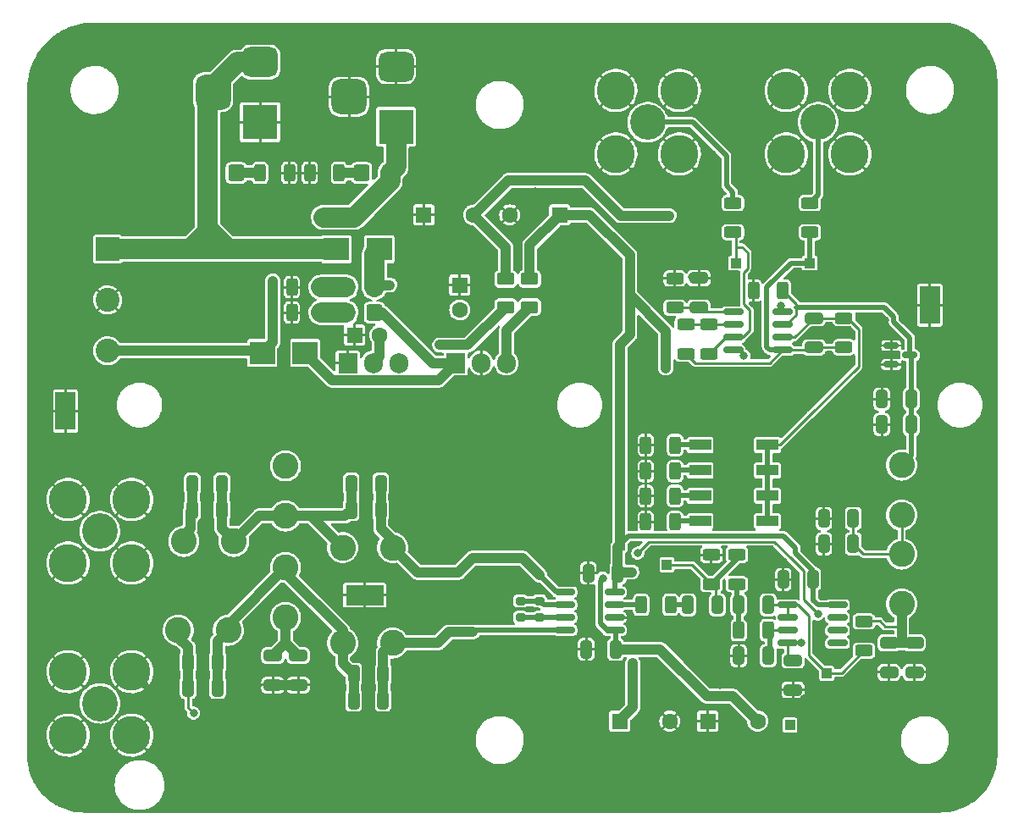
<source format=gbr>
%TF.GenerationSoftware,KiCad,Pcbnew,(6.0.10)*%
%TF.CreationDate,2023-02-20T15:55:57-05:00*%
%TF.ProjectId,Rx_Preamp,52785f50-7265-4616-9d70-2e6b69636164,rev?*%
%TF.SameCoordinates,Original*%
%TF.FileFunction,Copper,L1,Top*%
%TF.FilePolarity,Positive*%
%FSLAX46Y46*%
G04 Gerber Fmt 4.6, Leading zero omitted, Abs format (unit mm)*
G04 Created by KiCad (PCBNEW (6.0.10)) date 2023-02-20 15:55:57*
%MOMM*%
%LPD*%
G01*
G04 APERTURE LIST*
G04 Aperture macros list*
%AMRoundRect*
0 Rectangle with rounded corners*
0 $1 Rounding radius*
0 $2 $3 $4 $5 $6 $7 $8 $9 X,Y pos of 4 corners*
0 Add a 4 corners polygon primitive as box body*
4,1,4,$2,$3,$4,$5,$6,$7,$8,$9,$2,$3,0*
0 Add four circle primitives for the rounded corners*
1,1,$1+$1,$2,$3*
1,1,$1+$1,$4,$5*
1,1,$1+$1,$6,$7*
1,1,$1+$1,$8,$9*
0 Add four rect primitives between the rounded corners*
20,1,$1+$1,$2,$3,$4,$5,0*
20,1,$1+$1,$4,$5,$6,$7,0*
20,1,$1+$1,$6,$7,$8,$9,0*
20,1,$1+$1,$8,$9,$2,$3,0*%
G04 Aperture macros list end*
%TA.AperFunction,SMDPad,CuDef*%
%ADD10RoundRect,0.150000X-0.825000X-0.150000X0.825000X-0.150000X0.825000X0.150000X-0.825000X0.150000X0*%
%TD*%
%TA.AperFunction,SMDPad,CuDef*%
%ADD11RoundRect,0.150000X0.825000X0.150000X-0.825000X0.150000X-0.825000X-0.150000X0.825000X-0.150000X0*%
%TD*%
%TA.AperFunction,SMDPad,CuDef*%
%ADD12RoundRect,0.250000X-0.625000X0.312500X-0.625000X-0.312500X0.625000X-0.312500X0.625000X0.312500X0*%
%TD*%
%TA.AperFunction,SMDPad,CuDef*%
%ADD13RoundRect,0.250000X0.625000X-0.312500X0.625000X0.312500X-0.625000X0.312500X-0.625000X-0.312500X0*%
%TD*%
%TA.AperFunction,SMDPad,CuDef*%
%ADD14RoundRect,0.249999X-0.325001X-0.650001X0.325001X-0.650001X0.325001X0.650001X-0.325001X0.650001X0*%
%TD*%
%TA.AperFunction,SMDPad,CuDef*%
%ADD15RoundRect,0.249999X0.650001X-0.325001X0.650001X0.325001X-0.650001X0.325001X-0.650001X-0.325001X0*%
%TD*%
%TA.AperFunction,ComponentPad*%
%ADD16R,1.600000X1.600000*%
%TD*%
%TA.AperFunction,ComponentPad*%
%ADD17C,1.600000*%
%TD*%
%TA.AperFunction,ComponentPad*%
%ADD18C,3.556000*%
%TD*%
%TA.AperFunction,ComponentPad*%
%ADD19C,3.810000*%
%TD*%
%TA.AperFunction,SMDPad,CuDef*%
%ADD20RoundRect,0.249998X0.625002X-0.312502X0.625002X0.312502X-0.625002X0.312502X-0.625002X-0.312502X0*%
%TD*%
%TA.AperFunction,SMDPad,CuDef*%
%ADD21RoundRect,0.200000X-0.275000X0.200000X-0.275000X-0.200000X0.275000X-0.200000X0.275000X0.200000X0*%
%TD*%
%TA.AperFunction,SMDPad,CuDef*%
%ADD22RoundRect,0.249999X0.325001X0.650001X-0.325001X0.650001X-0.325001X-0.650001X0.325001X-0.650001X0*%
%TD*%
%TA.AperFunction,SMDPad,CuDef*%
%ADD23RoundRect,0.250000X0.550000X0.575000X-0.550000X0.575000X-0.550000X-0.575000X0.550000X-0.575000X0*%
%TD*%
%TA.AperFunction,SMDPad,CuDef*%
%ADD24R,2.500000X2.300000*%
%TD*%
%TA.AperFunction,SMDPad,CuDef*%
%ADD25RoundRect,0.250000X-0.550000X-0.575000X0.550000X-0.575000X0.550000X0.575000X-0.550000X0.575000X0*%
%TD*%
%TA.AperFunction,SMDPad,CuDef*%
%ADD26RoundRect,0.249998X0.312502X0.625002X-0.312502X0.625002X-0.312502X-0.625002X0.312502X-0.625002X0*%
%TD*%
%TA.AperFunction,SMDPad,CuDef*%
%ADD27RoundRect,0.249998X-0.312502X-0.625002X0.312502X-0.625002X0.312502X0.625002X-0.312502X0.625002X0*%
%TD*%
%TA.AperFunction,ComponentPad*%
%ADD28R,3.500000X3.500000*%
%TD*%
%TA.AperFunction,ComponentPad*%
%ADD29RoundRect,0.750000X-1.000000X0.750000X-1.000000X-0.750000X1.000000X-0.750000X1.000000X0.750000X0*%
%TD*%
%TA.AperFunction,ComponentPad*%
%ADD30RoundRect,0.875000X-0.875000X0.875000X-0.875000X-0.875000X0.875000X-0.875000X0.875000X0.875000X0*%
%TD*%
%TA.AperFunction,ComponentPad*%
%ADD31R,2.400000X2.400000*%
%TD*%
%TA.AperFunction,ComponentPad*%
%ADD32C,2.400000*%
%TD*%
%TA.AperFunction,SMDPad,CuDef*%
%ADD33RoundRect,0.249998X-0.625002X0.312502X-0.625002X-0.312502X0.625002X-0.312502X0.625002X0.312502X0*%
%TD*%
%TA.AperFunction,ComponentPad*%
%ADD34C,2.600000*%
%TD*%
%TA.AperFunction,ComponentPad*%
%ADD35R,1.000000X1.000000*%
%TD*%
%TA.AperFunction,SMDPad,CuDef*%
%ADD36RoundRect,0.249999X-0.650001X0.325001X-0.650001X-0.325001X0.650001X-0.325001X0.650001X0.325001X0*%
%TD*%
%TA.AperFunction,SMDPad,CuDef*%
%ADD37RoundRect,0.249999X-0.312501X-0.625001X0.312501X-0.625001X0.312501X0.625001X-0.312501X0.625001X0*%
%TD*%
%TA.AperFunction,ComponentPad*%
%ADD38R,1.905000X2.000000*%
%TD*%
%TA.AperFunction,ComponentPad*%
%ADD39O,1.905000X2.000000*%
%TD*%
%TA.AperFunction,SMDPad,CuDef*%
%ADD40RoundRect,0.250000X-0.625000X0.375000X-0.625000X-0.375000X0.625000X-0.375000X0.625000X0.375000X0*%
%TD*%
%TA.AperFunction,SMDPad,CuDef*%
%ADD41R,2.000000X3.800000*%
%TD*%
%TA.AperFunction,SMDPad,CuDef*%
%ADD42RoundRect,0.249999X0.312501X0.625001X-0.312501X0.625001X-0.312501X-0.625001X0.312501X-0.625001X0*%
%TD*%
%TA.AperFunction,SMDPad,CuDef*%
%ADD43R,2.160000X1.120000*%
%TD*%
%TA.AperFunction,SMDPad,CuDef*%
%ADD44R,3.800000X2.000000*%
%TD*%
%TA.AperFunction,SMDPad,CuDef*%
%ADD45RoundRect,0.150000X-0.587500X-0.150000X0.587500X-0.150000X0.587500X0.150000X-0.587500X0.150000X0*%
%TD*%
%TA.AperFunction,ViaPad*%
%ADD46C,0.800000*%
%TD*%
%TA.AperFunction,Conductor*%
%ADD47C,0.250000*%
%TD*%
%TA.AperFunction,Conductor*%
%ADD48C,0.500000*%
%TD*%
%TA.AperFunction,Conductor*%
%ADD49C,1.000000*%
%TD*%
%TA.AperFunction,Conductor*%
%ADD50C,2.000000*%
%TD*%
G04 APERTURE END LIST*
D10*
%TO.P,U1,1,-*%
%TO.N,SigFilt+*%
X96520000Y-139700000D03*
%TO.P,U1,2,Rg*%
%TO.N,Net-(R4-Pad1)*%
X96520000Y-140970000D03*
%TO.P,U1,3,Rg*%
%TO.N,Net-(R4-Pad2)*%
X96520000Y-142240000D03*
%TO.P,U1,4,+*%
%TO.N,SigFilt-*%
X96520000Y-143510000D03*
%TO.P,U1,5,Vs-*%
%TO.N,-5V*%
X101470000Y-143510000D03*
%TO.P,U1,6,Ref*%
%TO.N,GND*%
X101470000Y-142240000D03*
%TO.P,U1,7*%
%TO.N,/INA-Out*%
X101470000Y-140970000D03*
%TO.P,U1,8,Vs+*%
%TO.N,+5V*%
X101470000Y-139700000D03*
%TD*%
%TO.P,U3,1*%
%TO.N,/AA-PreFilt*%
X118825000Y-140995000D03*
%TO.P,U3,2,-*%
X118825000Y-142265000D03*
%TO.P,U3,3,+*%
%TO.N,/AA-IN+*%
X118825000Y-143535000D03*
%TO.P,U3,4,V-*%
%TO.N,-5V*%
X118825000Y-144805000D03*
%TO.P,U3,5*%
%TO.N,N/C*%
X123775000Y-144805000D03*
%TO.P,U3,6*%
X123775000Y-143535000D03*
%TO.P,U3,7*%
X123775000Y-142265000D03*
%TO.P,U3,8,V+*%
%TO.N,+5V*%
X123775000Y-140995000D03*
%TD*%
D11*
%TO.P,U2,1*%
%TO.N,/SE2D-Out1*%
X118275000Y-115505000D03*
%TO.P,U2,2,-*%
%TO.N,/SE2D-In-*%
X118275000Y-114235000D03*
%TO.P,U2,3,+*%
%TO.N,SE2D_IN+*%
X118275000Y-112965000D03*
%TO.P,U2,4,V-*%
%TO.N,-5V*%
X118275000Y-111695000D03*
%TO.P,U2,5,+*%
%TO.N,/SE2D-In2+*%
X113325000Y-111695000D03*
%TO.P,U2,6,-*%
%TO.N,Net-(R6-Pad2)*%
X113325000Y-112965000D03*
%TO.P,U2,7*%
%TO.N,/SE2D-Out2*%
X113325000Y-114235000D03*
%TO.P,U2,8,V+*%
%TO.N,+5V*%
X113325000Y-115505000D03*
%TD*%
D12*
%TO.P,R9,1*%
%TO.N,Net-(R6-Pad2)*%
X110900000Y-112975000D03*
%TO.P,R9,2*%
%TO.N,/SE2D-Out2*%
X110900000Y-115900000D03*
%TD*%
D13*
%TO.P,R6,1*%
%TO.N,/SE2D-Out1*%
X108600000Y-115862500D03*
%TO.P,R6,2*%
%TO.N,Net-(R6-Pad2)*%
X108600000Y-112937500D03*
%TD*%
D14*
%TO.P,C7,1*%
%TO.N,GND*%
X98855000Y-137795000D03*
%TO.P,C7,2*%
%TO.N,+5V*%
X101805000Y-137795000D03*
%TD*%
D15*
%TO.P,C8,1*%
%TO.N,/SE2D-In2+*%
X109900000Y-111262500D03*
%TO.P,C8,2*%
%TO.N,GND*%
X109900000Y-108312500D03*
%TD*%
D16*
%TO.P,C13,1*%
%TO.N,GND*%
X110794698Y-152600000D03*
D17*
%TO.P,C13,2*%
%TO.N,-5V*%
X115794698Y-152600000D03*
%TD*%
D16*
%TO.P,C15,1*%
%TO.N,GND*%
X82400000Y-102000000D03*
D17*
%TO.P,C15,2*%
%TO.N,-5V*%
X87400000Y-102000000D03*
%TD*%
D14*
%TO.P,C29,1*%
%TO.N,GND*%
X128195000Y-120405000D03*
%TO.P,C29,2*%
%TO.N,SE2D_IN+*%
X131145000Y-120405000D03*
%TD*%
D15*
%TO.P,C35,1*%
%TO.N,GND*%
X69850000Y-149000000D03*
%TO.P,C35,2*%
%TO.N,Net-(C35-Pad2)*%
X69850000Y-146050000D03*
%TD*%
%TO.P,C37,1*%
%TO.N,GND*%
X67310000Y-149000000D03*
%TO.P,C37,2*%
%TO.N,Net-(C35-Pad2)*%
X67310000Y-146050000D03*
%TD*%
D14*
%TO.P,C42,1*%
%TO.N,Net-(C33-Pad1)*%
X75155000Y-131445000D03*
%TO.P,C42,2*%
%TO.N,SigFilt+*%
X78105000Y-131445000D03*
%TD*%
D18*
%TO.P,J1,1,In*%
%TO.N,/Out+*%
X121825000Y-92730000D03*
D19*
%TO.P,J1,2,Ext*%
%TO.N,GND*%
X118650000Y-89555000D03*
X125000000Y-95905000D03*
X118650000Y-95905000D03*
X125000000Y-89555000D03*
%TD*%
D18*
%TO.P,J3,1,In*%
%TO.N,Net-(C45-Pad2)*%
X50025000Y-133625000D03*
D19*
%TO.P,J3,2,Ext*%
%TO.N,GND*%
X53200000Y-136800000D03*
X46850000Y-136800000D03*
X46850000Y-130450000D03*
X53200000Y-130450000D03*
%TD*%
D20*
%TO.P,R3,1*%
%TO.N,/SE2D-In2+*%
X107500000Y-111262500D03*
%TO.P,R3,2*%
%TO.N,GND*%
X107500000Y-108337500D03*
%TD*%
D21*
%TO.P,R4,1*%
%TO.N,Net-(R4-Pad1)*%
X92075000Y-140590000D03*
%TO.P,R4,2*%
%TO.N,Net-(R4-Pad2)*%
X92075000Y-142240000D03*
%TD*%
%TO.P,R5,1*%
%TO.N,Net-(R4-Pad1)*%
X93980000Y-140590000D03*
%TO.P,R5,2*%
%TO.N,Net-(R4-Pad2)*%
X93980000Y-142240000D03*
%TD*%
D20*
%TO.P,R12,1*%
%TO.N,/AA-FB*%
X113700000Y-138900000D03*
%TO.P,R12,2*%
%TO.N,/PRE-AA*%
X113700000Y-135975000D03*
%TD*%
D22*
%TO.P,C41,1*%
%TO.N,SigFilt+*%
X78105000Y-128905000D03*
%TO.P,C41,2*%
%TO.N,Net-(C33-Pad1)*%
X75155000Y-128905000D03*
%TD*%
D23*
%TO.P,D1,1,K*%
%TO.N,Net-(D1-Pad1)*%
X79050000Y-97790000D03*
%TO.P,D1,2,A*%
%TO.N,Net-(D1-Pad2)*%
X76200000Y-97790000D03*
%TD*%
%TO.P,D2,1,K*%
%TO.N,Net-(D2-Pad1)*%
X63655000Y-97790000D03*
%TO.P,D2,2,A*%
%TO.N,Net-(D2-Pad2)*%
X60805000Y-97790000D03*
%TD*%
D24*
%TO.P,D4,1,K*%
%TO.N,Net-(D2-Pad2)*%
X73660000Y-105410000D03*
%TO.P,D4,2,A*%
%TO.N,-10V*%
X77960000Y-105410000D03*
%TD*%
D25*
%TO.P,D5,1,K*%
%TO.N,Net-(D5-Pad1)*%
X74620000Y-111760000D03*
%TO.P,D5,2,A*%
%TO.N,+10V*%
X77470000Y-111760000D03*
%TD*%
D23*
%TO.P,D6,1,K*%
%TO.N,-10V*%
X77470000Y-109220000D03*
%TO.P,D6,2,A*%
%TO.N,Net-(D6-Pad2)*%
X74620000Y-109220000D03*
%TD*%
D26*
%TO.P,R23,1*%
%TO.N,Net-(D1-Pad2)*%
X73937500Y-97790000D03*
%TO.P,R23,2*%
%TO.N,GND*%
X71012500Y-97790000D03*
%TD*%
%TO.P,R24,1*%
%TO.N,GND*%
X68965000Y-97790000D03*
%TO.P,R24,2*%
%TO.N,Net-(D2-Pad1)*%
X66040000Y-97790000D03*
%TD*%
%TO.P,R25,1*%
%TO.N,Net-(D5-Pad1)*%
X72140000Y-111760000D03*
%TO.P,R25,2*%
%TO.N,GND*%
X69215000Y-111760000D03*
%TD*%
D27*
%TO.P,R26,1*%
%TO.N,GND*%
X69215000Y-109220000D03*
%TO.P,R26,2*%
%TO.N,Net-(D6-Pad2)*%
X72140000Y-109220000D03*
%TD*%
D28*
%TO.P,J6,1*%
%TO.N,GND*%
X66040000Y-92710000D03*
D29*
%TO.P,J6,2*%
%TO.N,Net-(D2-Pad2)*%
X66040000Y-86710000D03*
D30*
%TO.P,J6,3*%
X61340000Y-89710000D03*
%TD*%
D28*
%TO.P,J5,1*%
%TO.N,Net-(D1-Pad1)*%
X79630000Y-93170000D03*
D29*
%TO.P,J5,2*%
%TO.N,GND*%
X79630000Y-87170000D03*
D30*
%TO.P,J5,3*%
X74930000Y-90170000D03*
%TD*%
D31*
%TO.P,J7,1,1*%
%TO.N,Net-(D2-Pad2)*%
X50800000Y-105410000D03*
D32*
%TO.P,J7,2,2*%
%TO.N,GND*%
X50800000Y-110490000D03*
%TO.P,J7,3,3*%
%TO.N,Net-(D1-Pad1)*%
X50800000Y-115570000D03*
%TD*%
D24*
%TO.P,D3,1,K*%
%TO.N,+10V*%
X70550000Y-115800000D03*
%TO.P,D3,2,A*%
%TO.N,Net-(D1-Pad1)*%
X66250000Y-115800000D03*
%TD*%
D14*
%TO.P,C30,1*%
%TO.N,GND*%
X128195000Y-122945000D03*
%TO.P,C30,2*%
%TO.N,SE2D_IN+*%
X131145000Y-122945000D03*
%TD*%
%TO.P,C20,1*%
%TO.N,GND*%
X98650000Y-145415000D03*
%TO.P,C20,2*%
%TO.N,-5V*%
X101600000Y-145415000D03*
%TD*%
D33*
%TO.P,R11,1*%
%TO.N,GND*%
X111160000Y-135975000D03*
%TO.P,R11,2*%
%TO.N,/PRE-AA*%
X111160000Y-138900000D03*
%TD*%
%TO.P,R7,1*%
%TO.N,/SE2D-In-*%
X124400000Y-112300000D03*
%TO.P,R7,2*%
%TO.N,/SE2D-Out1*%
X124400000Y-115225000D03*
%TD*%
D14*
%TO.P,C32,1*%
%TO.N,SigIn-*%
X58850000Y-146685000D03*
%TO.P,C32,2*%
%TO.N,Net-(C31-Pad1)*%
X61800000Y-146685000D03*
%TD*%
D22*
%TO.P,C31,1*%
%TO.N,Net-(C31-Pad1)*%
X61800000Y-149225000D03*
%TO.P,C31,2*%
%TO.N,SigIn-*%
X58850000Y-149225000D03*
%TD*%
D14*
%TO.P,C34,1*%
%TO.N,SigIn+*%
X59280000Y-128905000D03*
%TO.P,C34,2*%
%TO.N,Net-(C33-Pad1)*%
X62230000Y-128905000D03*
%TD*%
D22*
%TO.P,C33,1*%
%TO.N,Net-(C33-Pad1)*%
X62230000Y-131445000D03*
%TO.P,C33,2*%
%TO.N,SigIn+*%
X59280000Y-131445000D03*
%TD*%
D34*
%TO.P,L8,1,1*%
%TO.N,Net-(C33-Pad1)*%
X68580000Y-132080000D03*
%TO.P,L8,2,2*%
%TO.N,Net-(C36-Pad2)*%
X68580000Y-127080000D03*
%TD*%
%TO.P,L7,1,1*%
%TO.N,Net-(C31-Pad1)*%
X68580000Y-137240000D03*
%TO.P,L7,2,2*%
%TO.N,Net-(C35-Pad2)*%
X68580000Y-142240000D03*
%TD*%
D22*
%TO.P,C39,1*%
%TO.N,SigFilt-*%
X78345302Y-147920000D03*
%TO.P,C39,2*%
%TO.N,Net-(C31-Pad1)*%
X75395302Y-147920000D03*
%TD*%
D35*
%TO.P,TP1,1,1*%
%TO.N,-5V*%
X119000000Y-153000000D03*
%TD*%
%TO.P,TP2,1,1*%
%TO.N,+5V*%
X102000000Y-135000000D03*
%TD*%
%TO.P,TP3,1,1*%
%TO.N,/SE2D-Out1*%
X121000000Y-106800000D03*
%TD*%
%TO.P,TP4,1,1*%
%TO.N,/SE2D-Out2*%
X113600000Y-106800000D03*
%TD*%
%TO.P,TP6,1,1*%
%TO.N,/PRE-AA*%
X106715000Y-136995000D03*
%TD*%
%TO.P,TP9,1,1*%
%TO.N,/AA-PreFilt*%
X122700000Y-147800000D03*
%TD*%
D14*
%TO.P,C21,1*%
%TO.N,GND*%
X113890000Y-146050000D03*
%TO.P,C21,2*%
%TO.N,/AA-IN+*%
X116840000Y-146050000D03*
%TD*%
D22*
%TO.P,C23,1*%
%TO.N,/AA-PreFilt*%
X116840000Y-140970000D03*
%TO.P,C23,2*%
%TO.N,/AA-FB*%
X113890000Y-140970000D03*
%TD*%
D26*
%TO.P,R13,1*%
%TO.N,/AA-IN+*%
X116807500Y-143510000D03*
%TO.P,R13,2*%
%TO.N,/AA-FB*%
X113882500Y-143510000D03*
%TD*%
D22*
%TO.P,C17,1*%
%TO.N,/PRE-AA*%
X111760000Y-140970000D03*
%TO.P,C17,2*%
%TO.N,/INA-Out2*%
X108810000Y-140970000D03*
%TD*%
D26*
%TO.P,R8,1*%
%TO.N,/INA-Out2*%
X107065000Y-140970000D03*
%TO.P,R8,2*%
%TO.N,/INA-Out*%
X104140000Y-140970000D03*
%TD*%
D15*
%TO.P,C26,1*%
%TO.N,GND*%
X131445000Y-147730000D03*
%TO.P,C26,2*%
%TO.N,/AA-Stg1*%
X131445000Y-144780000D03*
%TD*%
%TO.P,C25,1*%
%TO.N,GND*%
X128905000Y-147730000D03*
%TO.P,C25,2*%
%TO.N,/AA-Stg1*%
X128905000Y-144780000D03*
%TD*%
%TO.P,C11,1*%
%TO.N,GND*%
X119300000Y-149475000D03*
%TO.P,C11,2*%
%TO.N,-5V*%
X119300000Y-146525000D03*
%TD*%
D14*
%TO.P,C12,1*%
%TO.N,GND*%
X118335000Y-138430000D03*
%TO.P,C12,2*%
%TO.N,+5V*%
X121285000Y-138430000D03*
%TD*%
%TO.P,C28,1*%
%TO.N,GND*%
X122395000Y-132345000D03*
%TO.P,C28,2*%
%TO.N,/AA-Stg2*%
X125345000Y-132345000D03*
%TD*%
%TO.P,C27,1*%
%TO.N,GND*%
X122395000Y-134885000D03*
%TO.P,C27,2*%
%TO.N,/AA-Stg2*%
X125345000Y-134885000D03*
%TD*%
D33*
%TO.P,R20,1*%
%TO.N,/AA-Stg1*%
X126400000Y-142637500D03*
%TO.P,R20,2*%
%TO.N,/AA-PreFilt*%
X126400000Y-145562500D03*
%TD*%
D34*
%TO.P,L4,1,1*%
%TO.N,/AA-Stg2*%
X130175000Y-132000000D03*
%TO.P,L4,2,2*%
%TO.N,SE2D_IN+*%
X130175000Y-127000000D03*
%TD*%
%TO.P,L3,1,1*%
%TO.N,/AA-Stg1*%
X130175000Y-140890000D03*
%TO.P,L3,2,2*%
%TO.N,/AA-Stg2*%
X130175000Y-135890000D03*
%TD*%
D18*
%TO.P,J4,1,In*%
%TO.N,Net-(C47-Pad2)*%
X50025000Y-150825000D03*
D19*
%TO.P,J4,2,Ext*%
%TO.N,GND*%
X53200000Y-154000000D03*
X46850000Y-154000000D03*
X46850000Y-147650000D03*
X53200000Y-147650000D03*
%TD*%
D14*
%TO.P,C40,1*%
%TO.N,Net-(C31-Pad1)*%
X75395302Y-150495000D03*
%TO.P,C40,2*%
%TO.N,SigFilt-*%
X78345302Y-150495000D03*
%TD*%
D36*
%TO.P,C5,1*%
%TO.N,/SE2D-In-*%
X121400000Y-112300000D03*
%TO.P,C5,2*%
%TO.N,/SE2D-Out1*%
X121400000Y-115250000D03*
%TD*%
D37*
%TO.P,R27,1*%
%TO.N,GND*%
X115370000Y-109555000D03*
%TO.P,R27,2*%
%TO.N,SE2D_IN+*%
X118295000Y-109555000D03*
%TD*%
D38*
%TO.P,U6,1,GND*%
%TO.N,GND*%
X74800000Y-116800000D03*
D39*
%TO.P,U6,2,VI*%
%TO.N,-10V*%
X77340000Y-116800000D03*
%TO.P,U6,3,VO*%
%TO.N,Net-(F2-Pad2)*%
X79880000Y-116800000D03*
%TD*%
D20*
%TO.P,R16,1*%
%TO.N,/SE2D-Out1*%
X121000000Y-103725000D03*
%TO.P,R16,2*%
%TO.N,/Out+*%
X121000000Y-100800000D03*
%TD*%
%TO.P,R17,1*%
%TO.N,/SE2D-Out2*%
X113300000Y-103725000D03*
%TO.P,R17,2*%
%TO.N,/Out-*%
X113300000Y-100800000D03*
%TD*%
D40*
%TO.P,F2,1*%
%TO.N,-5V*%
X90600000Y-108400000D03*
%TO.P,F2,2*%
%TO.N,Net-(F2-Pad2)*%
X90600000Y-111200000D03*
%TD*%
D41*
%TO.P,TP8,1,1*%
%TO.N,GND*%
X46600000Y-121600000D03*
%TD*%
D38*
%TO.P,U5,1,IN*%
%TO.N,+10V*%
X85600000Y-116800000D03*
D39*
%TO.P,U5,2,GND*%
%TO.N,GND*%
X88140000Y-116800000D03*
%TO.P,U5,3,OUT*%
%TO.N,Net-(F1-Pad2)*%
X90680000Y-116800000D03*
%TD*%
D16*
%TO.P,C1,1*%
%TO.N,+5V*%
X96000000Y-102000000D03*
D17*
%TO.P,C1,2*%
%TO.N,GND*%
X91000000Y-102000000D03*
%TD*%
D40*
%TO.P,F1,1*%
%TO.N,+5V*%
X93000000Y-108400000D03*
%TO.P,F1,2*%
%TO.N,Net-(F1-Pad2)*%
X93000000Y-111200000D03*
%TD*%
D41*
%TO.P,TP7,1,1*%
%TO.N,GND*%
X133000000Y-111000000D03*
%TD*%
D42*
%TO.P,R19,1*%
%TO.N,Net-(R19-Pad1)*%
X107525000Y-132700000D03*
%TO.P,R19,2*%
%TO.N,GND*%
X104600000Y-132700000D03*
%TD*%
D43*
%TO.P,SW1,1*%
%TO.N,/SE2D-In-*%
X116765000Y-132610000D03*
%TO.P,SW1,2*%
X116765000Y-130070000D03*
%TO.P,SW1,3*%
X116765000Y-127530000D03*
%TO.P,SW1,4*%
X116765000Y-124990000D03*
%TO.P,SW1,5*%
%TO.N,Net-(R1-Pad1)*%
X110035000Y-124990000D03*
%TO.P,SW1,6*%
%TO.N,Net-(R2-Pad1)*%
X110035000Y-127530000D03*
%TO.P,SW1,7*%
%TO.N,Net-(R18-Pad1)*%
X110035000Y-130070000D03*
%TO.P,SW1,8*%
%TO.N,Net-(R19-Pad1)*%
X110035000Y-132610000D03*
%TD*%
D42*
%TO.P,R1,1*%
%TO.N,Net-(R1-Pad1)*%
X107525000Y-125000000D03*
%TO.P,R1,2*%
%TO.N,GND*%
X104600000Y-125000000D03*
%TD*%
%TO.P,R2,1*%
%TO.N,Net-(R2-Pad1)*%
X107525000Y-127600000D03*
%TO.P,R2,2*%
%TO.N,GND*%
X104600000Y-127600000D03*
%TD*%
%TO.P,R18,1*%
%TO.N,Net-(R18-Pad1)*%
X107525000Y-130100000D03*
%TO.P,R18,2*%
%TO.N,GND*%
X104600000Y-130100000D03*
%TD*%
D44*
%TO.P,TP5,1,1*%
%TO.N,GND*%
X76500000Y-140000000D03*
%TD*%
D18*
%TO.P,J2,1,In*%
%TO.N,/Out-*%
X104775000Y-92730000D03*
D19*
%TO.P,J2,2,Ext*%
%TO.N,GND*%
X107950000Y-89555000D03*
X101600000Y-95905000D03*
X107950000Y-95905000D03*
X101600000Y-89555000D03*
%TD*%
D45*
%TO.P,D9,1,K*%
%TO.N,GND*%
X129125000Y-115050000D03*
%TO.P,D9,2,A*%
X129125000Y-116950000D03*
%TO.P,D9,3,K*%
%TO.N,SE2D_IN+*%
X131000000Y-116000000D03*
%TD*%
D16*
%TO.P,C2,1*%
%TO.N,+5V*%
X102000000Y-152600000D03*
D17*
%TO.P,C2,2*%
%TO.N,GND*%
X107000000Y-152600000D03*
%TD*%
D34*
%TO.P,L9,1,1*%
%TO.N,Net-(C31-Pad1)*%
X74295000Y-144780000D03*
%TO.P,L9,2,2*%
%TO.N,SigFilt-*%
X79295000Y-144780000D03*
%TD*%
%TO.P,L10,1,1*%
%TO.N,Net-(C33-Pad1)*%
X74295000Y-135255000D03*
%TO.P,L10,2,2*%
%TO.N,SigFilt+*%
X79295000Y-135255000D03*
%TD*%
%TO.P,L5,1,1*%
%TO.N,SigIn-*%
X57865000Y-143510000D03*
%TO.P,L5,2,2*%
%TO.N,Net-(C31-Pad1)*%
X62865000Y-143510000D03*
%TD*%
%TO.P,L6,1,1*%
%TO.N,SigIn+*%
X58415302Y-134620000D03*
%TO.P,L6,2,2*%
%TO.N,Net-(C33-Pad1)*%
X63415302Y-134620000D03*
%TD*%
D17*
%TO.P,C43,2*%
%TO.N,+10V*%
X86000000Y-111500000D03*
D16*
%TO.P,C43,1*%
%TO.N,GND*%
X86000000Y-109000000D03*
%TD*%
D17*
%TO.P,C44,2*%
%TO.N,-10V*%
X78000000Y-114000000D03*
D16*
%TO.P,C44,1*%
%TO.N,GND*%
X75500000Y-114000000D03*
%TD*%
D46*
%TO.N,GND*%
X122900000Y-113700000D03*
X103100000Y-103500000D03*
X111700000Y-110300000D03*
X104700000Y-109200000D03*
X106400000Y-105100000D03*
X120400000Y-124500000D03*
X121000000Y-120100000D03*
X126100000Y-119000000D03*
X130200000Y-110900000D03*
X126000000Y-109600000D03*
X120200000Y-109700000D03*
%TO.N,-5V*%
X103800000Y-135800000D03*
X121800000Y-141900000D03*
X120100000Y-144800000D03*
%TO.N,GND*%
X106000000Y-132900000D03*
X106062500Y-130100000D03*
X106000000Y-127500000D03*
X106062500Y-125200000D03*
X106100000Y-123700000D03*
%TO.N,-5V*%
X100300000Y-138300000D03*
%TO.N,+5V*%
X103200000Y-137700000D03*
X103300000Y-146800000D03*
X114400000Y-116063000D03*
%TO.N,-5V*%
X106937490Y-102062510D03*
X118100000Y-111029500D03*
%TO.N,GND*%
X70485000Y-112395000D03*
X70485000Y-110490000D03*
X70485000Y-107950000D03*
X64770000Y-113030000D03*
X64770000Y-111125000D03*
X64770000Y-109220000D03*
X64770000Y-107315000D03*
X62865000Y-113030000D03*
X57150000Y-113030000D03*
X60960000Y-113030000D03*
X59055000Y-113030000D03*
X60960000Y-107315000D03*
X59055000Y-107315000D03*
X57150000Y-107315000D03*
X62865000Y-107315000D03*
X60960000Y-116840000D03*
X62865000Y-116840000D03*
X59055000Y-116840000D03*
X63500000Y-102870000D03*
X65405000Y-102870000D03*
X69215000Y-102870000D03*
X67310000Y-102870000D03*
X59055000Y-100965000D03*
X59055000Y-95250000D03*
X59055000Y-97155000D03*
X59055000Y-99060000D03*
X84455000Y-102235000D03*
X82550000Y-96520000D03*
X82550000Y-98425000D03*
X82550000Y-94615000D03*
X82550000Y-92710000D03*
X72390000Y-95885000D03*
X70485000Y-95885000D03*
X74295000Y-95885000D03*
X68580000Y-95885000D03*
X73025000Y-99695000D03*
X69215000Y-99695000D03*
X71120000Y-99695000D03*
X74930000Y-99695000D03*
X78105000Y-102235000D03*
X86100000Y-104800000D03*
X80645000Y-99695000D03*
X80645000Y-107950000D03*
X80645000Y-109855000D03*
X80645000Y-111760000D03*
X55245000Y-116840000D03*
X53340000Y-116840000D03*
X57150000Y-116840000D03*
X129748000Y-121548000D03*
X129748000Y-123580000D03*
X129748000Y-120024000D03*
X115824000Y-150368000D03*
X108204000Y-150368000D03*
X122936000Y-150368000D03*
X117856000Y-150368000D03*
X120396000Y-150368000D03*
X135255000Y-142240000D03*
X128000000Y-149000000D03*
X108250000Y-142750000D03*
X103500000Y-142750000D03*
X109220000Y-143764000D03*
X111760000Y-143764000D03*
X87500000Y-139000000D03*
X96500000Y-136600000D03*
X91440000Y-144780000D03*
X93980000Y-144780000D03*
X96520000Y-144780000D03*
X76708000Y-140208000D03*
X81788000Y-140208000D03*
X84328000Y-140208000D03*
X74168000Y-137668000D03*
X79248000Y-137668000D03*
X71628000Y-137668000D03*
X76708000Y-137668000D03*
X79248000Y-142240000D03*
X76708000Y-142240000D03*
X57912000Y-140208000D03*
X62992000Y-140208000D03*
X60452000Y-140208000D03*
X47600000Y-140600000D03*
X63500000Y-137160000D03*
X58420000Y-137160000D03*
X60960000Y-137160000D03*
X55880000Y-137160000D03*
X60960000Y-127508000D03*
X60960000Y-135128000D03*
X60960000Y-132588000D03*
X60960000Y-130048000D03*
X60452000Y-145288000D03*
X60452000Y-142748000D03*
X60452000Y-147828000D03*
X72644000Y-154432000D03*
X72644000Y-149352000D03*
X72644000Y-151892000D03*
X72644000Y-146812000D03*
X64008000Y-148844000D03*
X64008000Y-146304000D03*
X54500000Y-149000000D03*
X81788000Y-146812000D03*
X81788000Y-151892000D03*
X81788000Y-149352000D03*
X81788000Y-154432000D03*
X100076000Y-145796000D03*
X122936000Y-138176000D03*
X125476000Y-138176000D03*
X133096000Y-140716000D03*
X133096000Y-143256000D03*
X133096000Y-135636000D03*
X133096000Y-138176000D03*
X103600000Y-118640000D03*
X103600000Y-116100000D03*
X103744000Y-120528000D03*
X118364000Y-136652000D03*
X70000000Y-135000000D03*
X67500000Y-135000000D03*
X72500000Y-130000000D03*
X67500000Y-130000000D03*
X69800000Y-130100000D03*
X72500000Y-127500000D03*
X94432000Y-148212000D03*
X89352000Y-148212000D03*
X91892000Y-148212000D03*
X76770000Y-132702000D03*
X76770000Y-127622000D03*
X76770000Y-130162000D03*
X77020000Y-146872000D03*
X77020000Y-151952000D03*
X77020000Y-149412000D03*
X68662000Y-147480000D03*
X66122000Y-147480000D03*
X71202000Y-147480000D03*
X111230000Y-93338000D03*
X111230000Y-95878000D03*
X111230000Y-90798000D03*
X82798000Y-135520000D03*
X130588000Y-129020000D03*
X133128000Y-129020000D03*
X92500000Y-126250000D03*
X94500000Y-126250000D03*
X97020000Y-96622000D03*
X93520000Y-99662000D03*
X93520000Y-94582000D03*
X93520000Y-97122000D03*
X115662000Y-92730000D03*
X115500000Y-95500000D03*
X98300000Y-143000000D03*
X98300000Y-139800000D03*
X98300000Y-141300000D03*
X103750000Y-139000000D03*
X114000000Y-124000000D03*
X112500000Y-125500000D03*
X58000000Y-122000000D03*
X60500000Y-122000000D03*
X63000000Y-122000000D03*
X65500000Y-122000000D03*
X68000000Y-122000000D03*
X70500000Y-122000000D03*
X73000000Y-122000000D03*
X75500000Y-122000000D03*
X78000000Y-122000000D03*
X80500000Y-122000000D03*
X83000000Y-122000000D03*
X85500000Y-122000000D03*
X88000000Y-122000000D03*
X90500000Y-122000000D03*
X93000000Y-122000000D03*
X58000000Y-120000000D03*
X60500000Y-120000000D03*
X78000000Y-120000000D03*
X80500000Y-120000000D03*
X83000000Y-120000000D03*
X68000000Y-120000000D03*
X65500000Y-120000000D03*
X88000000Y-120000000D03*
X90500000Y-120000000D03*
X63000000Y-120000000D03*
X75500000Y-120000000D03*
X73000000Y-120000000D03*
X70500000Y-120000000D03*
X85500000Y-120000000D03*
X93000000Y-120000000D03*
X80500000Y-124000000D03*
X63000000Y-124000000D03*
X68000000Y-124000000D03*
X78000000Y-124000000D03*
X90500000Y-124000000D03*
X93000000Y-124000000D03*
X88000000Y-124000000D03*
X65500000Y-124000000D03*
X85500000Y-124000000D03*
X75500000Y-124000000D03*
X83000000Y-124000000D03*
X58000000Y-124000000D03*
X60500000Y-124000000D03*
X73000000Y-124000000D03*
X70500000Y-124000000D03*
X100500000Y-112500000D03*
X100500000Y-107500000D03*
X100500000Y-127500000D03*
X100500000Y-120000000D03*
X100500000Y-117500000D03*
X100500000Y-125000000D03*
X100500000Y-110000000D03*
X100500000Y-122500000D03*
X100500000Y-115000000D03*
X100500000Y-132500000D03*
X100500000Y-130000000D03*
X62500000Y-160000000D03*
X87500000Y-160000000D03*
X70000000Y-160000000D03*
X92500000Y-160000000D03*
X80000000Y-160000000D03*
X82500000Y-160000000D03*
X90000000Y-160000000D03*
X75000000Y-160000000D03*
X65000000Y-160000000D03*
X72500000Y-160000000D03*
X77500000Y-160000000D03*
X67500000Y-160000000D03*
X85000000Y-160000000D03*
X57500000Y-160000000D03*
X129500000Y-160000000D03*
X127000000Y-160000000D03*
X112000000Y-160000000D03*
X99500000Y-160000000D03*
X117000000Y-160000000D03*
X114500000Y-160000000D03*
X109500000Y-160000000D03*
X107000000Y-160000000D03*
X104500000Y-160000000D03*
X94500000Y-160000000D03*
X119500000Y-160000000D03*
X122000000Y-160000000D03*
X102000000Y-160000000D03*
X124500000Y-160000000D03*
X138500000Y-132000000D03*
X138500000Y-114500000D03*
X138500000Y-117000000D03*
X138500000Y-137000000D03*
X138500000Y-139500000D03*
X138500000Y-149500000D03*
X138500000Y-127000000D03*
X138500000Y-134500000D03*
X138500000Y-122000000D03*
X138500000Y-142000000D03*
X138500000Y-119500000D03*
X138500000Y-129500000D03*
X138500000Y-144500000D03*
X138500000Y-124500000D03*
X118000000Y-84500000D03*
X98000000Y-84500000D03*
X108000000Y-84500000D03*
X105500000Y-84500000D03*
X103000000Y-84500000D03*
X115500000Y-84500000D03*
X95500000Y-84500000D03*
X100500000Y-84500000D03*
X110500000Y-84500000D03*
X113000000Y-84500000D03*
X93000000Y-84500000D03*
X90500000Y-84500000D03*
X125500000Y-84500000D03*
X120500000Y-84500000D03*
X96500000Y-150000000D03*
X96500000Y-155000000D03*
X96500000Y-157500000D03*
X96500000Y-152500000D03*
X96500000Y-160000000D03*
X96500000Y-147500000D03*
X109500000Y-154500000D03*
X122000000Y-154500000D03*
X117000000Y-154500000D03*
X114500000Y-154500000D03*
X119500000Y-154500000D03*
X112000000Y-154500000D03*
X122000000Y-157000000D03*
X109500000Y-157000000D03*
X112000000Y-157000000D03*
X114500000Y-157000000D03*
X117000000Y-157000000D03*
X119500000Y-157000000D03*
X104500000Y-157000000D03*
X102000000Y-157000000D03*
X107000000Y-157000000D03*
X99500000Y-157000000D03*
X99500000Y-152500000D03*
X99500000Y-147500000D03*
X99500000Y-155000000D03*
X99500000Y-150000000D03*
X102000000Y-147500000D03*
X102000000Y-150000000D03*
X102000000Y-155000000D03*
X104500000Y-155000000D03*
X104500000Y-147500000D03*
X104500000Y-152500000D03*
X104500000Y-150000000D03*
X121000000Y-132500000D03*
X121000000Y-128500000D03*
X119000000Y-128500000D03*
X119000000Y-132500000D03*
X119000000Y-130500000D03*
X121000000Y-130500000D03*
X119000000Y-126500000D03*
X121000000Y-126500000D03*
X124000000Y-126000000D03*
X127000000Y-126000000D03*
X126500000Y-123000000D03*
X124000000Y-123000000D03*
X111000000Y-123500000D03*
X109000000Y-123500000D03*
X127000000Y-115000000D03*
X128500000Y-112500000D03*
X130500000Y-112500000D03*
X111500000Y-146500000D03*
X109500000Y-146500000D03*
X105500000Y-144000000D03*
X107500000Y-144000000D03*
X114000000Y-149000000D03*
X112000000Y-149000000D03*
X134000000Y-149500000D03*
X132000000Y-149500000D03*
X95500000Y-134000000D03*
X98000000Y-130000000D03*
X95500000Y-130000000D03*
X98000000Y-134000000D03*
X98000000Y-132000000D03*
X95500000Y-132000000D03*
X90500000Y-130000000D03*
X93000000Y-130000000D03*
X90500000Y-134000000D03*
X93000000Y-132000000D03*
X93000000Y-134000000D03*
X90500000Y-132000000D03*
X84000000Y-130000000D03*
X84000000Y-134000000D03*
X84000000Y-132000000D03*
X81500000Y-134000000D03*
X81500000Y-132000000D03*
X81500000Y-130000000D03*
X83000000Y-128500000D03*
X85000000Y-126000000D03*
X81000000Y-128500000D03*
X83000000Y-126000000D03*
X85000000Y-128500000D03*
X81000000Y-126000000D03*
X88500000Y-126000000D03*
X90500000Y-128500000D03*
X90500000Y-126000000D03*
X86500000Y-128500000D03*
X88500000Y-128500000D03*
X86500000Y-126000000D03*
X81000000Y-156000000D03*
X78500000Y-156000000D03*
X83500000Y-156000000D03*
X76000000Y-156000000D03*
X78500000Y-153000000D03*
X83000000Y-153000000D03*
X76000000Y-153000000D03*
X81000000Y-153000000D03*
X70500000Y-151500000D03*
X63500000Y-151500000D03*
X66000000Y-154500000D03*
X71000000Y-154500000D03*
X66000000Y-151500000D03*
X68500000Y-151500000D03*
X68500000Y-154500000D03*
X63500000Y-154500000D03*
X86000000Y-139000000D03*
X88500000Y-139000000D03*
X89000000Y-141000000D03*
X87000000Y-141000000D03*
X85500000Y-141000000D03*
X113500000Y-93000000D03*
X113500000Y-90500000D03*
X113500000Y-95500000D03*
X128000000Y-90500000D03*
X128000000Y-93000000D03*
X128000000Y-95500000D03*
X113500000Y-98500000D03*
X116000000Y-98500000D03*
X111000000Y-98500000D03*
X110500000Y-102500000D03*
X115500000Y-107500000D03*
X115200000Y-102300000D03*
X128500000Y-106500000D03*
X124000000Y-104500000D03*
X118000000Y-101000000D03*
X104400000Y-113600000D03*
X112500000Y-128000000D03*
X112500000Y-132000000D03*
X112500000Y-130000000D03*
X114500000Y-130000000D03*
X114500000Y-132000000D03*
X114500000Y-128000000D03*
X112500000Y-122500000D03*
X116500000Y-122500000D03*
X114500000Y-122500000D03*
X99000000Y-110000000D03*
X99000000Y-115000000D03*
X99000000Y-112500000D03*
X99000000Y-117500000D03*
X99000000Y-107500000D03*
X97000000Y-115000000D03*
X97000000Y-110000000D03*
X97000000Y-117500000D03*
X97000000Y-107500000D03*
X97000000Y-112500000D03*
X95500000Y-112500000D03*
X95500000Y-115000000D03*
X95500000Y-117500000D03*
X95500000Y-107500000D03*
X95500000Y-110000000D03*
X98000000Y-126500000D03*
X95500000Y-124500000D03*
%TO.N,-10V*%
X79000000Y-109000000D03*
%TO.N,SigIn-*%
X59400000Y-151800000D03*
%TO.N,SigFilt+*%
X94000000Y-138000000D03*
%TO.N,Net-(D1-Pad1)*%
X67310000Y-108585000D03*
X72390000Y-102235000D03*
%TO.N,GND*%
X109200000Y-108200000D03*
%TO.N,+5V*%
X106600000Y-117300000D03*
%TO.N,Net-(F2-Pad2)*%
X84000000Y-115000000D03*
%TD*%
D47*
%TO.N,/PRE-AA*%
X111600000Y-140810000D02*
X111760000Y-140970000D01*
X111600000Y-139340000D02*
X111600000Y-140810000D01*
X111160000Y-138900000D02*
X111600000Y-139340000D01*
D48*
%TO.N,/AA-FB*%
X113700000Y-140780000D02*
X113890000Y-140970000D01*
X113700000Y-138900000D02*
X113700000Y-140780000D01*
%TO.N,/PRE-AA*%
X113700000Y-136360000D02*
X111160000Y-138900000D01*
X113700000Y-135975000D02*
X113700000Y-136360000D01*
D47*
%TO.N,-5V*%
X104925000Y-134675000D02*
X103800000Y-135800000D01*
X114600000Y-134675000D02*
X104925000Y-134675000D01*
X117460000Y-134675000D02*
X114600000Y-134675000D01*
X119185000Y-136400000D02*
X117460000Y-134675000D01*
D48*
%TO.N,+5V*%
X119556999Y-135256999D02*
X119556999Y-135801999D01*
X121285000Y-137530000D02*
X121285000Y-138430000D01*
X118400000Y-134100000D02*
X119556999Y-135256999D01*
X102900000Y-134100000D02*
X118400000Y-134100000D01*
X119556999Y-135801999D02*
X121285000Y-137530000D01*
X102000000Y-135000000D02*
X102900000Y-134100000D01*
D47*
%TO.N,-5V*%
X120385000Y-137600000D02*
X119185000Y-136400000D01*
X120385000Y-140485000D02*
X120385000Y-137600000D01*
X121800000Y-141900000D02*
X120385000Y-140485000D01*
X120095000Y-144805000D02*
X120100000Y-144800000D01*
X118825000Y-144805000D02*
X120095000Y-144805000D01*
%TO.N,/SE2D-Out2*%
X114775000Y-107375000D02*
X114775000Y-105775000D01*
X114400000Y-107750000D02*
X114775000Y-107375000D01*
X114775000Y-105775000D02*
X114200000Y-105200000D01*
X114400000Y-110900000D02*
X114400000Y-107750000D01*
X115000000Y-111500000D02*
X114400000Y-110900000D01*
X115000000Y-113500000D02*
X115000000Y-111500000D01*
X114200000Y-105200000D02*
X113600000Y-105200000D01*
X114265000Y-114235000D02*
X115000000Y-113500000D01*
X113325000Y-114235000D02*
X114265000Y-114235000D01*
D48*
%TO.N,/Out-*%
X109284082Y-92730000D02*
X104775000Y-92730000D01*
X112650000Y-96095918D02*
X109284082Y-92730000D01*
X112650000Y-99050000D02*
X112650000Y-96095918D01*
X113300000Y-99700000D02*
X112650000Y-99050000D01*
X113300000Y-100800000D02*
X113300000Y-99700000D01*
%TO.N,/Out+*%
X121825000Y-99975000D02*
X121825000Y-92730000D01*
X121000000Y-100800000D02*
X121825000Y-99975000D01*
%TO.N,-5V*%
X100045000Y-142845000D02*
X100045000Y-138555000D01*
X100045000Y-138555000D02*
X100300000Y-138300000D01*
X100710000Y-143510000D02*
X100045000Y-142845000D01*
X101470000Y-143510000D02*
X100710000Y-143510000D01*
%TO.N,/SE2D-Out1*%
X116700000Y-109222550D02*
X116700000Y-115200000D01*
X119122550Y-106800000D02*
X116700000Y-109222550D01*
X121000000Y-106800000D02*
X119122550Y-106800000D01*
X116700000Y-115200000D02*
X117005000Y-115505000D01*
X117005000Y-115505000D02*
X118275000Y-115505000D01*
D47*
%TO.N,-5V*%
X118100000Y-111520000D02*
X118275000Y-111695000D01*
X118100000Y-111029500D02*
X118100000Y-111520000D01*
D48*
%TO.N,/SE2D-Out1*%
X121000000Y-103725000D02*
X121000000Y-106800000D01*
D49*
%TO.N,+5V*%
X101900000Y-137700000D02*
X101805000Y-137795000D01*
X103200000Y-137700000D02*
X101900000Y-137700000D01*
X103300000Y-151200000D02*
X103300000Y-146800000D01*
X102000000Y-152500000D02*
X103300000Y-151200000D01*
%TO.N,-5V*%
X113294698Y-150100000D02*
X115794698Y-152600000D01*
X110700000Y-150100000D02*
X113294698Y-150100000D01*
X106015000Y-145415000D02*
X110700000Y-150100000D01*
D47*
%TO.N,+5V*%
X113842000Y-115505000D02*
X114400000Y-116063000D01*
X113325000Y-115505000D02*
X113842000Y-115505000D01*
D48*
%TO.N,SE2D_IN+*%
X128450318Y-111248236D02*
X119651764Y-111248236D01*
X129350000Y-112147918D02*
X128450318Y-111248236D01*
X131000000Y-114300000D02*
X129350000Y-112650000D01*
X131000000Y-116000000D02*
X131000000Y-114300000D01*
X129350000Y-112650000D02*
X129350000Y-112147918D01*
D47*
%TO.N,/SE2D-In-*%
X125900000Y-113400000D02*
X124800000Y-112300000D01*
X124800000Y-112300000D02*
X124400000Y-112300000D01*
X125900000Y-117125305D02*
X125900000Y-113400000D01*
X121025305Y-122000000D02*
X125900000Y-117125305D01*
X121000000Y-122000000D02*
X121025305Y-122000000D01*
%TO.N,/SE2D-Out2*%
X112565000Y-114235000D02*
X113325000Y-114235000D01*
X110900000Y-115900000D02*
X112565000Y-114235000D01*
%TO.N,/SE2D-Out1*%
X116992500Y-116787500D02*
X118275000Y-115505000D01*
X109525000Y-116787500D02*
X116992500Y-116787500D01*
X108600000Y-115862500D02*
X109525000Y-116787500D01*
%TO.N,Net-(R6-Pad2)*%
X110900000Y-112975000D02*
X108637500Y-112975000D01*
X108637500Y-112975000D02*
X108600000Y-112937500D01*
X113325000Y-112965000D02*
X110910000Y-112965000D01*
X110910000Y-112965000D02*
X110900000Y-112975000D01*
D49*
%TO.N,+5V*%
X106600000Y-113600000D02*
X106600000Y-117300000D01*
X103000000Y-110000000D02*
X106600000Y-113600000D01*
D47*
%TO.N,/SE2D-In2+*%
X110332500Y-111695000D02*
X109900000Y-111262500D01*
X113325000Y-111695000D02*
X110332500Y-111695000D01*
%TO.N,/SE2D-Out2*%
X113600000Y-105200000D02*
X113600000Y-104025000D01*
X113600000Y-106800000D02*
X113600000Y-105200000D01*
X113600000Y-104025000D02*
X113300000Y-103725000D01*
%TO.N,SE2D_IN+*%
X119600000Y-112016751D02*
X119600000Y-110860000D01*
X119600000Y-110860000D02*
X118295000Y-109555000D01*
X118275000Y-112965000D02*
X118651751Y-112965000D01*
X118651751Y-112965000D02*
X119600000Y-112016751D01*
%TO.N,/SE2D-In-*%
X119465000Y-114235000D02*
X121400000Y-112300000D01*
X118275000Y-114235000D02*
X119465000Y-114235000D01*
X121400000Y-112300000D02*
X124400000Y-112300000D01*
%TO.N,/SE2D-Out1*%
X124400000Y-115225000D02*
X121425000Y-115225000D01*
X121425000Y-115225000D02*
X121400000Y-115250000D01*
X121145000Y-115505000D02*
X121400000Y-115250000D01*
X118275000Y-115505000D02*
X121145000Y-115505000D01*
%TO.N,/AA-PreFilt*%
X120900000Y-146000000D02*
X122700000Y-147800000D01*
X120900000Y-142100000D02*
X120900000Y-146000000D01*
X118825000Y-140995000D02*
X119795000Y-140995000D01*
X119795000Y-140995000D02*
X120900000Y-142100000D01*
%TO.N,/AA-Stg1*%
X128000000Y-142600000D02*
X128525000Y-143125000D01*
X126400000Y-142637500D02*
X126437500Y-142600000D01*
X126437500Y-142600000D02*
X128000000Y-142600000D01*
X128525000Y-143125000D02*
X130175000Y-143125000D01*
D49*
X130175000Y-144780000D02*
X130175000Y-143125000D01*
X130175000Y-143125000D02*
X130175000Y-140890000D01*
D47*
%TO.N,-5V*%
X118825000Y-146050000D02*
X119300000Y-146525000D01*
X118825000Y-144805000D02*
X118825000Y-146050000D01*
D48*
%TO.N,+5V*%
X121795000Y-140995000D02*
X123775000Y-140995000D01*
X121300000Y-140500000D02*
X121795000Y-140995000D01*
X121285000Y-138430000D02*
X121300000Y-138445000D01*
X121300000Y-138445000D02*
X121300000Y-140500000D01*
D47*
%TO.N,/AA-PreFilt*%
X124162500Y-147800000D02*
X126400000Y-145562500D01*
X122700000Y-147800000D02*
X124162500Y-147800000D01*
%TO.N,/AA-IN+*%
X118800000Y-143510000D02*
X118825000Y-143535000D01*
X116807500Y-143510000D02*
X118800000Y-143510000D01*
%TO.N,/AA-PreFilt*%
X118825000Y-142265000D02*
X118825000Y-140995000D01*
X118825000Y-140995000D02*
X116865000Y-140995000D01*
X116865000Y-140995000D02*
X116840000Y-140970000D01*
D49*
%TO.N,GND*%
X69850000Y-149000000D02*
X67310000Y-149000000D01*
%TO.N,+10V*%
X70550000Y-115800000D02*
X73250001Y-118500001D01*
X78270000Y-111760000D02*
X83310000Y-116800000D01*
X73250001Y-118500001D02*
X83899999Y-118500001D01*
X77470000Y-111760000D02*
X78270000Y-111760000D01*
X83899999Y-118500001D02*
X85600000Y-116800000D01*
X83310000Y-116800000D02*
X85600000Y-116800000D01*
D47*
%TO.N,/SE2D-In2+*%
X109900000Y-111262500D02*
X107500000Y-111262500D01*
D49*
%TO.N,-10V*%
X79000000Y-109000000D02*
X77690000Y-109000000D01*
X78000000Y-116140000D02*
X77340000Y-116800000D01*
D50*
X77470000Y-109220000D02*
X77470000Y-105900000D01*
D49*
X78000000Y-114000000D02*
X78000000Y-116140000D01*
X77690000Y-109000000D02*
X77470000Y-109220000D01*
D50*
X77470000Y-105900000D02*
X77960000Y-105410000D01*
D48*
%TO.N,/INA-Out2*%
X107065000Y-140970000D02*
X108810000Y-140970000D01*
D47*
%TO.N,/PRE-AA*%
X106715000Y-136995000D02*
X109255000Y-136995000D01*
X109255000Y-136995000D02*
X111160000Y-138900000D01*
D48*
%TO.N,/AA-IN+*%
X117032500Y-143510000D02*
X117032500Y-145832500D01*
%TO.N,/AA-FB*%
X113890000Y-140970000D02*
X113890000Y-143502500D01*
X113890000Y-143502500D02*
X113882500Y-143510000D01*
X113665000Y-140745000D02*
X113890000Y-140970000D01*
D49*
%TO.N,/AA-Stg1*%
X130175000Y-144780000D02*
X131445000Y-144780000D01*
X128905000Y-144780000D02*
X130175000Y-144780000D01*
D47*
%TO.N,/AA-Stg2*%
X130175000Y-135890000D02*
X130175000Y-132000000D01*
X130175000Y-135890000D02*
X126350000Y-135890000D01*
X125345000Y-134885000D02*
X125345000Y-132345000D01*
X126350000Y-135890000D02*
X125345000Y-134885000D01*
D49*
%TO.N,SigIn-*%
X58850000Y-145210000D02*
X58850000Y-146685000D01*
D47*
X59400000Y-151800000D02*
X58850000Y-151250000D01*
D49*
X58850000Y-146685000D02*
X58850000Y-149225000D01*
X57865000Y-144225000D02*
X58850000Y-145210000D01*
X57865000Y-143510000D02*
X57865000Y-144225000D01*
D47*
X58850000Y-151250000D02*
X58850000Y-149225000D01*
D49*
%TO.N,SigIn+*%
X58415302Y-133989698D02*
X59055000Y-133350000D01*
X58415302Y-134620000D02*
X58415302Y-133989698D01*
X59055000Y-133350000D02*
X59055000Y-131670000D01*
X59055000Y-131670000D02*
X59280000Y-131445000D01*
X59280000Y-131445000D02*
X59280000Y-128905000D01*
%TO.N,Net-(C35-Pad2)*%
X68580000Y-142240000D02*
X68580000Y-144780000D01*
X68580000Y-144780000D02*
X69850000Y-146050000D01*
X68580000Y-144780000D02*
X67310000Y-146050000D01*
%TO.N,SigFilt-*%
X78345302Y-147920000D02*
X78345302Y-145729698D01*
X79295000Y-144780000D02*
X83820000Y-144780000D01*
X78345302Y-150495000D02*
X78345302Y-147920000D01*
X84900000Y-143700000D02*
X83820000Y-144780000D01*
D48*
X87490000Y-143510000D02*
X87300000Y-143700000D01*
D49*
X78345302Y-145729698D02*
X79295000Y-144780000D01*
D48*
X96520000Y-143510000D02*
X87490000Y-143510000D01*
D49*
X87300000Y-143700000D02*
X84900000Y-143700000D01*
D48*
%TO.N,SigFilt+*%
X96520000Y-139700000D02*
X95700000Y-139700000D01*
D49*
X78105000Y-133350000D02*
X78105000Y-131445000D01*
X79295000Y-135255000D02*
X79295000Y-134540000D01*
X81755000Y-137715000D02*
X85885000Y-137715000D01*
X87300000Y-136300000D02*
X92300000Y-136300000D01*
X78105000Y-131445000D02*
X78105000Y-128905000D01*
X81755000Y-137715000D02*
X79295000Y-135255000D01*
X79295000Y-134540000D02*
X78105000Y-133350000D01*
X85885000Y-137715000D02*
X87300000Y-136300000D01*
X92300000Y-136300000D02*
X94000000Y-138000000D01*
D48*
X95700000Y-139700000D02*
X94000000Y-138000000D01*
%TO.N,Net-(R4-Pad2)*%
X96520000Y-142240000D02*
X93980000Y-142240000D01*
X93980000Y-142240000D02*
X92075000Y-142240000D01*
%TO.N,Net-(R4-Pad1)*%
X92075000Y-140590000D02*
X93980000Y-140590000D01*
X94360000Y-140970000D02*
X93980000Y-140590000D01*
X96520000Y-140970000D02*
X94360000Y-140970000D01*
%TO.N,/INA-Out*%
X101470000Y-140970000D02*
X104140000Y-140970000D01*
D49*
%TO.N,Net-(C33-Pad1)*%
X68580000Y-132080000D02*
X71120000Y-132080000D01*
X74520000Y-132080000D02*
X75155000Y-131445000D01*
X68580000Y-132080000D02*
X65955302Y-132080000D01*
X62230000Y-133350000D02*
X62230000Y-131445000D01*
X71120000Y-132080000D02*
X74295000Y-135255000D01*
X63415302Y-134535302D02*
X62230000Y-133350000D01*
X75155000Y-131445000D02*
X75155000Y-128905000D01*
X63415302Y-134620000D02*
X63415302Y-134535302D01*
X65955302Y-132080000D02*
X63415302Y-134620000D01*
X62230000Y-128905000D02*
X62230000Y-131445000D01*
X71120000Y-132080000D02*
X74520000Y-132080000D01*
%TO.N,Net-(C31-Pad1)*%
X62865000Y-143510000D02*
X62865000Y-142955000D01*
X75395302Y-150495000D02*
X75395302Y-147920000D01*
X68580000Y-137795000D02*
X74295000Y-143510000D01*
X74295000Y-144780000D02*
X74295000Y-146819698D01*
X61800000Y-149225000D02*
X61800000Y-146685000D01*
X61800000Y-144575000D02*
X62865000Y-143510000D01*
X74295000Y-143510000D02*
X74295000Y-144780000D01*
X61800000Y-146685000D02*
X61800000Y-144575000D01*
X62865000Y-142955000D02*
X68580000Y-137240000D01*
X74295000Y-146819698D02*
X75395302Y-147920000D01*
X68580000Y-137240000D02*
X68580000Y-137795000D01*
D48*
%TO.N,Net-(R18-Pad1)*%
X107655000Y-130070000D02*
X107625000Y-130100000D01*
X110035000Y-130070000D02*
X107655000Y-130070000D01*
%TO.N,Net-(R19-Pad1)*%
X107752500Y-132610000D02*
X107662500Y-132700000D01*
X110035000Y-132610000D02*
X107752500Y-132610000D01*
D49*
%TO.N,Net-(D1-Pad2)*%
X76200000Y-97790000D02*
X73937500Y-97790000D01*
D50*
%TO.N,Net-(D1-Pad1)*%
X72390000Y-102235000D02*
X75430000Y-102235000D01*
X79630000Y-97210000D02*
X79050000Y-97790000D01*
X75430000Y-102235000D02*
X79050000Y-98615000D01*
X79630000Y-93170000D02*
X79630000Y-97210000D01*
D49*
X50800000Y-115570000D02*
X66020000Y-115570000D01*
X67310000Y-108585000D02*
X67310000Y-114740000D01*
X66020000Y-115570000D02*
X66250000Y-115800000D01*
D50*
X79050000Y-98615000D02*
X79050000Y-97790000D01*
D49*
X67310000Y-114740000D02*
X66250000Y-115800000D01*
D50*
%TO.N,Net-(D2-Pad2)*%
X60805000Y-103350000D02*
X62865000Y-105410000D01*
X73660000Y-105410000D02*
X62865000Y-105410000D01*
X63785000Y-86710000D02*
X66040000Y-86710000D01*
X62865000Y-105410000D02*
X59055000Y-105410000D01*
X60805000Y-97790000D02*
X60805000Y-103350000D01*
X59055000Y-105410000D02*
X50800000Y-105410000D01*
X61340000Y-89155000D02*
X63785000Y-86710000D01*
X60805000Y-103350000D02*
X60805000Y-103660000D01*
X61340000Y-89710000D02*
X61340000Y-89155000D01*
X60805000Y-97790000D02*
X60805000Y-90245000D01*
X60805000Y-90245000D02*
X61340000Y-89710000D01*
X60805000Y-103660000D02*
X59055000Y-105410000D01*
D49*
%TO.N,Net-(D2-Pad1)*%
X63655000Y-97790000D02*
X66040000Y-97790000D01*
D50*
%TO.N,Net-(D5-Pad1)*%
X74620000Y-111760000D02*
X72140000Y-111760000D01*
%TO.N,Net-(D6-Pad2)*%
X74620000Y-109220000D02*
X72140000Y-109220000D01*
D49*
%TO.N,+5V*%
X99000000Y-102000000D02*
X103000000Y-106000000D01*
X102000000Y-135000000D02*
X102000000Y-114939998D01*
X103000000Y-106000000D02*
X103000000Y-110000000D01*
D48*
X101470000Y-139700000D02*
X101470000Y-138130000D01*
D49*
X96000000Y-102000000D02*
X99000000Y-102000000D01*
X93000000Y-105000000D02*
X96000000Y-102000000D01*
X103000000Y-113939998D02*
X103000000Y-110000000D01*
X101805000Y-135195000D02*
X102000000Y-135000000D01*
X102000000Y-114939998D02*
X103000000Y-113939998D01*
X101805000Y-137795000D02*
X101805000Y-135195000D01*
X93000000Y-108400000D02*
X93000000Y-105000000D01*
D48*
X101470000Y-138130000D02*
X101805000Y-137795000D01*
D49*
%TO.N,-5V*%
X102062510Y-102062510D02*
X106937490Y-102062510D01*
X101600000Y-145415000D02*
X106015000Y-145415000D01*
X90600000Y-105200000D02*
X87400000Y-102000000D01*
X87400000Y-102000000D02*
X90838001Y-98561999D01*
D48*
X101600000Y-143640000D02*
X101470000Y-143510000D01*
D49*
X98561999Y-98561999D02*
X102062510Y-102062510D01*
X90600000Y-108400000D02*
X90600000Y-105200000D01*
D48*
X101600000Y-145415000D02*
X101600000Y-143640000D01*
D49*
X90838001Y-98561999D02*
X98561999Y-98561999D01*
D48*
%TO.N,SE2D_IN+*%
X131145000Y-120405000D02*
X131145000Y-116145000D01*
X130175000Y-127000000D02*
X131145000Y-126030000D01*
X131145000Y-126030000D02*
X131145000Y-122945000D01*
X131145000Y-122945000D02*
X131145000Y-120405000D01*
X131145000Y-116145000D02*
X131000000Y-116000000D01*
D49*
%TO.N,Net-(F1-Pad2)*%
X90680000Y-113520000D02*
X93000000Y-111200000D01*
X90680000Y-116800000D02*
X90680000Y-113520000D01*
%TO.N,Net-(F2-Pad2)*%
X84000000Y-115000000D02*
X86800000Y-115000000D01*
X86800000Y-115000000D02*
X90600000Y-111200000D01*
D48*
%TO.N,Net-(R1-Pad1)*%
X107535000Y-124990000D02*
X107525000Y-125000000D01*
X110035000Y-124990000D02*
X107535000Y-124990000D01*
%TO.N,Net-(R2-Pad1)*%
X107670000Y-127530000D02*
X107600000Y-127600000D01*
X110035000Y-127530000D02*
X107670000Y-127530000D01*
D47*
%TO.N,/SE2D-In-*%
X118010000Y-124990000D02*
X121000000Y-122000000D01*
X116765000Y-124990000D02*
X118010000Y-124990000D01*
D48*
X116765000Y-124990000D02*
X116765000Y-127530000D01*
X116765000Y-130070000D02*
X116765000Y-132610000D01*
X116765000Y-127530000D02*
X116765000Y-130070000D01*
%TD*%
%TA.AperFunction,Conductor*%
%TO.N,GND*%
G36*
X133987306Y-82752883D02*
G01*
X134000000Y-82755408D01*
X134011978Y-82753026D01*
X134020784Y-82753026D01*
X134035268Y-82751886D01*
X134222900Y-82759258D01*
X134446233Y-82768033D01*
X134455924Y-82768795D01*
X134894613Y-82820717D01*
X134904188Y-82822234D01*
X135337425Y-82908410D01*
X135346872Y-82910678D01*
X135771995Y-83030576D01*
X135781254Y-83033584D01*
X136195668Y-83186469D01*
X136204655Y-83190191D01*
X136405228Y-83282657D01*
X136605792Y-83375118D01*
X136614467Y-83379538D01*
X136999859Y-83595367D01*
X137008159Y-83600453D01*
X137313500Y-83804476D01*
X137375420Y-83845850D01*
X137383296Y-83851573D01*
X137730177Y-84125031D01*
X137737563Y-84131338D01*
X138015628Y-84388379D01*
X138061933Y-84431183D01*
X138068811Y-84438061D01*
X138368662Y-84762437D01*
X138374969Y-84769823D01*
X138648427Y-85116704D01*
X138654147Y-85124577D01*
X138884992Y-85470059D01*
X138899545Y-85491839D01*
X138904633Y-85500141D01*
X139120462Y-85885533D01*
X139124882Y-85894208D01*
X139197976Y-86052760D01*
X139291938Y-86256579D01*
X139309805Y-86295336D01*
X139313531Y-86304332D01*
X139466416Y-86718746D01*
X139469424Y-86728005D01*
X139587876Y-87147999D01*
X139589319Y-87153117D01*
X139591590Y-87162575D01*
X139677268Y-87593307D01*
X139677764Y-87595802D01*
X139679283Y-87605387D01*
X139731205Y-88044076D01*
X139731967Y-88053767D01*
X139738386Y-88217130D01*
X139747547Y-88450290D01*
X139748114Y-88464730D01*
X139746974Y-88479216D01*
X139746974Y-88488022D01*
X139744592Y-88500000D01*
X139746975Y-88511979D01*
X139747117Y-88512694D01*
X139749500Y-88536885D01*
X139749500Y-155963115D01*
X139747117Y-155987306D01*
X139744592Y-156000000D01*
X139746974Y-156011978D01*
X139746974Y-156020784D01*
X139748114Y-156035268D01*
X139746057Y-156087620D01*
X139731967Y-156446233D01*
X139731205Y-156455924D01*
X139679283Y-156894613D01*
X139677766Y-156904188D01*
X139599540Y-157297458D01*
X139591592Y-157337415D01*
X139589322Y-157346872D01*
X139543145Y-157510603D01*
X139469424Y-157771995D01*
X139466416Y-157781254D01*
X139313531Y-158195668D01*
X139309805Y-158204664D01*
X139124882Y-158605792D01*
X139120462Y-158614467D01*
X138904633Y-158999859D01*
X138899545Y-159008161D01*
X138654150Y-159375420D01*
X138648427Y-159383296D01*
X138374969Y-159730177D01*
X138368662Y-159737563D01*
X138116143Y-160010736D01*
X138068817Y-160061933D01*
X138061939Y-160068811D01*
X137737563Y-160368662D01*
X137730177Y-160374969D01*
X137383296Y-160648427D01*
X137375423Y-160654147D01*
X137022061Y-160890257D01*
X137008161Y-160899545D01*
X136999859Y-160904633D01*
X136614467Y-161120462D01*
X136605792Y-161124882D01*
X136512221Y-161168019D01*
X136204655Y-161309809D01*
X136195668Y-161313531D01*
X135781254Y-161466416D01*
X135771995Y-161469424D01*
X135346872Y-161589322D01*
X135337425Y-161591590D01*
X134904188Y-161677766D01*
X134894613Y-161679283D01*
X134455924Y-161731205D01*
X134446233Y-161731967D01*
X134222900Y-161740742D01*
X134035268Y-161748114D01*
X134020784Y-161746974D01*
X134011978Y-161746974D01*
X134000000Y-161744592D01*
X133987345Y-161747109D01*
X133987306Y-161747117D01*
X133963115Y-161749500D01*
X48536885Y-161749500D01*
X48512694Y-161747117D01*
X48512655Y-161747109D01*
X48500000Y-161744592D01*
X48488022Y-161746974D01*
X48479216Y-161746974D01*
X48464732Y-161748114D01*
X48277100Y-161740742D01*
X48053767Y-161731967D01*
X48044076Y-161731205D01*
X47605387Y-161679283D01*
X47595812Y-161677766D01*
X47162575Y-161591590D01*
X47153128Y-161589322D01*
X46728005Y-161469424D01*
X46718746Y-161466416D01*
X46304332Y-161313531D01*
X46295345Y-161309809D01*
X45987779Y-161168019D01*
X45894208Y-161124882D01*
X45885533Y-161120462D01*
X45500141Y-160904633D01*
X45491839Y-160899545D01*
X45477939Y-160890257D01*
X45124577Y-160654147D01*
X45116704Y-160648427D01*
X44769823Y-160374969D01*
X44762437Y-160368662D01*
X44438061Y-160068811D01*
X44431183Y-160061933D01*
X44383857Y-160010736D01*
X44131338Y-159737563D01*
X44125031Y-159730177D01*
X43851573Y-159383296D01*
X43845850Y-159375420D01*
X43600455Y-159008161D01*
X43595453Y-159000000D01*
X51508516Y-159000000D01*
X51528162Y-159312266D01*
X51528890Y-159316085D01*
X51528891Y-159316089D01*
X51568457Y-159523496D01*
X51586791Y-159619607D01*
X51683477Y-159917176D01*
X51816696Y-160200282D01*
X51984347Y-160464458D01*
X52070755Y-160568907D01*
X52139035Y-160651443D01*
X52183786Y-160705538D01*
X52186616Y-160708196D01*
X52186623Y-160708203D01*
X52395801Y-160904633D01*
X52411868Y-160919721D01*
X52664996Y-161103630D01*
X52939178Y-161254362D01*
X53230089Y-161369542D01*
X53233858Y-161370510D01*
X53233865Y-161370512D01*
X53529359Y-161446382D01*
X53529364Y-161446383D01*
X53533142Y-161447353D01*
X53537010Y-161447842D01*
X53537017Y-161447843D01*
X53839692Y-161486080D01*
X53839698Y-161486080D01*
X53843558Y-161486568D01*
X54156442Y-161486568D01*
X54160302Y-161486080D01*
X54160308Y-161486080D01*
X54462983Y-161447843D01*
X54462990Y-161447842D01*
X54466858Y-161447353D01*
X54470636Y-161446383D01*
X54470641Y-161446382D01*
X54766135Y-161370512D01*
X54766142Y-161370510D01*
X54769911Y-161369542D01*
X55060822Y-161254362D01*
X55335004Y-161103630D01*
X55588132Y-160919721D01*
X55604199Y-160904633D01*
X55813377Y-160708203D01*
X55813384Y-160708196D01*
X55816214Y-160705538D01*
X55860966Y-160651443D01*
X55929245Y-160568907D01*
X56015653Y-160464458D01*
X56183304Y-160200282D01*
X56316523Y-159917176D01*
X56413209Y-159619607D01*
X56431544Y-159523496D01*
X56471109Y-159316089D01*
X56471110Y-159316085D01*
X56471838Y-159312266D01*
X56491484Y-159000000D01*
X56473883Y-158720231D01*
X56472083Y-158691625D01*
X56472083Y-158691622D01*
X56471838Y-158687734D01*
X56466285Y-158658623D01*
X56413938Y-158384212D01*
X56413936Y-158384205D01*
X56413209Y-158380393D01*
X56316523Y-158082824D01*
X56183304Y-157799718D01*
X56015653Y-157535542D01*
X55896772Y-157391840D01*
X55818693Y-157297458D01*
X55818689Y-157297454D01*
X55816214Y-157294462D01*
X55813384Y-157291804D01*
X55813377Y-157291797D01*
X55590968Y-157082942D01*
X55590966Y-157082941D01*
X55588132Y-157080279D01*
X55345778Y-156904198D01*
X55338156Y-156898660D01*
X55338155Y-156898660D01*
X55335004Y-156896370D01*
X55103076Y-156768867D01*
X55064240Y-156747517D01*
X55064239Y-156747517D01*
X55060822Y-156745638D01*
X54769911Y-156630458D01*
X54766142Y-156629490D01*
X54766135Y-156629488D01*
X54470641Y-156553618D01*
X54470636Y-156553617D01*
X54466858Y-156552647D01*
X54462990Y-156552158D01*
X54462983Y-156552157D01*
X54160308Y-156513920D01*
X54160302Y-156513920D01*
X54156442Y-156513432D01*
X53843558Y-156513432D01*
X53839698Y-156513920D01*
X53839692Y-156513920D01*
X53537017Y-156552157D01*
X53537010Y-156552158D01*
X53533142Y-156552647D01*
X53529364Y-156553617D01*
X53529359Y-156553618D01*
X53233865Y-156629488D01*
X53233858Y-156629490D01*
X53230089Y-156630458D01*
X52939178Y-156745638D01*
X52935761Y-156747517D01*
X52935760Y-156747517D01*
X52896924Y-156768867D01*
X52664996Y-156896370D01*
X52661845Y-156898660D01*
X52661844Y-156898660D01*
X52654222Y-156904198D01*
X52411868Y-157080279D01*
X52409034Y-157082941D01*
X52409032Y-157082942D01*
X52186623Y-157291797D01*
X52186616Y-157291804D01*
X52183786Y-157294462D01*
X52181311Y-157297454D01*
X52181307Y-157297458D01*
X52103228Y-157391840D01*
X51984347Y-157535542D01*
X51816696Y-157799718D01*
X51683477Y-158082824D01*
X51586791Y-158380393D01*
X51586064Y-158384205D01*
X51586062Y-158384212D01*
X51533715Y-158658623D01*
X51528162Y-158687734D01*
X51527917Y-158691622D01*
X51527917Y-158691625D01*
X51526117Y-158720231D01*
X51512440Y-158937632D01*
X51508516Y-159000000D01*
X43595453Y-159000000D01*
X43595367Y-158999859D01*
X43379538Y-158614467D01*
X43375118Y-158605792D01*
X43190195Y-158204664D01*
X43186469Y-158195668D01*
X43033584Y-157781254D01*
X43030576Y-157771995D01*
X42956855Y-157510603D01*
X42910678Y-157346872D01*
X42908408Y-157337415D01*
X42900460Y-157297458D01*
X42822234Y-156904188D01*
X42820717Y-156894613D01*
X42768795Y-156455924D01*
X42768033Y-156446233D01*
X42753943Y-156087620D01*
X42751886Y-156035268D01*
X42753026Y-156020784D01*
X42753026Y-156011978D01*
X42755408Y-156000000D01*
X42752873Y-155987255D01*
X42750491Y-155963101D01*
X42750397Y-155611251D01*
X45422198Y-155611251D01*
X45429140Y-155621064D01*
X45577128Y-155744801D01*
X45583941Y-155749750D01*
X45825696Y-155901403D01*
X45833119Y-155905383D01*
X46093229Y-156022828D01*
X46101113Y-156025760D01*
X46374754Y-156106816D01*
X46382982Y-156108654D01*
X46665075Y-156151821D01*
X46673475Y-156152526D01*
X46958830Y-156157010D01*
X46967237Y-156156569D01*
X47250563Y-156122283D01*
X47258831Y-156120705D01*
X47534873Y-156048287D01*
X47542870Y-156045596D01*
X47806524Y-155936387D01*
X47814075Y-155932639D01*
X48060481Y-155788650D01*
X48067436Y-155783924D01*
X48271446Y-155623959D01*
X48279780Y-155612290D01*
X48279197Y-155611251D01*
X51772198Y-155611251D01*
X51779140Y-155621064D01*
X51927128Y-155744801D01*
X51933941Y-155749750D01*
X52175696Y-155901403D01*
X52183119Y-155905383D01*
X52443229Y-156022828D01*
X52451113Y-156025760D01*
X52724754Y-156106816D01*
X52732982Y-156108654D01*
X53015075Y-156151821D01*
X53023475Y-156152526D01*
X53308830Y-156157010D01*
X53317237Y-156156569D01*
X53600563Y-156122283D01*
X53608831Y-156120705D01*
X53884873Y-156048287D01*
X53892870Y-156045596D01*
X54156524Y-155936387D01*
X54164075Y-155932639D01*
X54410481Y-155788650D01*
X54417436Y-155783924D01*
X54621446Y-155623959D01*
X54629780Y-155612290D01*
X54623366Y-155600850D01*
X53212607Y-154190091D01*
X53198887Y-154182599D01*
X53197081Y-154182728D01*
X53190574Y-154186910D01*
X51779373Y-155598111D01*
X51772198Y-155611251D01*
X48279197Y-155611251D01*
X48273366Y-155600850D01*
X46862607Y-154190091D01*
X46848887Y-154182599D01*
X46847081Y-154182728D01*
X46840574Y-154186910D01*
X45429373Y-155598111D01*
X45422198Y-155611251D01*
X42750397Y-155611251D01*
X42749960Y-153981595D01*
X44690325Y-153981595D01*
X44706754Y-154266507D01*
X44707810Y-154274869D01*
X44762750Y-154554906D01*
X44764933Y-154563055D01*
X44857377Y-154833061D01*
X44860637Y-154840815D01*
X44988867Y-155095773D01*
X44993160Y-155103031D01*
X45154802Y-155338222D01*
X45160039Y-155344828D01*
X45227911Y-155419419D01*
X45241263Y-155427549D01*
X45241511Y-155427543D01*
X45250384Y-155422132D01*
X46659909Y-154012607D01*
X46666185Y-154001113D01*
X47032599Y-154001113D01*
X47032728Y-154002919D01*
X47036910Y-154009426D01*
X48448768Y-155421284D01*
X48462488Y-155428776D01*
X48463776Y-155428684D01*
X48470996Y-155423963D01*
X48496887Y-155397246D01*
X48502328Y-155390808D01*
X48671285Y-155160801D01*
X48675790Y-155153701D01*
X48811966Y-154902896D01*
X48815477Y-154895228D01*
X48916355Y-154628263D01*
X48918787Y-154620207D01*
X48982498Y-154342024D01*
X48983817Y-154333697D01*
X49009345Y-154047672D01*
X49009588Y-154042789D01*
X49010010Y-154002445D01*
X49009870Y-153997565D01*
X49008781Y-153981595D01*
X51040325Y-153981595D01*
X51056754Y-154266507D01*
X51057810Y-154274869D01*
X51112750Y-154554906D01*
X51114933Y-154563055D01*
X51207377Y-154833061D01*
X51210637Y-154840815D01*
X51338867Y-155095773D01*
X51343160Y-155103031D01*
X51504802Y-155338222D01*
X51510039Y-155344828D01*
X51577911Y-155419419D01*
X51591263Y-155427549D01*
X51591511Y-155427543D01*
X51600384Y-155422132D01*
X53009909Y-154012607D01*
X53016185Y-154001113D01*
X53382599Y-154001113D01*
X53382728Y-154002919D01*
X53386910Y-154009426D01*
X54798768Y-155421284D01*
X54812488Y-155428776D01*
X54813776Y-155428684D01*
X54820996Y-155423963D01*
X54846887Y-155397246D01*
X54852328Y-155390808D01*
X55021285Y-155160801D01*
X55025790Y-155153701D01*
X55161966Y-154902896D01*
X55165477Y-154895228D01*
X55266355Y-154628263D01*
X55268787Y-154620207D01*
X55319387Y-154399271D01*
X87596668Y-154399271D01*
X87603349Y-154705465D01*
X87648883Y-155008330D01*
X87732531Y-155302953D01*
X87852937Y-155584560D01*
X88008149Y-155848585D01*
X88195651Y-156090747D01*
X88412404Y-156307122D01*
X88654894Y-156494202D01*
X88688570Y-156513920D01*
X88915779Y-156646957D01*
X88915787Y-156646961D01*
X88919189Y-156648953D01*
X89201006Y-156768867D01*
X89495775Y-156852001D01*
X89798718Y-156897006D01*
X89838082Y-156898656D01*
X89880762Y-156900445D01*
X89880781Y-156900445D01*
X89882084Y-156900500D01*
X90077474Y-156900500D01*
X90249721Y-156889512D01*
X90301698Y-156886197D01*
X90301699Y-156886197D01*
X90305647Y-156885945D01*
X90551158Y-156838444D01*
X90602457Y-156828519D01*
X90602459Y-156828519D01*
X90606338Y-156827768D01*
X90610084Y-156826533D01*
X90610087Y-156826532D01*
X90789649Y-156767321D01*
X90897200Y-156731856D01*
X91173518Y-156599763D01*
X91430812Y-156433631D01*
X91664910Y-156236152D01*
X91860729Y-156022828D01*
X91869348Y-156013439D01*
X91869350Y-156013437D01*
X91872019Y-156010529D01*
X91887926Y-155988022D01*
X92046503Y-155763640D01*
X92046504Y-155763639D01*
X92048780Y-155760418D01*
X92192328Y-155489874D01*
X92218881Y-155419419D01*
X92298944Y-155206977D01*
X92298945Y-155206975D01*
X92300336Y-155203283D01*
X92301248Y-155199440D01*
X92370141Y-154909135D01*
X92370142Y-154909132D01*
X92371053Y-154905291D01*
X92403332Y-154600729D01*
X92398936Y-154399271D01*
X130096668Y-154399271D01*
X130103349Y-154705465D01*
X130148883Y-155008330D01*
X130232531Y-155302953D01*
X130352937Y-155584560D01*
X130508149Y-155848585D01*
X130695651Y-156090747D01*
X130912404Y-156307122D01*
X131154894Y-156494202D01*
X131188570Y-156513920D01*
X131415779Y-156646957D01*
X131415787Y-156646961D01*
X131419189Y-156648953D01*
X131701006Y-156768867D01*
X131995775Y-156852001D01*
X132298718Y-156897006D01*
X132338082Y-156898656D01*
X132380762Y-156900445D01*
X132380781Y-156900445D01*
X132382084Y-156900500D01*
X132577474Y-156900500D01*
X132749721Y-156889512D01*
X132801698Y-156886197D01*
X132801699Y-156886197D01*
X132805647Y-156885945D01*
X133051158Y-156838444D01*
X133102457Y-156828519D01*
X133102459Y-156828519D01*
X133106338Y-156827768D01*
X133110084Y-156826533D01*
X133110087Y-156826532D01*
X133289649Y-156767321D01*
X133397200Y-156731856D01*
X133673518Y-156599763D01*
X133930812Y-156433631D01*
X134164910Y-156236152D01*
X134360729Y-156022828D01*
X134369348Y-156013439D01*
X134369350Y-156013437D01*
X134372019Y-156010529D01*
X134387926Y-155988022D01*
X134546503Y-155763640D01*
X134546504Y-155763639D01*
X134548780Y-155760418D01*
X134692328Y-155489874D01*
X134718881Y-155419419D01*
X134798944Y-155206977D01*
X134798945Y-155206975D01*
X134800336Y-155203283D01*
X134801248Y-155199440D01*
X134870141Y-154909135D01*
X134870142Y-154909132D01*
X134871053Y-154905291D01*
X134903332Y-154600729D01*
X134896651Y-154294535D01*
X134893695Y-154274869D01*
X134866030Y-154090865D01*
X134851117Y-153991670D01*
X134767469Y-153697047D01*
X134647063Y-153415440D01*
X134503845Y-153171818D01*
X134493860Y-153154832D01*
X134493858Y-153154829D01*
X134491851Y-153151415D01*
X134487754Y-153146123D01*
X134306770Y-152912380D01*
X134304349Y-152909253D01*
X134087596Y-152692878D01*
X133845106Y-152505798D01*
X133693915Y-152417272D01*
X133584221Y-152353043D01*
X133584213Y-152353039D01*
X133580811Y-152351047D01*
X133298994Y-152231133D01*
X133004225Y-152147999D01*
X132701282Y-152102994D01*
X132661918Y-152101344D01*
X132619238Y-152099555D01*
X132619219Y-152099555D01*
X132617916Y-152099500D01*
X132422526Y-152099500D01*
X132250279Y-152110488D01*
X132198302Y-152113803D01*
X132198301Y-152113803D01*
X132194353Y-152114055D01*
X131948842Y-152161556D01*
X131897543Y-152171481D01*
X131897541Y-152171481D01*
X131893662Y-152172232D01*
X131889916Y-152173467D01*
X131889913Y-152173468D01*
X131816279Y-152197749D01*
X131602800Y-152268144D01*
X131326482Y-152400237D01*
X131069188Y-152566369D01*
X130835090Y-152763848D01*
X130741786Y-152865493D01*
X130634150Y-152982751D01*
X130627981Y-152989471D01*
X130625705Y-152992692D01*
X130625703Y-152992694D01*
X130513530Y-153151415D01*
X130451220Y-153239582D01*
X130307672Y-153510126D01*
X130306277Y-153513828D01*
X130306275Y-153513832D01*
X130238600Y-153693402D01*
X130199664Y-153796717D01*
X130198752Y-153800560D01*
X130149186Y-154009426D01*
X130128947Y-154094709D01*
X130096668Y-154399271D01*
X92398936Y-154399271D01*
X92396651Y-154294535D01*
X92393695Y-154274869D01*
X92366030Y-154090865D01*
X92351117Y-153991670D01*
X92267469Y-153697047D01*
X92147063Y-153415440D01*
X92003845Y-153171818D01*
X91993860Y-153154832D01*
X91993858Y-153154829D01*
X91991851Y-153151415D01*
X91987754Y-153146123D01*
X91806770Y-152912380D01*
X91804349Y-152909253D01*
X91587596Y-152692878D01*
X91345106Y-152505798D01*
X91193915Y-152417272D01*
X91084221Y-152353043D01*
X91084213Y-152353039D01*
X91080811Y-152351047D01*
X90798994Y-152231133D01*
X90504225Y-152147999D01*
X90201282Y-152102994D01*
X90161918Y-152101344D01*
X90119238Y-152099555D01*
X90119219Y-152099555D01*
X90117916Y-152099500D01*
X89922526Y-152099500D01*
X89750279Y-152110488D01*
X89698302Y-152113803D01*
X89698301Y-152113803D01*
X89694353Y-152114055D01*
X89448842Y-152161556D01*
X89397543Y-152171481D01*
X89397541Y-152171481D01*
X89393662Y-152172232D01*
X89389916Y-152173467D01*
X89389913Y-152173468D01*
X89316279Y-152197749D01*
X89102800Y-152268144D01*
X88826482Y-152400237D01*
X88569188Y-152566369D01*
X88335090Y-152763848D01*
X88241786Y-152865493D01*
X88134150Y-152982751D01*
X88127981Y-152989471D01*
X88125705Y-152992692D01*
X88125703Y-152992694D01*
X88013530Y-153151415D01*
X87951220Y-153239582D01*
X87807672Y-153510126D01*
X87806277Y-153513828D01*
X87806275Y-153513832D01*
X87738600Y-153693402D01*
X87699664Y-153796717D01*
X87698752Y-153800560D01*
X87649186Y-154009426D01*
X87628947Y-154094709D01*
X87596668Y-154399271D01*
X55319387Y-154399271D01*
X55332498Y-154342024D01*
X55333817Y-154333697D01*
X55359345Y-154047672D01*
X55359588Y-154042789D01*
X55360010Y-154002445D01*
X55359870Y-153997565D01*
X55340338Y-153711058D01*
X55339196Y-153702720D01*
X55281320Y-153423249D01*
X55279060Y-153415153D01*
X55183791Y-153146123D01*
X55180447Y-153138396D01*
X55049557Y-152884799D01*
X55045186Y-152877582D01*
X54881095Y-152644105D01*
X54875786Y-152637549D01*
X54822487Y-152580193D01*
X54809051Y-152572204D01*
X54808456Y-152572224D01*
X54800109Y-152577375D01*
X53390091Y-153987393D01*
X53382599Y-154001113D01*
X53016185Y-154001113D01*
X53017401Y-153998887D01*
X53017272Y-153997081D01*
X53013090Y-153990574D01*
X51601827Y-152579311D01*
X51588107Y-152571819D01*
X51587166Y-152571886D01*
X51579477Y-152576971D01*
X51538572Y-152620077D01*
X51533199Y-152626572D01*
X51366669Y-152858323D01*
X51362223Y-152865493D01*
X51228681Y-153117709D01*
X51225262Y-153125389D01*
X51127178Y-153393415D01*
X51124834Y-153401483D01*
X51064034Y-153680335D01*
X51062805Y-153688660D01*
X51040413Y-153973177D01*
X51040325Y-153981595D01*
X49008781Y-153981595D01*
X48990338Y-153711058D01*
X48989196Y-153702720D01*
X48931320Y-153423249D01*
X48929060Y-153415153D01*
X48833791Y-153146123D01*
X48830447Y-153138396D01*
X48699557Y-152884799D01*
X48695186Y-152877582D01*
X48531095Y-152644105D01*
X48525786Y-152637549D01*
X48472487Y-152580193D01*
X48459051Y-152572204D01*
X48458456Y-152572224D01*
X48450109Y-152577375D01*
X47040091Y-153987393D01*
X47032599Y-154001113D01*
X46666185Y-154001113D01*
X46667401Y-153998887D01*
X46667272Y-153997081D01*
X46663090Y-153990574D01*
X45251827Y-152579311D01*
X45238107Y-152571819D01*
X45237166Y-152571886D01*
X45229477Y-152576971D01*
X45188572Y-152620077D01*
X45183199Y-152626572D01*
X45016669Y-152858323D01*
X45012223Y-152865493D01*
X44878681Y-153117709D01*
X44875262Y-153125389D01*
X44777178Y-153393415D01*
X44774834Y-153401483D01*
X44714034Y-153680335D01*
X44712805Y-153688660D01*
X44690413Y-153973177D01*
X44690325Y-153981595D01*
X42749960Y-153981595D01*
X42749533Y-152388743D01*
X45421021Y-152388743D01*
X45427314Y-152399830D01*
X46837393Y-153809909D01*
X46851113Y-153817401D01*
X46852919Y-153817272D01*
X46859426Y-153813090D01*
X48271204Y-152401312D01*
X48278280Y-152388353D01*
X48271075Y-152378280D01*
X48104540Y-152241973D01*
X48097663Y-152237086D01*
X47854343Y-152087979D01*
X47846861Y-152084067D01*
X47585551Y-151969361D01*
X47577630Y-151966509D01*
X47303152Y-151888321D01*
X47294923Y-151886572D01*
X47012374Y-151846360D01*
X47003975Y-151845743D01*
X46718590Y-151844248D01*
X46710187Y-151844777D01*
X46427246Y-151882027D01*
X46418974Y-151883695D01*
X46143716Y-151958997D01*
X46135748Y-151961771D01*
X45873249Y-152073737D01*
X45865738Y-152077564D01*
X45620858Y-152224121D01*
X45613944Y-152228927D01*
X45429358Y-152376809D01*
X45421021Y-152388743D01*
X42749533Y-152388743D01*
X42749108Y-150803708D01*
X47991871Y-150803708D01*
X48007793Y-151079833D01*
X48061041Y-151351241D01*
X48062407Y-151355230D01*
X48062407Y-151355231D01*
X48104138Y-151477117D01*
X48150631Y-151612912D01*
X48197129Y-151705363D01*
X48251629Y-151813723D01*
X48274905Y-151860003D01*
X48431563Y-152087943D01*
X48617707Y-152292512D01*
X48829892Y-152469926D01*
X49064191Y-152616901D01*
X49316269Y-152730719D01*
X49320310Y-152731916D01*
X49577413Y-152808074D01*
X49577418Y-152808075D01*
X49581462Y-152809273D01*
X49742159Y-152833863D01*
X49850685Y-152850470D01*
X49850690Y-152850470D01*
X49854863Y-152851109D01*
X50007063Y-152853500D01*
X50127194Y-152855388D01*
X50127198Y-152855388D01*
X50131412Y-152855454D01*
X50184763Y-152848998D01*
X50401804Y-152822733D01*
X50401808Y-152822732D01*
X50405991Y-152822226D01*
X50673521Y-152752041D01*
X50929050Y-152646197D01*
X50944763Y-152637015D01*
X51164209Y-152508781D01*
X51164213Y-152508778D01*
X51167850Y-152506653D01*
X51171165Y-152504054D01*
X51171172Y-152504049D01*
X51318227Y-152388743D01*
X51771021Y-152388743D01*
X51777314Y-152399830D01*
X53187393Y-153809909D01*
X53201113Y-153817401D01*
X53202919Y-153817272D01*
X53209426Y-153813090D01*
X54621204Y-152401312D01*
X54628280Y-152388353D01*
X54621075Y-152378280D01*
X54454540Y-152241973D01*
X54447663Y-152237086D01*
X54204343Y-152087979D01*
X54196861Y-152084067D01*
X53935551Y-151969361D01*
X53927630Y-151966509D01*
X53653152Y-151888321D01*
X53644923Y-151886572D01*
X53362374Y-151846360D01*
X53353975Y-151845743D01*
X53068590Y-151844248D01*
X53060187Y-151844777D01*
X52777246Y-151882027D01*
X52768974Y-151883695D01*
X52493716Y-151958997D01*
X52485748Y-151961771D01*
X52223249Y-152073737D01*
X52215738Y-152077564D01*
X51970858Y-152224121D01*
X51963944Y-152228927D01*
X51779358Y-152376809D01*
X51771021Y-152388743D01*
X51318227Y-152388743D01*
X51363757Y-152353043D01*
X51385503Y-152335992D01*
X51524660Y-152192393D01*
X51575042Y-152140403D01*
X51575043Y-152140402D01*
X51577981Y-152137370D01*
X51595108Y-152114055D01*
X51739219Y-151917870D01*
X51741721Y-151914464D01*
X51870312Y-151677630D01*
X51871678Y-151675114D01*
X51871678Y-151675113D01*
X51873695Y-151671399D01*
X51881358Y-151651119D01*
X51969970Y-151416615D01*
X51969971Y-151416611D01*
X51971460Y-151412671D01*
X51977151Y-151387824D01*
X52032264Y-151147188D01*
X52032265Y-151147183D01*
X52033207Y-151143069D01*
X52052629Y-150925451D01*
X52057577Y-150870017D01*
X52057578Y-150870007D01*
X52057794Y-150867581D01*
X52057973Y-150850545D01*
X52058214Y-150827445D01*
X52058240Y-150825000D01*
X52039428Y-150549058D01*
X52002283Y-150369691D01*
X51984198Y-150282358D01*
X51984197Y-150282354D01*
X51983341Y-150278221D01*
X51891015Y-150017503D01*
X51830752Y-149900745D01*
X51766100Y-149775483D01*
X51766097Y-149775479D01*
X51764161Y-149771727D01*
X51757875Y-149762782D01*
X51607550Y-149548893D01*
X51605124Y-149545441D01*
X51600195Y-149540136D01*
X51422795Y-149349231D01*
X51416849Y-149342832D01*
X51317176Y-149261251D01*
X51772198Y-149261251D01*
X51779140Y-149271064D01*
X51927128Y-149394801D01*
X51933941Y-149399750D01*
X52175696Y-149551403D01*
X52183119Y-149555383D01*
X52443229Y-149672828D01*
X52451113Y-149675760D01*
X52724754Y-149756816D01*
X52732982Y-149758654D01*
X53015075Y-149801821D01*
X53023475Y-149802526D01*
X53308830Y-149807010D01*
X53317237Y-149806569D01*
X53600563Y-149772283D01*
X53608831Y-149770705D01*
X53884873Y-149698287D01*
X53892870Y-149695596D01*
X54156524Y-149586387D01*
X54164075Y-149582639D01*
X54410481Y-149438650D01*
X54417436Y-149433924D01*
X54621446Y-149273959D01*
X54629780Y-149262290D01*
X54623366Y-149250850D01*
X53212607Y-147840091D01*
X53198887Y-147832599D01*
X53197081Y-147832728D01*
X53190574Y-147836910D01*
X51779373Y-149248111D01*
X51772198Y-149261251D01*
X51317176Y-149261251D01*
X51202818Y-149167650D01*
X50966992Y-149023135D01*
X50713735Y-148911964D01*
X50709687Y-148910811D01*
X50709679Y-148910808D01*
X50451789Y-148837346D01*
X50451788Y-148837346D01*
X50447734Y-148836191D01*
X50173911Y-148797220D01*
X50028502Y-148796459D01*
X49901552Y-148795794D01*
X49901551Y-148795794D01*
X49897332Y-148795772D01*
X49701878Y-148821504D01*
X49627307Y-148831321D01*
X49627305Y-148831321D01*
X49623115Y-148831873D01*
X49356335Y-148904856D01*
X49352452Y-148906512D01*
X49352447Y-148906514D01*
X49330923Y-148915695D01*
X49101928Y-149013370D01*
X49098303Y-149015539D01*
X49098302Y-149015540D01*
X48868222Y-149153240D01*
X48868217Y-149153243D01*
X48864602Y-149155407D01*
X48648749Y-149328338D01*
X48585678Y-149394801D01*
X48461270Y-149525899D01*
X48461266Y-149525904D01*
X48458362Y-149528964D01*
X48296964Y-149753572D01*
X48287057Y-149772283D01*
X48245554Y-149850670D01*
X48167543Y-149998007D01*
X48166097Y-150001959D01*
X48166095Y-150001963D01*
X48148642Y-150049655D01*
X48072492Y-150257744D01*
X48071595Y-150261858D01*
X48014470Y-150523857D01*
X48014469Y-150523864D01*
X48013572Y-150527978D01*
X47991871Y-150803708D01*
X42749108Y-150803708D01*
X42748694Y-149261251D01*
X45422198Y-149261251D01*
X45429140Y-149271064D01*
X45577128Y-149394801D01*
X45583941Y-149399750D01*
X45825696Y-149551403D01*
X45833119Y-149555383D01*
X46093229Y-149672828D01*
X46101113Y-149675760D01*
X46374754Y-149756816D01*
X46382982Y-149758654D01*
X46665075Y-149801821D01*
X46673475Y-149802526D01*
X46958830Y-149807010D01*
X46967237Y-149806569D01*
X47250563Y-149772283D01*
X47258831Y-149770705D01*
X47534873Y-149698287D01*
X47542870Y-149695596D01*
X47806524Y-149586387D01*
X47814075Y-149582639D01*
X48060481Y-149438650D01*
X48067436Y-149433924D01*
X48271446Y-149273959D01*
X48279780Y-149262290D01*
X48273366Y-149250850D01*
X46862607Y-147840091D01*
X46848887Y-147832599D01*
X46847081Y-147832728D01*
X46840574Y-147836910D01*
X45429373Y-149248111D01*
X45422198Y-149261251D01*
X42748694Y-149261251D01*
X42748257Y-147631595D01*
X44690325Y-147631595D01*
X44706754Y-147916507D01*
X44707810Y-147924869D01*
X44762750Y-148204906D01*
X44764933Y-148213055D01*
X44857377Y-148483061D01*
X44860637Y-148490815D01*
X44988867Y-148745773D01*
X44993160Y-148753031D01*
X45154802Y-148988222D01*
X45160039Y-148994828D01*
X45227911Y-149069419D01*
X45241263Y-149077549D01*
X45241511Y-149077543D01*
X45250384Y-149072132D01*
X46659909Y-147662607D01*
X46666185Y-147651113D01*
X47032599Y-147651113D01*
X47032728Y-147652919D01*
X47036910Y-147659426D01*
X48448768Y-149071284D01*
X48462488Y-149078776D01*
X48463776Y-149078684D01*
X48470996Y-149073963D01*
X48496887Y-149047246D01*
X48502328Y-149040808D01*
X48671285Y-148810801D01*
X48675790Y-148803701D01*
X48811966Y-148552896D01*
X48815477Y-148545228D01*
X48916355Y-148278263D01*
X48918787Y-148270207D01*
X48982498Y-147992024D01*
X48983817Y-147983697D01*
X49009345Y-147697672D01*
X49009588Y-147692789D01*
X49010010Y-147652445D01*
X49009870Y-147647565D01*
X49008781Y-147631595D01*
X51040325Y-147631595D01*
X51056754Y-147916507D01*
X51057810Y-147924869D01*
X51112750Y-148204906D01*
X51114933Y-148213055D01*
X51207377Y-148483061D01*
X51210637Y-148490815D01*
X51338867Y-148745773D01*
X51343160Y-148753031D01*
X51504802Y-148988222D01*
X51510039Y-148994828D01*
X51577911Y-149069419D01*
X51591263Y-149077549D01*
X51591511Y-149077543D01*
X51600384Y-149072132D01*
X53009909Y-147662607D01*
X53016185Y-147651113D01*
X53382599Y-147651113D01*
X53382728Y-147652919D01*
X53386910Y-147659426D01*
X54798768Y-149071284D01*
X54812488Y-149078776D01*
X54813776Y-149078684D01*
X54820996Y-149073963D01*
X54846887Y-149047246D01*
X54852328Y-149040808D01*
X55021285Y-148810801D01*
X55025790Y-148803701D01*
X55161966Y-148552896D01*
X55165477Y-148545228D01*
X55266355Y-148278263D01*
X55268787Y-148270207D01*
X55332498Y-147992024D01*
X55333817Y-147983697D01*
X55359345Y-147697672D01*
X55359588Y-147692789D01*
X55360010Y-147652445D01*
X55359870Y-147647565D01*
X55340338Y-147361058D01*
X55339196Y-147352720D01*
X55281320Y-147073249D01*
X55279060Y-147065153D01*
X55183791Y-146796123D01*
X55180447Y-146788396D01*
X55049557Y-146534799D01*
X55045186Y-146527582D01*
X54881095Y-146294105D01*
X54875786Y-146287549D01*
X54822487Y-146230193D01*
X54809051Y-146222204D01*
X54808456Y-146222224D01*
X54800109Y-146227375D01*
X53390091Y-147637393D01*
X53382599Y-147651113D01*
X53016185Y-147651113D01*
X53017401Y-147648887D01*
X53017272Y-147647081D01*
X53013090Y-147640574D01*
X51601827Y-146229311D01*
X51588107Y-146221819D01*
X51587166Y-146221886D01*
X51579477Y-146226971D01*
X51538572Y-146270077D01*
X51533199Y-146276572D01*
X51366669Y-146508323D01*
X51362223Y-146515493D01*
X51228681Y-146767709D01*
X51225262Y-146775389D01*
X51127178Y-147043415D01*
X51124834Y-147051483D01*
X51064034Y-147330335D01*
X51062805Y-147338660D01*
X51040413Y-147623177D01*
X51040325Y-147631595D01*
X49008781Y-147631595D01*
X48990338Y-147361058D01*
X48989196Y-147352720D01*
X48931320Y-147073249D01*
X48929060Y-147065153D01*
X48833791Y-146796123D01*
X48830447Y-146788396D01*
X48699557Y-146534799D01*
X48695186Y-146527582D01*
X48531095Y-146294105D01*
X48525786Y-146287549D01*
X48472487Y-146230193D01*
X48459051Y-146222204D01*
X48458456Y-146222224D01*
X48450109Y-146227375D01*
X47040091Y-147637393D01*
X47032599Y-147651113D01*
X46666185Y-147651113D01*
X46667401Y-147648887D01*
X46667272Y-147647081D01*
X46663090Y-147640574D01*
X45251827Y-146229311D01*
X45238107Y-146221819D01*
X45237166Y-146221886D01*
X45229477Y-146226971D01*
X45188572Y-146270077D01*
X45183199Y-146276572D01*
X45016669Y-146508323D01*
X45012223Y-146515493D01*
X44878681Y-146767709D01*
X44875262Y-146775389D01*
X44777178Y-147043415D01*
X44774834Y-147051483D01*
X44714034Y-147330335D01*
X44712805Y-147338660D01*
X44690413Y-147623177D01*
X44690325Y-147631595D01*
X42748257Y-147631595D01*
X42747830Y-146038743D01*
X45421021Y-146038743D01*
X45427314Y-146049830D01*
X46837393Y-147459909D01*
X46851113Y-147467401D01*
X46852919Y-147467272D01*
X46859426Y-147463090D01*
X48271204Y-146051312D01*
X48278067Y-146038743D01*
X51771021Y-146038743D01*
X51777314Y-146049830D01*
X53187393Y-147459909D01*
X53201113Y-147467401D01*
X53202919Y-147467272D01*
X53209426Y-147463090D01*
X54621204Y-146051312D01*
X54628280Y-146038353D01*
X54621075Y-146028280D01*
X54454540Y-145891973D01*
X54447663Y-145887086D01*
X54204343Y-145737979D01*
X54196861Y-145734067D01*
X53935551Y-145619361D01*
X53927630Y-145616509D01*
X53653152Y-145538321D01*
X53644923Y-145536572D01*
X53362374Y-145496360D01*
X53353975Y-145495743D01*
X53068590Y-145494248D01*
X53060187Y-145494777D01*
X52777246Y-145532027D01*
X52768974Y-145533695D01*
X52493716Y-145608997D01*
X52485748Y-145611771D01*
X52223249Y-145723737D01*
X52215738Y-145727564D01*
X51970858Y-145874121D01*
X51963944Y-145878927D01*
X51779358Y-146026809D01*
X51771021Y-146038743D01*
X48278067Y-146038743D01*
X48278280Y-146038353D01*
X48271075Y-146028280D01*
X48104540Y-145891973D01*
X48097663Y-145887086D01*
X47854343Y-145737979D01*
X47846861Y-145734067D01*
X47585551Y-145619361D01*
X47577630Y-145616509D01*
X47303152Y-145538321D01*
X47294923Y-145536572D01*
X47012374Y-145496360D01*
X47003975Y-145495743D01*
X46718590Y-145494248D01*
X46710187Y-145494777D01*
X46427246Y-145532027D01*
X46418974Y-145533695D01*
X46143716Y-145608997D01*
X46135748Y-145611771D01*
X45873249Y-145723737D01*
X45865738Y-145727564D01*
X45620858Y-145874121D01*
X45613944Y-145878927D01*
X45429358Y-146026809D01*
X45421021Y-146038743D01*
X42747830Y-146038743D01*
X42747152Y-143510000D01*
X56309706Y-143510000D01*
X56310088Y-143514854D01*
X56327789Y-143739766D01*
X56328854Y-143753302D01*
X56340226Y-143800669D01*
X56383556Y-143981148D01*
X56385828Y-143990612D01*
X56387692Y-143995113D01*
X56387694Y-143995118D01*
X56430035Y-144097339D01*
X56479223Y-144216089D01*
X56481768Y-144220242D01*
X56481769Y-144220244D01*
X56563825Y-144354147D01*
X56606741Y-144424179D01*
X56765241Y-144609759D01*
X56950821Y-144768259D01*
X56954979Y-144770807D01*
X57153487Y-144892453D01*
X57158911Y-144895777D01*
X57228424Y-144924570D01*
X57379882Y-144987306D01*
X57379887Y-144987308D01*
X57384388Y-144989172D01*
X57389120Y-144990308D01*
X57389126Y-144990310D01*
X57591749Y-145038956D01*
X57650482Y-145071849D01*
X58063181Y-145484548D01*
X58096666Y-145545871D01*
X58099500Y-145572229D01*
X58099500Y-145730136D01*
X58084747Y-145787809D01*
X58081474Y-145792176D01*
X58078372Y-145800451D01*
X58033878Y-145919138D01*
X58033877Y-145919142D01*
X58031149Y-145926419D01*
X58024500Y-145987622D01*
X58024500Y-147382378D01*
X58025550Y-147392044D01*
X58030135Y-147434246D01*
X58031149Y-147443581D01*
X58033877Y-147450858D01*
X58033878Y-147450862D01*
X58068876Y-147544218D01*
X58081474Y-147577824D01*
X58084747Y-147582191D01*
X58099500Y-147639864D01*
X58099500Y-148270136D01*
X58084747Y-148327809D01*
X58081474Y-148332176D01*
X58078372Y-148340451D01*
X58033878Y-148459138D01*
X58033877Y-148459142D01*
X58031149Y-148466419D01*
X58024500Y-148527622D01*
X58024500Y-149922378D01*
X58031149Y-149983581D01*
X58033877Y-149990858D01*
X58033878Y-149990862D01*
X58045360Y-150021489D01*
X58081474Y-150117824D01*
X58167453Y-150232547D01*
X58282176Y-150318526D01*
X58290452Y-150321629D01*
X58290453Y-150321629D01*
X58394027Y-150360457D01*
X58449891Y-150402421D01*
X58474199Y-150467926D01*
X58474500Y-150476566D01*
X58474500Y-151196716D01*
X58471953Y-151220651D01*
X58471887Y-151222052D01*
X58469731Y-151232066D01*
X58470935Y-151242239D01*
X58473641Y-151265102D01*
X58473988Y-151270984D01*
X58474078Y-151270977D01*
X58474500Y-151276082D01*
X58474500Y-151281193D01*
X58475339Y-151286233D01*
X58477639Y-151300053D01*
X58478461Y-151305832D01*
X58484424Y-151356210D01*
X58488346Y-151364377D01*
X58489833Y-151373313D01*
X58508851Y-151408559D01*
X58513922Y-151417957D01*
X58516574Y-151423160D01*
X58538537Y-151468900D01*
X58542094Y-151473131D01*
X58543980Y-151475017D01*
X58545751Y-151476947D01*
X58545779Y-151477000D01*
X58545652Y-151477117D01*
X58546143Y-151477674D01*
X58549194Y-151483329D01*
X58556723Y-151490289D01*
X58556724Y-151490290D01*
X58588381Y-151519553D01*
X58591891Y-151522928D01*
X58715170Y-151646207D01*
X58748655Y-151707530D01*
X58750428Y-151750070D01*
X58744758Y-151793138D01*
X58745578Y-151800566D01*
X58745578Y-151800568D01*
X58750634Y-151846360D01*
X58762035Y-151949633D01*
X58764601Y-151956645D01*
X58764602Y-151956649D01*
X58788226Y-152021203D01*
X58816143Y-152097490D01*
X58820314Y-152103697D01*
X58883515Y-152197749D01*
X58903958Y-152228172D01*
X58928704Y-152250689D01*
X59014878Y-152329102D01*
X59014882Y-152329105D01*
X59020410Y-152334135D01*
X59026980Y-152337702D01*
X59026981Y-152337703D01*
X59142154Y-152400237D01*
X59158776Y-152409262D01*
X59261031Y-152436088D01*
X59303841Y-152447319D01*
X59303843Y-152447319D01*
X59311069Y-152449215D01*
X59388127Y-152450425D01*
X59461025Y-152451571D01*
X59461028Y-152451571D01*
X59468495Y-152451688D01*
X59475776Y-152450020D01*
X59475780Y-152450020D01*
X59614681Y-152418207D01*
X59621968Y-152416538D01*
X59762625Y-152345795D01*
X59768306Y-152340943D01*
X59768309Y-152340941D01*
X59876666Y-152248395D01*
X59876667Y-152248394D01*
X59882348Y-152243542D01*
X59892035Y-152230062D01*
X59950229Y-152149075D01*
X59974224Y-152115683D01*
X60032950Y-151969598D01*
X60034793Y-151956649D01*
X60054562Y-151817744D01*
X60054562Y-151817740D01*
X60055134Y-151813723D01*
X60055278Y-151800000D01*
X60049544Y-151752617D01*
X60037262Y-151651119D01*
X60037261Y-151651115D01*
X60036363Y-151643694D01*
X60024756Y-151612976D01*
X59983354Y-151503408D01*
X59983352Y-151503405D01*
X59980710Y-151496412D01*
X59962423Y-151469804D01*
X59895768Y-151372821D01*
X59895765Y-151372818D01*
X59891531Y-151366657D01*
X59816777Y-151300053D01*
X59779559Y-151266893D01*
X59779558Y-151266892D01*
X59773976Y-151261919D01*
X59634831Y-151188245D01*
X59482128Y-151149889D01*
X59448447Y-151149713D01*
X59348851Y-151149191D01*
X59281915Y-151129156D01*
X59236437Y-151076113D01*
X59225500Y-151025193D01*
X59225500Y-150476566D01*
X59245185Y-150409527D01*
X59297989Y-150363772D01*
X59305973Y-150360457D01*
X59409547Y-150321629D01*
X59409548Y-150321629D01*
X59417824Y-150318526D01*
X59532547Y-150232547D01*
X59618526Y-150117824D01*
X59654640Y-150021489D01*
X59666122Y-149990862D01*
X59666123Y-149990858D01*
X59668851Y-149983581D01*
X59675500Y-149922378D01*
X60974500Y-149922378D01*
X60981149Y-149983581D01*
X60983877Y-149990858D01*
X60983878Y-149990862D01*
X60995360Y-150021489D01*
X61031474Y-150117824D01*
X61117453Y-150232547D01*
X61232176Y-150318526D01*
X61240452Y-150321629D01*
X61240453Y-150321629D01*
X61359138Y-150366122D01*
X61359142Y-150366123D01*
X61366419Y-150368851D01*
X61374144Y-150369690D01*
X61374147Y-150369691D01*
X61398353Y-150372320D01*
X61427622Y-150375500D01*
X62172378Y-150375500D01*
X62201647Y-150372320D01*
X62225853Y-150369691D01*
X62225856Y-150369690D01*
X62233581Y-150368851D01*
X62240858Y-150366123D01*
X62240862Y-150366122D01*
X62359547Y-150321629D01*
X62359548Y-150321629D01*
X62367824Y-150318526D01*
X62482547Y-150232547D01*
X62568526Y-150117824D01*
X62604640Y-150021489D01*
X62616122Y-149990862D01*
X62616123Y-149990858D01*
X62618851Y-149983581D01*
X62625500Y-149922378D01*
X62625500Y-149368971D01*
X66160001Y-149368971D01*
X66160364Y-149375673D01*
X66165802Y-149425740D01*
X66169373Y-149440759D01*
X66213814Y-149559305D01*
X66222218Y-149574655D01*
X66297513Y-149675122D01*
X66309878Y-149687487D01*
X66410345Y-149762782D01*
X66425695Y-149771186D01*
X66544246Y-149815629D01*
X66559255Y-149819197D01*
X66609330Y-149824637D01*
X66616027Y-149825000D01*
X67166670Y-149825000D01*
X67181669Y-149820596D01*
X67182856Y-149819226D01*
X67184500Y-149811668D01*
X67184500Y-149807169D01*
X67435500Y-149807169D01*
X67439904Y-149822168D01*
X67441274Y-149823355D01*
X67448832Y-149824999D01*
X68003971Y-149824999D01*
X68010673Y-149824636D01*
X68060740Y-149819198D01*
X68075759Y-149815627D01*
X68194305Y-149771186D01*
X68209655Y-149762782D01*
X68310122Y-149687487D01*
X68322487Y-149675122D01*
X68397782Y-149574655D01*
X68406186Y-149559305D01*
X68450629Y-149440754D01*
X68454198Y-149425745D01*
X68456725Y-149402477D01*
X68483534Y-149337956D01*
X68540970Y-149298171D01*
X68610798Y-149295754D01*
X68670848Y-149331472D01*
X68702054Y-149393986D01*
X68703275Y-149402477D01*
X68705802Y-149425740D01*
X68709373Y-149440759D01*
X68753814Y-149559305D01*
X68762218Y-149574655D01*
X68837513Y-149675122D01*
X68849878Y-149687487D01*
X68950345Y-149762782D01*
X68965695Y-149771186D01*
X69084246Y-149815629D01*
X69099255Y-149819197D01*
X69149330Y-149824637D01*
X69156027Y-149825000D01*
X69706670Y-149825000D01*
X69721669Y-149820596D01*
X69722856Y-149819226D01*
X69724500Y-149811668D01*
X69724500Y-149807169D01*
X69975500Y-149807169D01*
X69979904Y-149822168D01*
X69981274Y-149823355D01*
X69988832Y-149824999D01*
X70543971Y-149824999D01*
X70550673Y-149824636D01*
X70600740Y-149819198D01*
X70615759Y-149815627D01*
X70734305Y-149771186D01*
X70749655Y-149762782D01*
X70850122Y-149687487D01*
X70862487Y-149675122D01*
X70937782Y-149574655D01*
X70946186Y-149559305D01*
X70990629Y-149440754D01*
X70994197Y-149425745D01*
X70999637Y-149375670D01*
X71000000Y-149368973D01*
X71000000Y-149143330D01*
X70995596Y-149128331D01*
X70994226Y-149127144D01*
X70986668Y-149125500D01*
X69993330Y-149125500D01*
X69978331Y-149129904D01*
X69977144Y-149131274D01*
X69975500Y-149138832D01*
X69975500Y-149807169D01*
X69724500Y-149807169D01*
X69724500Y-148856670D01*
X69975500Y-148856670D01*
X69979904Y-148871669D01*
X69981274Y-148872856D01*
X69988832Y-148874500D01*
X70982169Y-148874500D01*
X70997168Y-148870096D01*
X70998355Y-148868726D01*
X70999999Y-148861168D01*
X70999999Y-148631029D01*
X70999636Y-148624327D01*
X70994198Y-148574260D01*
X70990627Y-148559241D01*
X70946186Y-148440695D01*
X70937782Y-148425345D01*
X70862487Y-148324878D01*
X70850122Y-148312513D01*
X70749655Y-148237218D01*
X70734305Y-148228814D01*
X70615754Y-148184371D01*
X70600745Y-148180803D01*
X70550670Y-148175363D01*
X70543973Y-148175000D01*
X69993330Y-148175000D01*
X69978331Y-148179404D01*
X69977144Y-148180774D01*
X69975500Y-148188332D01*
X69975500Y-148856670D01*
X69724500Y-148856670D01*
X69724500Y-148192831D01*
X69720096Y-148177832D01*
X69718726Y-148176645D01*
X69711168Y-148175001D01*
X69156029Y-148175001D01*
X69149327Y-148175364D01*
X69099260Y-148180802D01*
X69084241Y-148184373D01*
X68965695Y-148228814D01*
X68950345Y-148237218D01*
X68849878Y-148312513D01*
X68837513Y-148324878D01*
X68762218Y-148425345D01*
X68753814Y-148440695D01*
X68709371Y-148559246D01*
X68705802Y-148574255D01*
X68703275Y-148597523D01*
X68676466Y-148662044D01*
X68619030Y-148701829D01*
X68549202Y-148704246D01*
X68489152Y-148668528D01*
X68457946Y-148606014D01*
X68456725Y-148597523D01*
X68454198Y-148574260D01*
X68450627Y-148559241D01*
X68406186Y-148440695D01*
X68397782Y-148425345D01*
X68322487Y-148324878D01*
X68310122Y-148312513D01*
X68209655Y-148237218D01*
X68194305Y-148228814D01*
X68075754Y-148184371D01*
X68060745Y-148180803D01*
X68010670Y-148175363D01*
X68003973Y-148175000D01*
X67453330Y-148175000D01*
X67438331Y-148179404D01*
X67437144Y-148180774D01*
X67435500Y-148188332D01*
X67435500Y-149807169D01*
X67184500Y-149807169D01*
X67184500Y-149143330D01*
X67180096Y-149128331D01*
X67178726Y-149127144D01*
X67171168Y-149125500D01*
X66177831Y-149125500D01*
X66162832Y-149129904D01*
X66161645Y-149131274D01*
X66160001Y-149138832D01*
X66160001Y-149368971D01*
X62625500Y-149368971D01*
X62625500Y-148856670D01*
X66160000Y-148856670D01*
X66164404Y-148871669D01*
X66165774Y-148872856D01*
X66173332Y-148874500D01*
X67166670Y-148874500D01*
X67181669Y-148870096D01*
X67182856Y-148868726D01*
X67184500Y-148861168D01*
X67184500Y-148192831D01*
X67180096Y-148177832D01*
X67178726Y-148176645D01*
X67171168Y-148175001D01*
X66616029Y-148175001D01*
X66609327Y-148175364D01*
X66559260Y-148180802D01*
X66544241Y-148184373D01*
X66425695Y-148228814D01*
X66410345Y-148237218D01*
X66309878Y-148312513D01*
X66297513Y-148324878D01*
X66222218Y-148425345D01*
X66213814Y-148440695D01*
X66169371Y-148559246D01*
X66165803Y-148574255D01*
X66160363Y-148624330D01*
X66160000Y-148631027D01*
X66160000Y-148856670D01*
X62625500Y-148856670D01*
X62625500Y-148527622D01*
X62618851Y-148466419D01*
X62616123Y-148459142D01*
X62616122Y-148459138D01*
X62571628Y-148340451D01*
X62568526Y-148332176D01*
X62565253Y-148327809D01*
X62550500Y-148270136D01*
X62550500Y-147639864D01*
X62565253Y-147582191D01*
X62568526Y-147577824D01*
X62581124Y-147544218D01*
X62616122Y-147450862D01*
X62616123Y-147450858D01*
X62618851Y-147443581D01*
X62619866Y-147434246D01*
X62624450Y-147392044D01*
X62625500Y-147382378D01*
X62625500Y-146422378D01*
X66159500Y-146422378D01*
X66159863Y-146425715D01*
X66163769Y-146461669D01*
X66166149Y-146483581D01*
X66168877Y-146490858D01*
X66168878Y-146490862D01*
X66196859Y-146565500D01*
X66216474Y-146617824D01*
X66302453Y-146732547D01*
X66417176Y-146818526D01*
X66425452Y-146821629D01*
X66425453Y-146821629D01*
X66544138Y-146866122D01*
X66544142Y-146866123D01*
X66551419Y-146868851D01*
X66559144Y-146869690D01*
X66559147Y-146869691D01*
X66583353Y-146872320D01*
X66612622Y-146875500D01*
X68007378Y-146875500D01*
X68036647Y-146872320D01*
X68060853Y-146869691D01*
X68060856Y-146869690D01*
X68068581Y-146868851D01*
X68075858Y-146866123D01*
X68075862Y-146866122D01*
X68194547Y-146821629D01*
X68194548Y-146821629D01*
X68202824Y-146818526D01*
X68317547Y-146732547D01*
X68403526Y-146617824D01*
X68423141Y-146565500D01*
X68451122Y-146490862D01*
X68451123Y-146490858D01*
X68453851Y-146483581D01*
X68456232Y-146461669D01*
X68456725Y-146457126D01*
X68483535Y-146392604D01*
X68540972Y-146352820D01*
X68610800Y-146350404D01*
X68670849Y-146386123D01*
X68702054Y-146448637D01*
X68703275Y-146457126D01*
X68703769Y-146461669D01*
X68706149Y-146483581D01*
X68708877Y-146490858D01*
X68708878Y-146490862D01*
X68736859Y-146565500D01*
X68756474Y-146617824D01*
X68842453Y-146732547D01*
X68957176Y-146818526D01*
X68965452Y-146821629D01*
X68965453Y-146821629D01*
X69084138Y-146866122D01*
X69084142Y-146866123D01*
X69091419Y-146868851D01*
X69099144Y-146869690D01*
X69099147Y-146869691D01*
X69123353Y-146872320D01*
X69152622Y-146875500D01*
X70547378Y-146875500D01*
X70576647Y-146872320D01*
X70600853Y-146869691D01*
X70600856Y-146869690D01*
X70608581Y-146868851D01*
X70615858Y-146866123D01*
X70615862Y-146866122D01*
X70734547Y-146821629D01*
X70734548Y-146821629D01*
X70742824Y-146818526D01*
X70857547Y-146732547D01*
X70943526Y-146617824D01*
X70963141Y-146565500D01*
X70991122Y-146490862D01*
X70991123Y-146490858D01*
X70993851Y-146483581D01*
X70996232Y-146461669D01*
X71000137Y-146425715D01*
X71000500Y-146422378D01*
X71000500Y-145677622D01*
X70993851Y-145616419D01*
X70991123Y-145609142D01*
X70991122Y-145609138D01*
X70946629Y-145490453D01*
X70946629Y-145490452D01*
X70943526Y-145482176D01*
X70857547Y-145367453D01*
X70742824Y-145281474D01*
X70729033Y-145276304D01*
X70615862Y-145233878D01*
X70615858Y-145233877D01*
X70608581Y-145231149D01*
X70600856Y-145230310D01*
X70600853Y-145230309D01*
X70576647Y-145227680D01*
X70547378Y-145224500D01*
X70137229Y-145224500D01*
X70070190Y-145204815D01*
X70049548Y-145188181D01*
X69366819Y-144505452D01*
X69333334Y-144444129D01*
X69330500Y-144417771D01*
X69330500Y-143668005D01*
X69350185Y-143600966D01*
X69389710Y-143562278D01*
X69467099Y-143514854D01*
X69494179Y-143498259D01*
X69679759Y-143339759D01*
X69838259Y-143154179D01*
X69860780Y-143117428D01*
X69963231Y-142950244D01*
X69963232Y-142950242D01*
X69965777Y-142946089D01*
X70014461Y-142828554D01*
X70057306Y-142725118D01*
X70057308Y-142725113D01*
X70059172Y-142720612D01*
X70060957Y-142713181D01*
X70100374Y-142548996D01*
X70116146Y-142483302D01*
X70117179Y-142470184D01*
X70134912Y-142244854D01*
X70135294Y-142240000D01*
X70128369Y-142152011D01*
X70116528Y-142001547D01*
X70116527Y-142001542D01*
X70116146Y-141996698D01*
X70089414Y-141885353D01*
X70060310Y-141764126D01*
X70060308Y-141764120D01*
X70059172Y-141759388D01*
X70055747Y-141751118D01*
X69990874Y-141594500D01*
X69965777Y-141533911D01*
X69925188Y-141467675D01*
X69840807Y-141329979D01*
X69838259Y-141325821D01*
X69679759Y-141140241D01*
X69494179Y-140981741D01*
X69286089Y-140854223D01*
X69187731Y-140813482D01*
X69065118Y-140762694D01*
X69065113Y-140762692D01*
X69060612Y-140760828D01*
X69055880Y-140759692D01*
X69055874Y-140759690D01*
X68929420Y-140729331D01*
X68823302Y-140703854D01*
X68818458Y-140703473D01*
X68818453Y-140703472D01*
X68584854Y-140685088D01*
X68580000Y-140684706D01*
X68575146Y-140685088D01*
X68341547Y-140703472D01*
X68341542Y-140703473D01*
X68336698Y-140703854D01*
X68230580Y-140729331D01*
X68104126Y-140759690D01*
X68104120Y-140759692D01*
X68099388Y-140760828D01*
X68094887Y-140762692D01*
X68094882Y-140762694D01*
X67972269Y-140813482D01*
X67873911Y-140854223D01*
X67665821Y-140981741D01*
X67480241Y-141140241D01*
X67321741Y-141325821D01*
X67319193Y-141329979D01*
X67234813Y-141467675D01*
X67194223Y-141533911D01*
X67169126Y-141594500D01*
X67104254Y-141751118D01*
X67100828Y-141759388D01*
X67099692Y-141764120D01*
X67099690Y-141764126D01*
X67070586Y-141885353D01*
X67043854Y-141996698D01*
X67043473Y-142001542D01*
X67043472Y-142001547D01*
X67031631Y-142152011D01*
X67024706Y-142240000D01*
X67025088Y-142244854D01*
X67042822Y-142470184D01*
X67043854Y-142483302D01*
X67059626Y-142548996D01*
X67099044Y-142713181D01*
X67100828Y-142720612D01*
X67102692Y-142725113D01*
X67102694Y-142725118D01*
X67145539Y-142828554D01*
X67194223Y-142946089D01*
X67196768Y-142950242D01*
X67196769Y-142950244D01*
X67299220Y-143117428D01*
X67321741Y-143154179D01*
X67480241Y-143339759D01*
X67665821Y-143498259D01*
X67692901Y-143514854D01*
X67770290Y-143562278D01*
X67817165Y-143614090D01*
X67829500Y-143668005D01*
X67829500Y-144417771D01*
X67809815Y-144484810D01*
X67793181Y-144505452D01*
X67110452Y-145188181D01*
X67049129Y-145221666D01*
X67022771Y-145224500D01*
X66612622Y-145224500D01*
X66583353Y-145227680D01*
X66559147Y-145230309D01*
X66559144Y-145230310D01*
X66551419Y-145231149D01*
X66544142Y-145233877D01*
X66544138Y-145233878D01*
X66430967Y-145276304D01*
X66417176Y-145281474D01*
X66302453Y-145367453D01*
X66216474Y-145482176D01*
X66213371Y-145490452D01*
X66213371Y-145490453D01*
X66168878Y-145609138D01*
X66168877Y-145609142D01*
X66166149Y-145616419D01*
X66159500Y-145677622D01*
X66159500Y-146422378D01*
X62625500Y-146422378D01*
X62625500Y-145987622D01*
X62618851Y-145926419D01*
X62616123Y-145919142D01*
X62616122Y-145919138D01*
X62571628Y-145800451D01*
X62568526Y-145792176D01*
X62565253Y-145787809D01*
X62550500Y-145730136D01*
X62550500Y-145174685D01*
X62570185Y-145107646D01*
X62622989Y-145061891D01*
X62684228Y-145051067D01*
X62865000Y-145065294D01*
X62869854Y-145064912D01*
X63103453Y-145046528D01*
X63103458Y-145046527D01*
X63108302Y-145046146D01*
X63236162Y-145015449D01*
X63340874Y-144990310D01*
X63340880Y-144990308D01*
X63345612Y-144989172D01*
X63350113Y-144987308D01*
X63350118Y-144987306D01*
X63501576Y-144924570D01*
X63571089Y-144895777D01*
X63576514Y-144892453D01*
X63775021Y-144770807D01*
X63779179Y-144768259D01*
X63964759Y-144609759D01*
X64123259Y-144424179D01*
X64166175Y-144354147D01*
X64248231Y-144220244D01*
X64248232Y-144220242D01*
X64250777Y-144216089D01*
X64299965Y-144097339D01*
X64342306Y-143995118D01*
X64342308Y-143995113D01*
X64344172Y-143990612D01*
X64346445Y-143981148D01*
X64389774Y-143800669D01*
X64401146Y-143753302D01*
X64402212Y-143739766D01*
X64419912Y-143514854D01*
X64420294Y-143510000D01*
X64413635Y-143425382D01*
X64401528Y-143271547D01*
X64401527Y-143271542D01*
X64401146Y-143266698D01*
X64373134Y-143150021D01*
X64345310Y-143034126D01*
X64345308Y-143034120D01*
X64344172Y-143029388D01*
X64342094Y-143024369D01*
X64263358Y-142834284D01*
X64250777Y-142803911D01*
X64235998Y-142779794D01*
X64217753Y-142712348D01*
X64238869Y-142645746D01*
X64254044Y-142627323D01*
X68100931Y-138780436D01*
X68162254Y-138746951D01*
X68217558Y-138747543D01*
X68251843Y-138755774D01*
X68331965Y-138775010D01*
X68331969Y-138775011D01*
X68336698Y-138776146D01*
X68341548Y-138776528D01*
X68341550Y-138776528D01*
X68468106Y-138786488D01*
X68533394Y-138811372D01*
X68546058Y-138822425D01*
X73212914Y-143489281D01*
X73246399Y-143550604D01*
X73241415Y-143620296D01*
X73205768Y-143671249D01*
X73198948Y-143677074D01*
X73198942Y-143677080D01*
X73195241Y-143680241D01*
X73036741Y-143865821D01*
X73034193Y-143869979D01*
X72947485Y-144011474D01*
X72909223Y-144073911D01*
X72898131Y-144100689D01*
X72823658Y-144280485D01*
X72815828Y-144299388D01*
X72814692Y-144304120D01*
X72814690Y-144304126D01*
X72787406Y-144417771D01*
X72758854Y-144536698D01*
X72758473Y-144541542D01*
X72758472Y-144541547D01*
X72742733Y-144741539D01*
X72739706Y-144780000D01*
X72740088Y-144784854D01*
X72757585Y-145007175D01*
X72758854Y-145023302D01*
X72772539Y-145080304D01*
X72809410Y-145233878D01*
X72815828Y-145260612D01*
X72817692Y-145265113D01*
X72817694Y-145265118D01*
X72859477Y-145365991D01*
X72909223Y-145486089D01*
X72911768Y-145490242D01*
X72911769Y-145490244D01*
X72989145Y-145616509D01*
X73036741Y-145694179D01*
X73195241Y-145879759D01*
X73380821Y-146038259D01*
X73404763Y-146052931D01*
X73485290Y-146102278D01*
X73532165Y-146154090D01*
X73544500Y-146208005D01*
X73544500Y-146753394D01*
X73543090Y-146772042D01*
X73539852Y-146793328D01*
X73540436Y-146800509D01*
X73540436Y-146800511D01*
X73544092Y-146845459D01*
X73544500Y-146855511D01*
X73544500Y-146863520D01*
X73545897Y-146875500D01*
X73547759Y-146891472D01*
X73548185Y-146895780D01*
X73553312Y-146958814D01*
X73554039Y-146967757D01*
X73556257Y-146974605D01*
X73557438Y-146980513D01*
X73558823Y-146986370D01*
X73559657Y-146993526D01*
X73584313Y-147061452D01*
X73585715Y-147065539D01*
X73607973Y-147134244D01*
X73611711Y-147140403D01*
X73614219Y-147145882D01*
X73616912Y-147151260D01*
X73619369Y-147158029D01*
X73623318Y-147164052D01*
X73658977Y-147218442D01*
X73661277Y-147222087D01*
X73698761Y-147283858D01*
X73702416Y-147287996D01*
X73706085Y-147292150D01*
X73706057Y-147292175D01*
X73708618Y-147295064D01*
X73711375Y-147298361D01*
X73715323Y-147304383D01*
X73768045Y-147354327D01*
X73770971Y-147357099D01*
X73773374Y-147359439D01*
X74533483Y-148119548D01*
X74566968Y-148180871D01*
X74569802Y-148207229D01*
X74569802Y-148617378D01*
X74571285Y-148631027D01*
X74575359Y-148668528D01*
X74576451Y-148678581D01*
X74579179Y-148685858D01*
X74579180Y-148685862D01*
X74601640Y-148745773D01*
X74626776Y-148812824D01*
X74630049Y-148817191D01*
X74644802Y-148874864D01*
X74644802Y-149540136D01*
X74630049Y-149597809D01*
X74626776Y-149602176D01*
X74621518Y-149616203D01*
X74579180Y-149729138D01*
X74579179Y-149729142D01*
X74576451Y-149736419D01*
X74575612Y-149744144D01*
X74575611Y-149744147D01*
X74574035Y-149758654D01*
X74569802Y-149797622D01*
X74569802Y-151192378D01*
X74571707Y-151209914D01*
X74575219Y-151242239D01*
X74576451Y-151253581D01*
X74579179Y-151260858D01*
X74579180Y-151260862D01*
X74617986Y-151364377D01*
X74626776Y-151387824D01*
X74712755Y-151502547D01*
X74827478Y-151588526D01*
X74835754Y-151591629D01*
X74835755Y-151591629D01*
X74954440Y-151636122D01*
X74954444Y-151636123D01*
X74961721Y-151638851D01*
X74969446Y-151639690D01*
X74969449Y-151639691D01*
X74993655Y-151642320D01*
X75022924Y-151645500D01*
X75767680Y-151645500D01*
X75796949Y-151642320D01*
X75821155Y-151639691D01*
X75821158Y-151639690D01*
X75828883Y-151638851D01*
X75836160Y-151636123D01*
X75836164Y-151636122D01*
X75954849Y-151591629D01*
X75954850Y-151591629D01*
X75963126Y-151588526D01*
X76077849Y-151502547D01*
X76163828Y-151387824D01*
X76172618Y-151364377D01*
X76211424Y-151260862D01*
X76211425Y-151260858D01*
X76214153Y-151253581D01*
X76215386Y-151242239D01*
X76218897Y-151209914D01*
X76220802Y-151192378D01*
X76220802Y-149797622D01*
X76216569Y-149758654D01*
X76214993Y-149744147D01*
X76214992Y-149744144D01*
X76214153Y-149736419D01*
X76211425Y-149729142D01*
X76211424Y-149729138D01*
X76169086Y-149616203D01*
X76163828Y-149602176D01*
X76160555Y-149597809D01*
X76145802Y-149540136D01*
X76145802Y-148874864D01*
X76160555Y-148817191D01*
X76163828Y-148812824D01*
X76188964Y-148745773D01*
X76211424Y-148685862D01*
X76211425Y-148685858D01*
X76214153Y-148678581D01*
X76215246Y-148668528D01*
X76219319Y-148631027D01*
X76220802Y-148617378D01*
X76220802Y-147222622D01*
X76214153Y-147161419D01*
X76211425Y-147154142D01*
X76211424Y-147154138D01*
X76166931Y-147035453D01*
X76166930Y-147035451D01*
X76163828Y-147027176D01*
X76077849Y-146912453D01*
X75963126Y-146826474D01*
X75941925Y-146818526D01*
X75836164Y-146778878D01*
X75836160Y-146778877D01*
X75828883Y-146776149D01*
X75821158Y-146775310D01*
X75821155Y-146775309D01*
X75796949Y-146772680D01*
X75767680Y-146769500D01*
X75357531Y-146769500D01*
X75290492Y-146749815D01*
X75269850Y-146733181D01*
X75081819Y-146545150D01*
X75048334Y-146483827D01*
X75045500Y-146457469D01*
X75045500Y-146208005D01*
X75065185Y-146140966D01*
X75104710Y-146102278D01*
X75185237Y-146052931D01*
X75209179Y-146038259D01*
X75394759Y-145879759D01*
X75553259Y-145694179D01*
X75600855Y-145616509D01*
X75678231Y-145490244D01*
X75678232Y-145490242D01*
X75680777Y-145486089D01*
X75730523Y-145365991D01*
X75772306Y-145265118D01*
X75772308Y-145265113D01*
X75774172Y-145260612D01*
X75780591Y-145233878D01*
X75817461Y-145080304D01*
X75831146Y-145023302D01*
X75832416Y-145007175D01*
X75849912Y-144784854D01*
X75850294Y-144780000D01*
X75847267Y-144741539D01*
X75831528Y-144541547D01*
X75831527Y-144541542D01*
X75831146Y-144536698D01*
X75802594Y-144417771D01*
X75775310Y-144304126D01*
X75775308Y-144304120D01*
X75774172Y-144299388D01*
X75766343Y-144280485D01*
X75691869Y-144100689D01*
X75680777Y-144073911D01*
X75642516Y-144011474D01*
X75555807Y-143869979D01*
X75553259Y-143865821D01*
X75394759Y-143680241D01*
X75209179Y-143521741D01*
X75093398Y-143450790D01*
X75046524Y-143398980D01*
X75036592Y-143369358D01*
X75036545Y-143369124D01*
X75035961Y-143361941D01*
X75033741Y-143355087D01*
X75032558Y-143349168D01*
X75031177Y-143343328D01*
X75030343Y-143336172D01*
X75005683Y-143268234D01*
X75004280Y-143264147D01*
X74984248Y-143202310D01*
X74984247Y-143202308D01*
X74982027Y-143195455D01*
X74978289Y-143189296D01*
X74975776Y-143183806D01*
X74973088Y-143178438D01*
X74970631Y-143171669D01*
X74963333Y-143160538D01*
X74931015Y-143111244D01*
X74928706Y-143107584D01*
X74894103Y-143050560D01*
X74894101Y-143050557D01*
X74891239Y-143045841D01*
X74883916Y-143037548D01*
X74883944Y-143037523D01*
X74881381Y-143034634D01*
X74878628Y-143031341D01*
X74874677Y-143025315D01*
X74869450Y-143020363D01*
X74869448Y-143020361D01*
X74819048Y-142972617D01*
X74816645Y-142970277D01*
X72864896Y-141018528D01*
X74350000Y-141018528D01*
X74351190Y-141030604D01*
X74362122Y-141085567D01*
X74371290Y-141107699D01*
X74412976Y-141170087D01*
X74429913Y-141187024D01*
X74492301Y-141228710D01*
X74514433Y-141237878D01*
X74569396Y-141248810D01*
X74581472Y-141250000D01*
X76356670Y-141250000D01*
X76371669Y-141245596D01*
X76372856Y-141244226D01*
X76374500Y-141236668D01*
X76374500Y-141232170D01*
X76625500Y-141232170D01*
X76629904Y-141247169D01*
X76631274Y-141248356D01*
X76638832Y-141250000D01*
X78418528Y-141250000D01*
X78430604Y-141248810D01*
X78485567Y-141237878D01*
X78507699Y-141228710D01*
X78570087Y-141187024D01*
X78587024Y-141170087D01*
X78628710Y-141107699D01*
X78637878Y-141085567D01*
X78648810Y-141030604D01*
X78650000Y-141018528D01*
X78650000Y-140143330D01*
X78645596Y-140128331D01*
X78644226Y-140127144D01*
X78636668Y-140125500D01*
X76643330Y-140125500D01*
X76628331Y-140129904D01*
X76627144Y-140131274D01*
X76625500Y-140138832D01*
X76625500Y-141232170D01*
X76374500Y-141232170D01*
X76374500Y-140143330D01*
X76370096Y-140128331D01*
X76368726Y-140127144D01*
X76361168Y-140125500D01*
X74367830Y-140125500D01*
X74352831Y-140129904D01*
X74351644Y-140131274D01*
X74350000Y-140138832D01*
X74350000Y-141018528D01*
X72864896Y-141018528D01*
X72421124Y-140574756D01*
X71703038Y-139856670D01*
X74350000Y-139856670D01*
X74354404Y-139871669D01*
X74355774Y-139872856D01*
X74363332Y-139874500D01*
X76356670Y-139874500D01*
X76371669Y-139870096D01*
X76372856Y-139868726D01*
X76374500Y-139861168D01*
X76374500Y-139856670D01*
X76625500Y-139856670D01*
X76629904Y-139871669D01*
X76631274Y-139872856D01*
X76638832Y-139874500D01*
X78632170Y-139874500D01*
X78647169Y-139870096D01*
X78648356Y-139868726D01*
X78650000Y-139861168D01*
X78650000Y-138981472D01*
X78648810Y-138969396D01*
X78637878Y-138914433D01*
X78628710Y-138892301D01*
X78587024Y-138829913D01*
X78570087Y-138812976D01*
X78507699Y-138771290D01*
X78485567Y-138762122D01*
X78430604Y-138751190D01*
X78418528Y-138750000D01*
X76643330Y-138750000D01*
X76628331Y-138754404D01*
X76627144Y-138755774D01*
X76625500Y-138763332D01*
X76625500Y-139856670D01*
X76374500Y-139856670D01*
X76374500Y-138767830D01*
X76370096Y-138752831D01*
X76368726Y-138751644D01*
X76361168Y-138750000D01*
X74581472Y-138750000D01*
X74569396Y-138751190D01*
X74514433Y-138762122D01*
X74492301Y-138771290D01*
X74429913Y-138812976D01*
X74412976Y-138829913D01*
X74371290Y-138892301D01*
X74362122Y-138914433D01*
X74351190Y-138969396D01*
X74350000Y-138981472D01*
X74350000Y-139856670D01*
X71703038Y-139856670D01*
X69969044Y-138122677D01*
X69935559Y-138061354D01*
X69940543Y-137991662D01*
X69950998Y-137970206D01*
X69963231Y-137950244D01*
X69963232Y-137950242D01*
X69965777Y-137946089D01*
X70004774Y-137851941D01*
X70057306Y-137725118D01*
X70057308Y-137725113D01*
X70059172Y-137720612D01*
X70063426Y-137702896D01*
X70092748Y-137580759D01*
X70116146Y-137483302D01*
X70119138Y-137445294D01*
X70134912Y-137244854D01*
X70135294Y-137240000D01*
X70128656Y-137155658D01*
X70116528Y-137001547D01*
X70116527Y-137001542D01*
X70116146Y-136996698D01*
X70087411Y-136877011D01*
X70060310Y-136764126D01*
X70060308Y-136764120D01*
X70059172Y-136759388D01*
X70048728Y-136734172D01*
X69967642Y-136538414D01*
X69965777Y-136533911D01*
X69953122Y-136513259D01*
X69847525Y-136340941D01*
X69838259Y-136325821D01*
X69679759Y-136140241D01*
X69494179Y-135981741D01*
X69336551Y-135885146D01*
X69290244Y-135856769D01*
X69290242Y-135856768D01*
X69286089Y-135854223D01*
X69178504Y-135809660D01*
X69065118Y-135762694D01*
X69065113Y-135762692D01*
X69060612Y-135760828D01*
X69055880Y-135759692D01*
X69055874Y-135759690D01*
X68902737Y-135722925D01*
X68823302Y-135703854D01*
X68818458Y-135703473D01*
X68818453Y-135703472D01*
X68584854Y-135685088D01*
X68580000Y-135684706D01*
X68575146Y-135685088D01*
X68341547Y-135703472D01*
X68341542Y-135703473D01*
X68336698Y-135703854D01*
X68257263Y-135722925D01*
X68104126Y-135759690D01*
X68104120Y-135759692D01*
X68099388Y-135760828D01*
X68094887Y-135762692D01*
X68094882Y-135762694D01*
X67981496Y-135809660D01*
X67873911Y-135854223D01*
X67869758Y-135856768D01*
X67869756Y-135856769D01*
X67823449Y-135885146D01*
X67665821Y-135981741D01*
X67480241Y-136140241D01*
X67321741Y-136325821D01*
X67312475Y-136340941D01*
X67206879Y-136513259D01*
X67194223Y-136533911D01*
X67192358Y-136538414D01*
X67111273Y-136734172D01*
X67100828Y-136759388D01*
X67099692Y-136764120D01*
X67099690Y-136764126D01*
X67072589Y-136877011D01*
X67043854Y-136996698D01*
X67043473Y-137001542D01*
X67043472Y-137001547D01*
X67031344Y-137155658D01*
X67024706Y-137240000D01*
X67025088Y-137244854D01*
X67039650Y-137429878D01*
X67043854Y-137483302D01*
X67058834Y-137545695D01*
X67072457Y-137602439D01*
X67068966Y-137672222D01*
X67039564Y-137719068D01*
X62831058Y-141927575D01*
X62769735Y-141961060D01*
X62753106Y-141963512D01*
X62626547Y-141973472D01*
X62626542Y-141973473D01*
X62621698Y-141973854D01*
X62515580Y-141999331D01*
X62389126Y-142029690D01*
X62389120Y-142029692D01*
X62384388Y-142030828D01*
X62379887Y-142032692D01*
X62379882Y-142032694D01*
X62250893Y-142086123D01*
X62158911Y-142124223D01*
X62154758Y-142126768D01*
X62154756Y-142126769D01*
X62124859Y-142145090D01*
X61950821Y-142251741D01*
X61765241Y-142410241D01*
X61606741Y-142595821D01*
X61604193Y-142599979D01*
X61503537Y-142764235D01*
X61479223Y-142803911D01*
X61466642Y-142834284D01*
X61387907Y-143024369D01*
X61385828Y-143029388D01*
X61384692Y-143034120D01*
X61384690Y-143034126D01*
X61356866Y-143150021D01*
X61328854Y-143266698D01*
X61328473Y-143271542D01*
X61328472Y-143271547D01*
X61316365Y-143425382D01*
X61309706Y-143510000D01*
X61328854Y-143753302D01*
X61329989Y-143758031D01*
X61329990Y-143758035D01*
X61357457Y-143872441D01*
X61353966Y-143942223D01*
X61324564Y-143989069D01*
X61316203Y-143997430D01*
X61302020Y-144009620D01*
X61284676Y-144022383D01*
X61280016Y-144027869D01*
X61280012Y-144027872D01*
X61250803Y-144062254D01*
X61243983Y-144069650D01*
X61238330Y-144075303D01*
X61220863Y-144097380D01*
X61218150Y-144100689D01*
X61176352Y-144149889D01*
X61171368Y-144155755D01*
X61168090Y-144162176D01*
X61164733Y-144167209D01*
X61161589Y-144172299D01*
X61157119Y-144177949D01*
X61126519Y-144243422D01*
X61124637Y-144247271D01*
X61095606Y-144304126D01*
X61091781Y-144311616D01*
X61090069Y-144318614D01*
X61087970Y-144324257D01*
X61086069Y-144329971D01*
X61083021Y-144336493D01*
X61075703Y-144371678D01*
X61068306Y-144407238D01*
X61067353Y-144411447D01*
X61050185Y-144481606D01*
X61049500Y-144492648D01*
X61049464Y-144492646D01*
X61049231Y-144496500D01*
X61048849Y-144500778D01*
X61047382Y-144507831D01*
X61048235Y-144539338D01*
X61049455Y-144584437D01*
X61049500Y-144587791D01*
X61049500Y-145730136D01*
X61034747Y-145787809D01*
X61031474Y-145792176D01*
X61028372Y-145800451D01*
X60983878Y-145919138D01*
X60983877Y-145919142D01*
X60981149Y-145926419D01*
X60974500Y-145987622D01*
X60974500Y-147382378D01*
X60975550Y-147392044D01*
X60980135Y-147434246D01*
X60981149Y-147443581D01*
X60983877Y-147450858D01*
X60983878Y-147450862D01*
X61018876Y-147544218D01*
X61031474Y-147577824D01*
X61034747Y-147582191D01*
X61049500Y-147639864D01*
X61049500Y-148270136D01*
X61034747Y-148327809D01*
X61031474Y-148332176D01*
X61028372Y-148340451D01*
X60983878Y-148459138D01*
X60983877Y-148459142D01*
X60981149Y-148466419D01*
X60974500Y-148527622D01*
X60974500Y-149922378D01*
X59675500Y-149922378D01*
X59675500Y-148527622D01*
X59668851Y-148466419D01*
X59666123Y-148459142D01*
X59666122Y-148459138D01*
X59621628Y-148340451D01*
X59618526Y-148332176D01*
X59615253Y-148327809D01*
X59600500Y-148270136D01*
X59600500Y-147639864D01*
X59615253Y-147582191D01*
X59618526Y-147577824D01*
X59631124Y-147544218D01*
X59666122Y-147450862D01*
X59666123Y-147450858D01*
X59668851Y-147443581D01*
X59669866Y-147434246D01*
X59674450Y-147392044D01*
X59675500Y-147382378D01*
X59675500Y-145987622D01*
X59668851Y-145926419D01*
X59666123Y-145919142D01*
X59666122Y-145919138D01*
X59621628Y-145800451D01*
X59618526Y-145792176D01*
X59615253Y-145787809D01*
X59600500Y-145730136D01*
X59600500Y-145276304D01*
X59601910Y-145257655D01*
X59604064Y-145243493D01*
X59605148Y-145236370D01*
X59603295Y-145213581D01*
X59600908Y-145184239D01*
X59600500Y-145174187D01*
X59600500Y-145166178D01*
X59597241Y-145138221D01*
X59596815Y-145133918D01*
X59591545Y-145069116D01*
X59591544Y-145069112D01*
X59590961Y-145061941D01*
X59588743Y-145055093D01*
X59587562Y-145049185D01*
X59586177Y-145043328D01*
X59585343Y-145036172D01*
X59560685Y-144968239D01*
X59559282Y-144964152D01*
X59558656Y-144962218D01*
X59537027Y-144895454D01*
X59533289Y-144889295D01*
X59530781Y-144883816D01*
X59528088Y-144878438D01*
X59525631Y-144871669D01*
X59500377Y-144833150D01*
X59486023Y-144811256D01*
X59483714Y-144807597D01*
X59481150Y-144803371D01*
X59446239Y-144745840D01*
X59438915Y-144737548D01*
X59438943Y-144737523D01*
X59436382Y-144734634D01*
X59433625Y-144731337D01*
X59429677Y-144725315D01*
X59374028Y-144672598D01*
X59371626Y-144670259D01*
X59193250Y-144491883D01*
X59159765Y-144430560D01*
X59164749Y-144360868D01*
X59175204Y-144339412D01*
X59178612Y-144333852D01*
X59250777Y-144216089D01*
X59299965Y-144097339D01*
X59342306Y-143995118D01*
X59342308Y-143995113D01*
X59344172Y-143990612D01*
X59346445Y-143981148D01*
X59389774Y-143800669D01*
X59401146Y-143753302D01*
X59402212Y-143739766D01*
X59419912Y-143514854D01*
X59420294Y-143510000D01*
X59413635Y-143425382D01*
X59401528Y-143271547D01*
X59401527Y-143271542D01*
X59401146Y-143266698D01*
X59373134Y-143150021D01*
X59345310Y-143034126D01*
X59345308Y-143034120D01*
X59344172Y-143029388D01*
X59342094Y-143024369D01*
X59263358Y-142834284D01*
X59250777Y-142803911D01*
X59226464Y-142764235D01*
X59125807Y-142599979D01*
X59123259Y-142595821D01*
X58964759Y-142410241D01*
X58779179Y-142251741D01*
X58605141Y-142145090D01*
X58575244Y-142126769D01*
X58575242Y-142126768D01*
X58571089Y-142124223D01*
X58479107Y-142086123D01*
X58350118Y-142032694D01*
X58350113Y-142032692D01*
X58345612Y-142030828D01*
X58340880Y-142029692D01*
X58340874Y-142029690D01*
X58214420Y-141999331D01*
X58108302Y-141973854D01*
X58103458Y-141973473D01*
X58103453Y-141973472D01*
X57869854Y-141955088D01*
X57865000Y-141954706D01*
X57860146Y-141955088D01*
X57626547Y-141973472D01*
X57626542Y-141973473D01*
X57621698Y-141973854D01*
X57515580Y-141999331D01*
X57389126Y-142029690D01*
X57389120Y-142029692D01*
X57384388Y-142030828D01*
X57379887Y-142032692D01*
X57379882Y-142032694D01*
X57250893Y-142086123D01*
X57158911Y-142124223D01*
X57154758Y-142126768D01*
X57154756Y-142126769D01*
X57124859Y-142145090D01*
X56950821Y-142251741D01*
X56765241Y-142410241D01*
X56606741Y-142595821D01*
X56604193Y-142599979D01*
X56503537Y-142764235D01*
X56479223Y-142803911D01*
X56466642Y-142834284D01*
X56387907Y-143024369D01*
X56385828Y-143029388D01*
X56384692Y-143034120D01*
X56384690Y-143034126D01*
X56356866Y-143150021D01*
X56328854Y-143266698D01*
X56328473Y-143271542D01*
X56328472Y-143271547D01*
X56316365Y-143425382D01*
X56309706Y-143510000D01*
X42747152Y-143510000D01*
X42745784Y-138411251D01*
X45422198Y-138411251D01*
X45429140Y-138421064D01*
X45577128Y-138544801D01*
X45583941Y-138549750D01*
X45825696Y-138701403D01*
X45833119Y-138705383D01*
X46093229Y-138822828D01*
X46101113Y-138825760D01*
X46374754Y-138906816D01*
X46382982Y-138908654D01*
X46665075Y-138951821D01*
X46673475Y-138952526D01*
X46958830Y-138957010D01*
X46967237Y-138956569D01*
X47250563Y-138922283D01*
X47258831Y-138920705D01*
X47534873Y-138848287D01*
X47542870Y-138845596D01*
X47806524Y-138736387D01*
X47814075Y-138732639D01*
X48060481Y-138588650D01*
X48067436Y-138583924D01*
X48271446Y-138423959D01*
X48279780Y-138412290D01*
X48279197Y-138411251D01*
X51772198Y-138411251D01*
X51779140Y-138421064D01*
X51927128Y-138544801D01*
X51933941Y-138549750D01*
X52175696Y-138701403D01*
X52183119Y-138705383D01*
X52443229Y-138822828D01*
X52451113Y-138825760D01*
X52724754Y-138906816D01*
X52732982Y-138908654D01*
X53015075Y-138951821D01*
X53023475Y-138952526D01*
X53308830Y-138957010D01*
X53317237Y-138956569D01*
X53600563Y-138922283D01*
X53608831Y-138920705D01*
X53884873Y-138848287D01*
X53892870Y-138845596D01*
X54156524Y-138736387D01*
X54164075Y-138732639D01*
X54410481Y-138588650D01*
X54417436Y-138583924D01*
X54621446Y-138423959D01*
X54629780Y-138412290D01*
X54623366Y-138400850D01*
X53212607Y-136990091D01*
X53198887Y-136982599D01*
X53197081Y-136982728D01*
X53190574Y-136986910D01*
X51779373Y-138398111D01*
X51772198Y-138411251D01*
X48279197Y-138411251D01*
X48273366Y-138400850D01*
X46862607Y-136990091D01*
X46848887Y-136982599D01*
X46847081Y-136982728D01*
X46840574Y-136986910D01*
X45429373Y-138398111D01*
X45422198Y-138411251D01*
X42745784Y-138411251D01*
X42745347Y-136781595D01*
X44690325Y-136781595D01*
X44706754Y-137066507D01*
X44707810Y-137074869D01*
X44762750Y-137354906D01*
X44764933Y-137363055D01*
X44857377Y-137633061D01*
X44860637Y-137640815D01*
X44988867Y-137895773D01*
X44993160Y-137903031D01*
X45154802Y-138138222D01*
X45160039Y-138144828D01*
X45227911Y-138219419D01*
X45241263Y-138227549D01*
X45241511Y-138227543D01*
X45250384Y-138222132D01*
X46659909Y-136812607D01*
X46666185Y-136801113D01*
X47032599Y-136801113D01*
X47032728Y-136802919D01*
X47036910Y-136809426D01*
X48448768Y-138221284D01*
X48462488Y-138228776D01*
X48463776Y-138228684D01*
X48470996Y-138223963D01*
X48496887Y-138197246D01*
X48502328Y-138190808D01*
X48671285Y-137960801D01*
X48675790Y-137953701D01*
X48811966Y-137702896D01*
X48815477Y-137695228D01*
X48916355Y-137428263D01*
X48918787Y-137420207D01*
X48982498Y-137142024D01*
X48983817Y-137133697D01*
X49009345Y-136847672D01*
X49009588Y-136842789D01*
X49010010Y-136802445D01*
X49009870Y-136797565D01*
X49008781Y-136781595D01*
X51040325Y-136781595D01*
X51056754Y-137066507D01*
X51057810Y-137074869D01*
X51112750Y-137354906D01*
X51114933Y-137363055D01*
X51207377Y-137633061D01*
X51210637Y-137640815D01*
X51338867Y-137895773D01*
X51343160Y-137903031D01*
X51504802Y-138138222D01*
X51510039Y-138144828D01*
X51577911Y-138219419D01*
X51591263Y-138227549D01*
X51591511Y-138227543D01*
X51600384Y-138222132D01*
X53009909Y-136812607D01*
X53016185Y-136801113D01*
X53382599Y-136801113D01*
X53382728Y-136802919D01*
X53386910Y-136809426D01*
X54798768Y-138221284D01*
X54812488Y-138228776D01*
X54813776Y-138228684D01*
X54820996Y-138223963D01*
X54846887Y-138197246D01*
X54852328Y-138190808D01*
X55021285Y-137960801D01*
X55025790Y-137953701D01*
X55161966Y-137702896D01*
X55165477Y-137695228D01*
X55266355Y-137428263D01*
X55268787Y-137420207D01*
X55332498Y-137142024D01*
X55333817Y-137133697D01*
X55359345Y-136847672D01*
X55359588Y-136842789D01*
X55360010Y-136802445D01*
X55359870Y-136797565D01*
X55340338Y-136511058D01*
X55339196Y-136502720D01*
X55281320Y-136223249D01*
X55279060Y-136215153D01*
X55183791Y-135946123D01*
X55180447Y-135938396D01*
X55049557Y-135684799D01*
X55045186Y-135677582D01*
X54881095Y-135444105D01*
X54875786Y-135437549D01*
X54822487Y-135380193D01*
X54809051Y-135372204D01*
X54808456Y-135372224D01*
X54800109Y-135377375D01*
X53390091Y-136787393D01*
X53382599Y-136801113D01*
X53016185Y-136801113D01*
X53017401Y-136798887D01*
X53017272Y-136797081D01*
X53013090Y-136790574D01*
X51601827Y-135379311D01*
X51588107Y-135371819D01*
X51587166Y-135371886D01*
X51579477Y-135376971D01*
X51538572Y-135420077D01*
X51533199Y-135426572D01*
X51366674Y-135658315D01*
X51362223Y-135665493D01*
X51228681Y-135917709D01*
X51225262Y-135925389D01*
X51127178Y-136193415D01*
X51124834Y-136201483D01*
X51064034Y-136480335D01*
X51062805Y-136488660D01*
X51040413Y-136773177D01*
X51040325Y-136781595D01*
X49008781Y-136781595D01*
X48990338Y-136511058D01*
X48989196Y-136502720D01*
X48931320Y-136223249D01*
X48929060Y-136215153D01*
X48833791Y-135946123D01*
X48830447Y-135938396D01*
X48699557Y-135684799D01*
X48695186Y-135677582D01*
X48531095Y-135444105D01*
X48525786Y-135437549D01*
X48472487Y-135380193D01*
X48459051Y-135372204D01*
X48458456Y-135372224D01*
X48450109Y-135377375D01*
X47040091Y-136787393D01*
X47032599Y-136801113D01*
X46666185Y-136801113D01*
X46667401Y-136798887D01*
X46667272Y-136797081D01*
X46663090Y-136790574D01*
X45251827Y-135379311D01*
X45238107Y-135371819D01*
X45237166Y-135371886D01*
X45229477Y-135376971D01*
X45188572Y-135420077D01*
X45183199Y-135426572D01*
X45016674Y-135658315D01*
X45012223Y-135665493D01*
X44878681Y-135917709D01*
X44875262Y-135925389D01*
X44777178Y-136193415D01*
X44774834Y-136201483D01*
X44714034Y-136480335D01*
X44712805Y-136488660D01*
X44690413Y-136773177D01*
X44690325Y-136781595D01*
X42745347Y-136781595D01*
X42744920Y-135188743D01*
X45421021Y-135188743D01*
X45427314Y-135199830D01*
X46837393Y-136609909D01*
X46851113Y-136617401D01*
X46852919Y-136617272D01*
X46859426Y-136613090D01*
X48271204Y-135201312D01*
X48278280Y-135188353D01*
X48271075Y-135178280D01*
X48104540Y-135041973D01*
X48097663Y-135037086D01*
X47854343Y-134887979D01*
X47846861Y-134884067D01*
X47585551Y-134769361D01*
X47577630Y-134766509D01*
X47303152Y-134688321D01*
X47294923Y-134686572D01*
X47012374Y-134646360D01*
X47003975Y-134645743D01*
X46718590Y-134644248D01*
X46710187Y-134644777D01*
X46427246Y-134682027D01*
X46418974Y-134683695D01*
X46143716Y-134758997D01*
X46135748Y-134761771D01*
X45873249Y-134873737D01*
X45865738Y-134877564D01*
X45620858Y-135024121D01*
X45613944Y-135028927D01*
X45429358Y-135176809D01*
X45421021Y-135188743D01*
X42744920Y-135188743D01*
X42744495Y-133603708D01*
X47991871Y-133603708D01*
X48007793Y-133879833D01*
X48031351Y-133999910D01*
X48058716Y-134139388D01*
X48061041Y-134151241D01*
X48062407Y-134155230D01*
X48062407Y-134155231D01*
X48097442Y-134257559D01*
X48150631Y-134412912D01*
X48195618Y-134502358D01*
X48263245Y-134636819D01*
X48274905Y-134660003D01*
X48431563Y-134887943D01*
X48617707Y-135092512D01*
X48829892Y-135269926D01*
X49064191Y-135416901D01*
X49316269Y-135530719D01*
X49320310Y-135531916D01*
X49577413Y-135608074D01*
X49577418Y-135608075D01*
X49581462Y-135609273D01*
X49723476Y-135631004D01*
X49850685Y-135650470D01*
X49850690Y-135650470D01*
X49854863Y-135651109D01*
X50007063Y-135653500D01*
X50127194Y-135655388D01*
X50127198Y-135655388D01*
X50131412Y-135655454D01*
X50205403Y-135646500D01*
X50401804Y-135622733D01*
X50401808Y-135622732D01*
X50405991Y-135622226D01*
X50673521Y-135552041D01*
X50929050Y-135446197D01*
X50974437Y-135419675D01*
X51164209Y-135308781D01*
X51164213Y-135308778D01*
X51167850Y-135306653D01*
X51171165Y-135304054D01*
X51171172Y-135304049D01*
X51318227Y-135188743D01*
X51771021Y-135188743D01*
X51777314Y-135199830D01*
X53187393Y-136609909D01*
X53201113Y-136617401D01*
X53202919Y-136617272D01*
X53209426Y-136613090D01*
X54621204Y-135201312D01*
X54628280Y-135188353D01*
X54621075Y-135178280D01*
X54454540Y-135041973D01*
X54447663Y-135037086D01*
X54204343Y-134887979D01*
X54196861Y-134884067D01*
X53935551Y-134769361D01*
X53927630Y-134766509D01*
X53653152Y-134688321D01*
X53644923Y-134686572D01*
X53362374Y-134646360D01*
X53353975Y-134645743D01*
X53068590Y-134644248D01*
X53060187Y-134644777D01*
X52777246Y-134682027D01*
X52768974Y-134683695D01*
X52493716Y-134758997D01*
X52485748Y-134761771D01*
X52223249Y-134873737D01*
X52215738Y-134877564D01*
X51970858Y-135024121D01*
X51963944Y-135028927D01*
X51779358Y-135176809D01*
X51771021Y-135188743D01*
X51318227Y-135188743D01*
X51358320Y-135157306D01*
X51385503Y-135135992D01*
X51538723Y-134977881D01*
X51575042Y-134940403D01*
X51575043Y-134940402D01*
X51577981Y-134937370D01*
X51590426Y-134920429D01*
X51739219Y-134717870D01*
X51741721Y-134714464D01*
X51793011Y-134620000D01*
X56860008Y-134620000D01*
X56860390Y-134624854D01*
X56878609Y-134856348D01*
X56879156Y-134863302D01*
X56897667Y-134940403D01*
X56933437Y-135089393D01*
X56936130Y-135100612D01*
X56937994Y-135105113D01*
X56937996Y-135105118D01*
X56974045Y-135192147D01*
X57029525Y-135326089D01*
X57032070Y-135330242D01*
X57032071Y-135330244D01*
X57101845Y-135444105D01*
X57157043Y-135534179D01*
X57315543Y-135719759D01*
X57501123Y-135878259D01*
X57505281Y-135880807D01*
X57704525Y-136002904D01*
X57709213Y-136005777D01*
X57757140Y-136025629D01*
X57930184Y-136097306D01*
X57930189Y-136097308D01*
X57934690Y-136099172D01*
X57939422Y-136100308D01*
X57939428Y-136100310D01*
X58028749Y-136121754D01*
X58172000Y-136156146D01*
X58176844Y-136156527D01*
X58176849Y-136156528D01*
X58410448Y-136174912D01*
X58415302Y-136175294D01*
X58420156Y-136174912D01*
X58653755Y-136156528D01*
X58653760Y-136156527D01*
X58658604Y-136156146D01*
X58801855Y-136121754D01*
X58891176Y-136100310D01*
X58891182Y-136100308D01*
X58895914Y-136099172D01*
X58900415Y-136097308D01*
X58900420Y-136097306D01*
X59073464Y-136025629D01*
X59121391Y-136005777D01*
X59126080Y-136002904D01*
X59325323Y-135880807D01*
X59329481Y-135878259D01*
X59515061Y-135719759D01*
X59673561Y-135534179D01*
X59728759Y-135444105D01*
X59798533Y-135330244D01*
X59798534Y-135330242D01*
X59801079Y-135326089D01*
X59856559Y-135192147D01*
X59892608Y-135105118D01*
X59892610Y-135105113D01*
X59894474Y-135100612D01*
X59897168Y-135089393D01*
X59932937Y-134940403D01*
X59951448Y-134863302D01*
X59951996Y-134856348D01*
X59970214Y-134624854D01*
X59970596Y-134620000D01*
X59961338Y-134502358D01*
X59951830Y-134381547D01*
X59951829Y-134381542D01*
X59951448Y-134376698D01*
X59906861Y-134190982D01*
X59895612Y-134144126D01*
X59895610Y-134144120D01*
X59894474Y-134139388D01*
X59892304Y-134134147D01*
X59814863Y-133947188D01*
X59801079Y-133913911D01*
X59778738Y-133877453D01*
X59733140Y-133803045D01*
X59714895Y-133735599D01*
X59726526Y-133685762D01*
X59728467Y-133681608D01*
X59730373Y-133677709D01*
X59759941Y-133619804D01*
X59759942Y-133619802D01*
X59763219Y-133613384D01*
X59764932Y-133606384D01*
X59767033Y-133600734D01*
X59768930Y-133595032D01*
X59771980Y-133588507D01*
X59773445Y-133581462D01*
X59773447Y-133581457D01*
X59786179Y-133520241D01*
X59786695Y-133517763D01*
X59787649Y-133513546D01*
X59804815Y-133443394D01*
X59805500Y-133432352D01*
X59805538Y-133432354D01*
X59805768Y-133428512D01*
X59806151Y-133424223D01*
X59807618Y-133417169D01*
X59805545Y-133340547D01*
X59805500Y-133337193D01*
X59805500Y-132632273D01*
X59825185Y-132565234D01*
X59855135Y-132533047D01*
X59955479Y-132457844D01*
X59962547Y-132452547D01*
X60048526Y-132337824D01*
X60051629Y-132329547D01*
X60096122Y-132210862D01*
X60096123Y-132210858D01*
X60098851Y-132203581D01*
X60105500Y-132142378D01*
X61404500Y-132142378D01*
X61411149Y-132203581D01*
X61413877Y-132210858D01*
X61413878Y-132210862D01*
X61449140Y-132304922D01*
X61461474Y-132337824D01*
X61464747Y-132342191D01*
X61479500Y-132399864D01*
X61479500Y-133283696D01*
X61478090Y-133302344D01*
X61474852Y-133323630D01*
X61475436Y-133330811D01*
X61475436Y-133330813D01*
X61479092Y-133375761D01*
X61479500Y-133385813D01*
X61479500Y-133393822D01*
X61479916Y-133397387D01*
X61482759Y-133421774D01*
X61483185Y-133426082D01*
X61488028Y-133485627D01*
X61489039Y-133498059D01*
X61491257Y-133504907D01*
X61492438Y-133510815D01*
X61493823Y-133516672D01*
X61494657Y-133523828D01*
X61518134Y-133588507D01*
X61519313Y-133591754D01*
X61520715Y-133595841D01*
X61542973Y-133664546D01*
X61546711Y-133670705D01*
X61549219Y-133676184D01*
X61551912Y-133681562D01*
X61554369Y-133688331D01*
X61567413Y-133708227D01*
X61593977Y-133748744D01*
X61596277Y-133752389D01*
X61633761Y-133814160D01*
X61637416Y-133818298D01*
X61641085Y-133822452D01*
X61641057Y-133822477D01*
X61643618Y-133825366D01*
X61646375Y-133828663D01*
X61650323Y-133834685D01*
X61684813Y-133867358D01*
X61705971Y-133887401D01*
X61708374Y-133889741D01*
X61891264Y-134072631D01*
X61924749Y-134133954D01*
X61924157Y-134189258D01*
X61879156Y-134376698D01*
X61878775Y-134381542D01*
X61878774Y-134381547D01*
X61869266Y-134502358D01*
X61860008Y-134620000D01*
X61860390Y-134624854D01*
X61878609Y-134856348D01*
X61879156Y-134863302D01*
X61897667Y-134940403D01*
X61933437Y-135089393D01*
X61936130Y-135100612D01*
X61937994Y-135105113D01*
X61937996Y-135105118D01*
X61974045Y-135192147D01*
X62029525Y-135326089D01*
X62032070Y-135330242D01*
X62032071Y-135330244D01*
X62101845Y-135444105D01*
X62157043Y-135534179D01*
X62315543Y-135719759D01*
X62501123Y-135878259D01*
X62505281Y-135880807D01*
X62704525Y-136002904D01*
X62709213Y-136005777D01*
X62757140Y-136025629D01*
X62930184Y-136097306D01*
X62930189Y-136097308D01*
X62934690Y-136099172D01*
X62939422Y-136100308D01*
X62939428Y-136100310D01*
X63028749Y-136121754D01*
X63172000Y-136156146D01*
X63176844Y-136156527D01*
X63176849Y-136156528D01*
X63410448Y-136174912D01*
X63415302Y-136175294D01*
X63420156Y-136174912D01*
X63653755Y-136156528D01*
X63653760Y-136156527D01*
X63658604Y-136156146D01*
X63801855Y-136121754D01*
X63891176Y-136100310D01*
X63891182Y-136100308D01*
X63895914Y-136099172D01*
X63900415Y-136097308D01*
X63900420Y-136097306D01*
X64073464Y-136025629D01*
X64121391Y-136005777D01*
X64126080Y-136002904D01*
X64325323Y-135880807D01*
X64329481Y-135878259D01*
X64515061Y-135719759D01*
X64673561Y-135534179D01*
X64728759Y-135444105D01*
X64798533Y-135330244D01*
X64798534Y-135330242D01*
X64801079Y-135326089D01*
X64856559Y-135192147D01*
X64892608Y-135105118D01*
X64892610Y-135105113D01*
X64894474Y-135100612D01*
X64897168Y-135089393D01*
X64932937Y-134940403D01*
X64951448Y-134863302D01*
X64951996Y-134856348D01*
X64970214Y-134624854D01*
X64970596Y-134620000D01*
X64951448Y-134376698D01*
X64946210Y-134354878D01*
X64922845Y-134257559D01*
X64926336Y-134187777D01*
X64955738Y-134140931D01*
X66229850Y-132866819D01*
X66291173Y-132833334D01*
X66317531Y-132830500D01*
X67151995Y-132830500D01*
X67219034Y-132850185D01*
X67257722Y-132889710D01*
X67321741Y-132994179D01*
X67480241Y-133179759D01*
X67665821Y-133338259D01*
X67669979Y-133340807D01*
X67842970Y-133446816D01*
X67873911Y-133465777D01*
X67921838Y-133485629D01*
X68094882Y-133557306D01*
X68094887Y-133557308D01*
X68099388Y-133559172D01*
X68104120Y-133560308D01*
X68104126Y-133560310D01*
X68219155Y-133587926D01*
X68336698Y-133616146D01*
X68341542Y-133616527D01*
X68341547Y-133616528D01*
X68575146Y-133634912D01*
X68580000Y-133635294D01*
X68584854Y-133634912D01*
X68818453Y-133616528D01*
X68818458Y-133616527D01*
X68823302Y-133616146D01*
X68940845Y-133587926D01*
X69055874Y-133560310D01*
X69055880Y-133560308D01*
X69060612Y-133559172D01*
X69065113Y-133557308D01*
X69065118Y-133557306D01*
X69238162Y-133485629D01*
X69286089Y-133465777D01*
X69317031Y-133446816D01*
X69490021Y-133340807D01*
X69494179Y-133338259D01*
X69679759Y-133179759D01*
X69838259Y-132994179D01*
X69902278Y-132889710D01*
X69954090Y-132842835D01*
X70008005Y-132830500D01*
X70757771Y-132830500D01*
X70824810Y-132850185D01*
X70845452Y-132866819D01*
X72754564Y-134775931D01*
X72788049Y-134837254D01*
X72787457Y-134892559D01*
X72765367Y-134984571D01*
X72758854Y-135011698D01*
X72758472Y-135016547D01*
X72758472Y-135016550D01*
X72744951Y-135188353D01*
X72739706Y-135255000D01*
X72740088Y-135259854D01*
X72757417Y-135480038D01*
X72758854Y-135498302D01*
X72781297Y-135591781D01*
X72813849Y-135727367D01*
X72815828Y-135735612D01*
X72817692Y-135740113D01*
X72817694Y-135740118D01*
X72873601Y-135875090D01*
X72909223Y-135961089D01*
X72911768Y-135965242D01*
X72911769Y-135965244D01*
X72951262Y-136029691D01*
X73036741Y-136169179D01*
X73195241Y-136354759D01*
X73380821Y-136513259D01*
X73384979Y-136515807D01*
X73583980Y-136637755D01*
X73588911Y-136640777D01*
X73642285Y-136662885D01*
X73809882Y-136732306D01*
X73809887Y-136732308D01*
X73814388Y-136734172D01*
X73819120Y-136735308D01*
X73819126Y-136735310D01*
X73932560Y-136762543D01*
X74051698Y-136791146D01*
X74056542Y-136791527D01*
X74056547Y-136791528D01*
X74290146Y-136809912D01*
X74295000Y-136810294D01*
X74299854Y-136809912D01*
X74533453Y-136791528D01*
X74533458Y-136791527D01*
X74538302Y-136791146D01*
X74657440Y-136762543D01*
X74770874Y-136735310D01*
X74770880Y-136735308D01*
X74775612Y-136734172D01*
X74780113Y-136732308D01*
X74780118Y-136732306D01*
X74947715Y-136662885D01*
X75001089Y-136640777D01*
X75006021Y-136637755D01*
X75205021Y-136515807D01*
X75209179Y-136513259D01*
X75394759Y-136354759D01*
X75553259Y-136169179D01*
X75638738Y-136029691D01*
X75678231Y-135965244D01*
X75678232Y-135965242D01*
X75680777Y-135961089D01*
X75716399Y-135875090D01*
X75772306Y-135740118D01*
X75772308Y-135740113D01*
X75774172Y-135735612D01*
X75776152Y-135727367D01*
X75808703Y-135591781D01*
X75831146Y-135498302D01*
X75832584Y-135480038D01*
X75849912Y-135259854D01*
X75850294Y-135255000D01*
X75846069Y-135201312D01*
X75831528Y-135016547D01*
X75831527Y-135016542D01*
X75831146Y-135011698D01*
X75796071Y-134865603D01*
X75775310Y-134779126D01*
X75775308Y-134779120D01*
X75774172Y-134774388D01*
X75770909Y-134766509D01*
X75682642Y-134553414D01*
X75680777Y-134548911D01*
X75633278Y-134471399D01*
X75555807Y-134344979D01*
X75553259Y-134340821D01*
X75394759Y-134155241D01*
X75209179Y-133996741D01*
X75128316Y-133947188D01*
X75005244Y-133871769D01*
X75005242Y-133871768D01*
X75001089Y-133869223D01*
X74895208Y-133825366D01*
X74780118Y-133777694D01*
X74780113Y-133777692D01*
X74775612Y-133775828D01*
X74770880Y-133774692D01*
X74770874Y-133774690D01*
X74631166Y-133741149D01*
X74538302Y-133718854D01*
X74533458Y-133718473D01*
X74533453Y-133718472D01*
X74299854Y-133700088D01*
X74295000Y-133699706D01*
X74290146Y-133700088D01*
X74056550Y-133718472D01*
X74056548Y-133718472D01*
X74051698Y-133718854D01*
X74046969Y-133719989D01*
X74046965Y-133719990D01*
X73970804Y-133738275D01*
X73932559Y-133747457D01*
X73862777Y-133743966D01*
X73815931Y-133714564D01*
X73143548Y-133042181D01*
X73110063Y-132980858D01*
X73115047Y-132911166D01*
X73156919Y-132855233D01*
X73222383Y-132830816D01*
X73231229Y-132830500D01*
X74453696Y-132830500D01*
X74472344Y-132831910D01*
X74493630Y-132835148D01*
X74500811Y-132834564D01*
X74500813Y-132834564D01*
X74545761Y-132830908D01*
X74555813Y-132830500D01*
X74563822Y-132830500D01*
X74591779Y-132827241D01*
X74596078Y-132826815D01*
X74605821Y-132826023D01*
X74660884Y-132821545D01*
X74660888Y-132821544D01*
X74668059Y-132820961D01*
X74674907Y-132818743D01*
X74680815Y-132817562D01*
X74686672Y-132816177D01*
X74693828Y-132815343D01*
X74761761Y-132790685D01*
X74765848Y-132789282D01*
X74827690Y-132769248D01*
X74834546Y-132767027D01*
X74840705Y-132763289D01*
X74846184Y-132760781D01*
X74851562Y-132758088D01*
X74858331Y-132755631D01*
X74918744Y-132716023D01*
X74922389Y-132713723D01*
X74984160Y-132676239D01*
X74992452Y-132668915D01*
X74992477Y-132668943D01*
X74995366Y-132666382D01*
X74998663Y-132663625D01*
X75004685Y-132659677D01*
X75009638Y-132654448D01*
X75009641Y-132654446D01*
X75028800Y-132634222D01*
X75089195Y-132599091D01*
X75118820Y-132595500D01*
X75527378Y-132595500D01*
X75556647Y-132592320D01*
X75580853Y-132589691D01*
X75580856Y-132589690D01*
X75588581Y-132588851D01*
X75595858Y-132586123D01*
X75595862Y-132586122D01*
X75714547Y-132541629D01*
X75714548Y-132541629D01*
X75722824Y-132538526D01*
X75837547Y-132452547D01*
X75923526Y-132337824D01*
X75926629Y-132329547D01*
X75971122Y-132210862D01*
X75971123Y-132210858D01*
X75973851Y-132203581D01*
X75980500Y-132142378D01*
X77279500Y-132142378D01*
X77286149Y-132203581D01*
X77288877Y-132210858D01*
X77288878Y-132210862D01*
X77324140Y-132304922D01*
X77336474Y-132337824D01*
X77339747Y-132342191D01*
X77354500Y-132399864D01*
X77354500Y-133283696D01*
X77353090Y-133302344D01*
X77349852Y-133323630D01*
X77350436Y-133330811D01*
X77350436Y-133330813D01*
X77354092Y-133375761D01*
X77354500Y-133385813D01*
X77354500Y-133393822D01*
X77354916Y-133397387D01*
X77357759Y-133421774D01*
X77358185Y-133426082D01*
X77363028Y-133485627D01*
X77364039Y-133498059D01*
X77366257Y-133504907D01*
X77367438Y-133510815D01*
X77368823Y-133516672D01*
X77369657Y-133523828D01*
X77393134Y-133588507D01*
X77394313Y-133591754D01*
X77395715Y-133595841D01*
X77417973Y-133664546D01*
X77421711Y-133670705D01*
X77424219Y-133676184D01*
X77426912Y-133681562D01*
X77429369Y-133688331D01*
X77442413Y-133708227D01*
X77468977Y-133748744D01*
X77471277Y-133752389D01*
X77508761Y-133814160D01*
X77512416Y-133818298D01*
X77516085Y-133822452D01*
X77516057Y-133822477D01*
X77518618Y-133825366D01*
X77521375Y-133828663D01*
X77525323Y-133834685D01*
X77559813Y-133867358D01*
X77580971Y-133887401D01*
X77583374Y-133889741D01*
X77966750Y-134273117D01*
X78000235Y-134334440D01*
X77995251Y-134404132D01*
X77984798Y-134425585D01*
X77909223Y-134548911D01*
X77907358Y-134553414D01*
X77819092Y-134766509D01*
X77815828Y-134774388D01*
X77814692Y-134779120D01*
X77814690Y-134779126D01*
X77793929Y-134865603D01*
X77758854Y-135011698D01*
X77758473Y-135016542D01*
X77758472Y-135016547D01*
X77743931Y-135201312D01*
X77739706Y-135255000D01*
X77740088Y-135259854D01*
X77757417Y-135480038D01*
X77758854Y-135498302D01*
X77781297Y-135591781D01*
X77813849Y-135727367D01*
X77815828Y-135735612D01*
X77817692Y-135740113D01*
X77817694Y-135740118D01*
X77873601Y-135875090D01*
X77909223Y-135961089D01*
X77911768Y-135965242D01*
X77911769Y-135965244D01*
X77951262Y-136029691D01*
X78036741Y-136169179D01*
X78195241Y-136354759D01*
X78380821Y-136513259D01*
X78384979Y-136515807D01*
X78583980Y-136637755D01*
X78588911Y-136640777D01*
X78642285Y-136662885D01*
X78809882Y-136732306D01*
X78809887Y-136732308D01*
X78814388Y-136734172D01*
X78819120Y-136735308D01*
X78819126Y-136735310D01*
X78932560Y-136762543D01*
X79051698Y-136791146D01*
X79056542Y-136791527D01*
X79056547Y-136791528D01*
X79290146Y-136809912D01*
X79295000Y-136810294D01*
X79299854Y-136809912D01*
X79533450Y-136791528D01*
X79533452Y-136791528D01*
X79538302Y-136791146D01*
X79543031Y-136790011D01*
X79543035Y-136790010D01*
X79638206Y-136767161D01*
X79657441Y-136762543D01*
X79727223Y-136766034D01*
X79774069Y-136795436D01*
X81177430Y-138198797D01*
X81189620Y-138212980D01*
X81202383Y-138230324D01*
X81207869Y-138234984D01*
X81207872Y-138234988D01*
X81242254Y-138264197D01*
X81249650Y-138271017D01*
X81255303Y-138276670D01*
X81277380Y-138294137D01*
X81280689Y-138296850D01*
X81328661Y-138337605D01*
X81335755Y-138343632D01*
X81342176Y-138346910D01*
X81347209Y-138350267D01*
X81352299Y-138353411D01*
X81357949Y-138357881D01*
X81423422Y-138388481D01*
X81427271Y-138390363D01*
X81472391Y-138413402D01*
X81491616Y-138423219D01*
X81498614Y-138424931D01*
X81504257Y-138427030D01*
X81509971Y-138428931D01*
X81516493Y-138431979D01*
X81587208Y-138446688D01*
X81591424Y-138447642D01*
X81661606Y-138464815D01*
X81667117Y-138465157D01*
X81667118Y-138465157D01*
X81672648Y-138465500D01*
X81672646Y-138465536D01*
X81676500Y-138465769D01*
X81680782Y-138466151D01*
X81687830Y-138467617D01*
X81764414Y-138465545D01*
X81767769Y-138465500D01*
X85818696Y-138465500D01*
X85837344Y-138466910D01*
X85858630Y-138470148D01*
X85865811Y-138469564D01*
X85865813Y-138469564D01*
X85910761Y-138465908D01*
X85920813Y-138465500D01*
X85928822Y-138465500D01*
X85956779Y-138462241D01*
X85961078Y-138461815D01*
X85970821Y-138461023D01*
X86025884Y-138456545D01*
X86025888Y-138456544D01*
X86033059Y-138455961D01*
X86039907Y-138453743D01*
X86045815Y-138452562D01*
X86051672Y-138451177D01*
X86058828Y-138450343D01*
X86126761Y-138425685D01*
X86130848Y-138424282D01*
X86134130Y-138423219D01*
X86199546Y-138402027D01*
X86205705Y-138398289D01*
X86211184Y-138395781D01*
X86216562Y-138393088D01*
X86223331Y-138390631D01*
X86269330Y-138360473D01*
X86283744Y-138351023D01*
X86287389Y-138348723D01*
X86349160Y-138311239D01*
X86357452Y-138303915D01*
X86357477Y-138303943D01*
X86360366Y-138301382D01*
X86363663Y-138298625D01*
X86369685Y-138294677D01*
X86422402Y-138239028D01*
X86424741Y-138236626D01*
X87574548Y-137086819D01*
X87635871Y-137053334D01*
X87662229Y-137050500D01*
X91937771Y-137050500D01*
X92004810Y-137070185D01*
X92025452Y-137086819D01*
X93500303Y-138561670D01*
X93503128Y-138563905D01*
X93597296Y-138638409D01*
X93597299Y-138638411D01*
X93602949Y-138642881D01*
X93609478Y-138645933D01*
X93609479Y-138645933D01*
X93736682Y-138705383D01*
X93761493Y-138716979D01*
X93768536Y-138718444D01*
X93768539Y-138718445D01*
X93925781Y-138751152D01*
X93925783Y-138751152D01*
X93932830Y-138752618D01*
X93960022Y-138751882D01*
X93988537Y-138751111D01*
X94056084Y-138768976D01*
X94079571Y-138787385D01*
X95296625Y-140004439D01*
X95304128Y-140013830D01*
X95304491Y-140013521D01*
X95310214Y-140020246D01*
X95314930Y-140027720D01*
X95321554Y-140033570D01*
X95335664Y-140046032D01*
X95356023Y-140072302D01*
X95356782Y-140071751D01*
X95362519Y-140079647D01*
X95366950Y-140088342D01*
X95456658Y-140178050D01*
X95522148Y-140211419D01*
X95547850Y-140224515D01*
X95598646Y-140272490D01*
X95615441Y-140340311D01*
X95592903Y-140406446D01*
X95547851Y-140445484D01*
X95527244Y-140455984D01*
X95470948Y-140469500D01*
X94829500Y-140469500D01*
X94762461Y-140449815D01*
X94716706Y-140397011D01*
X94705500Y-140345500D01*
X94705500Y-140336166D01*
X94704867Y-140329463D01*
X94703230Y-140312151D01*
X94703230Y-140312150D01*
X94702519Y-140304631D01*
X94674385Y-140224515D01*
X94660704Y-140185557D01*
X94660703Y-140185555D01*
X94657634Y-140176816D01*
X94644788Y-140159423D01*
X94593141Y-140089500D01*
X94577150Y-140067850D01*
X94522819Y-140027720D01*
X94475639Y-139992872D01*
X94475637Y-139992871D01*
X94468184Y-139987366D01*
X94459445Y-139984297D01*
X94459443Y-139984296D01*
X94382163Y-139957158D01*
X94340369Y-139942481D01*
X94332850Y-139941770D01*
X94332849Y-139941770D01*
X94311748Y-139939775D01*
X94311738Y-139939775D01*
X94308834Y-139939500D01*
X93651166Y-139939500D01*
X93648262Y-139939775D01*
X93648252Y-139939775D01*
X93627151Y-139941770D01*
X93627150Y-139941770D01*
X93619631Y-139942481D01*
X93577837Y-139957158D01*
X93500557Y-139984296D01*
X93500555Y-139984297D01*
X93491816Y-139987366D01*
X93484363Y-139992871D01*
X93484361Y-139992872D01*
X93386381Y-140065242D01*
X93320761Y-140089238D01*
X93312710Y-140089500D01*
X92742290Y-140089500D01*
X92675251Y-140069815D01*
X92668619Y-140065242D01*
X92570639Y-139992872D01*
X92570637Y-139992871D01*
X92563184Y-139987366D01*
X92554445Y-139984297D01*
X92554443Y-139984296D01*
X92477163Y-139957158D01*
X92435369Y-139942481D01*
X92427850Y-139941770D01*
X92427849Y-139941770D01*
X92406748Y-139939775D01*
X92406738Y-139939775D01*
X92403834Y-139939500D01*
X91746166Y-139939500D01*
X91743262Y-139939775D01*
X91743252Y-139939775D01*
X91722151Y-139941770D01*
X91722150Y-139941770D01*
X91714631Y-139942481D01*
X91672837Y-139957158D01*
X91595557Y-139984296D01*
X91595555Y-139984297D01*
X91586816Y-139987366D01*
X91579363Y-139992871D01*
X91579361Y-139992872D01*
X91532181Y-140027720D01*
X91477850Y-140067850D01*
X91461859Y-140089500D01*
X91410213Y-140159423D01*
X91397366Y-140176816D01*
X91394297Y-140185555D01*
X91394296Y-140185557D01*
X91380615Y-140224515D01*
X91352481Y-140304631D01*
X91351770Y-140312150D01*
X91351770Y-140312151D01*
X91350134Y-140329463D01*
X91349500Y-140336166D01*
X91349500Y-140843834D01*
X91349775Y-140846738D01*
X91349775Y-140846748D01*
X91351770Y-140867849D01*
X91352481Y-140875369D01*
X91357619Y-140890000D01*
X91390949Y-140984910D01*
X91397366Y-141003184D01*
X91477850Y-141112150D01*
X91485306Y-141117657D01*
X91579361Y-141187128D01*
X91579363Y-141187129D01*
X91586816Y-141192634D01*
X91595555Y-141195703D01*
X91595557Y-141195704D01*
X91643242Y-141212449D01*
X91714631Y-141237519D01*
X91722150Y-141238230D01*
X91722151Y-141238230D01*
X91743252Y-141240225D01*
X91743262Y-141240225D01*
X91746166Y-141240500D01*
X92403834Y-141240500D01*
X92406738Y-141240225D01*
X92406748Y-141240225D01*
X92427849Y-141238230D01*
X92427850Y-141238230D01*
X92435369Y-141237519D01*
X92506758Y-141212449D01*
X92554443Y-141195704D01*
X92554445Y-141195703D01*
X92563184Y-141192634D01*
X92570637Y-141187129D01*
X92570639Y-141187128D01*
X92668619Y-141114758D01*
X92734239Y-141090762D01*
X92742290Y-141090500D01*
X93312710Y-141090500D01*
X93379749Y-141110185D01*
X93386381Y-141114758D01*
X93484361Y-141187128D01*
X93484363Y-141187129D01*
X93491816Y-141192634D01*
X93500555Y-141195703D01*
X93500557Y-141195704D01*
X93548242Y-141212449D01*
X93619631Y-141237519D01*
X93627150Y-141238230D01*
X93627151Y-141238230D01*
X93648252Y-141240225D01*
X93648262Y-141240225D01*
X93651166Y-141240500D01*
X93870581Y-141240500D01*
X93937620Y-141260185D01*
X93965013Y-141284134D01*
X93970214Y-141290245D01*
X93974930Y-141297720D01*
X93981554Y-141303570D01*
X94014643Y-141332793D01*
X94020241Y-141338055D01*
X94031506Y-141349320D01*
X94035038Y-141351967D01*
X94035039Y-141351968D01*
X94039736Y-141355488D01*
X94047459Y-141361775D01*
X94059670Y-141372560D01*
X94096887Y-141431693D01*
X94096225Y-141501560D01*
X94057896Y-141559978D01*
X93994068Y-141588399D01*
X93977584Y-141589500D01*
X93651166Y-141589500D01*
X93648262Y-141589775D01*
X93648252Y-141589775D01*
X93627151Y-141591770D01*
X93627150Y-141591770D01*
X93619631Y-141592481D01*
X93548242Y-141617551D01*
X93500557Y-141634296D01*
X93500555Y-141634297D01*
X93491816Y-141637366D01*
X93484363Y-141642871D01*
X93484361Y-141642872D01*
X93386381Y-141715242D01*
X93320761Y-141739238D01*
X93312710Y-141739500D01*
X92742290Y-141739500D01*
X92675251Y-141719815D01*
X92668619Y-141715242D01*
X92570639Y-141642872D01*
X92570637Y-141642871D01*
X92563184Y-141637366D01*
X92554445Y-141634297D01*
X92554443Y-141634296D01*
X92506758Y-141617551D01*
X92435369Y-141592481D01*
X92427850Y-141591770D01*
X92427849Y-141591770D01*
X92406748Y-141589775D01*
X92406738Y-141589775D01*
X92403834Y-141589500D01*
X91746166Y-141589500D01*
X91743262Y-141589775D01*
X91743252Y-141589775D01*
X91722151Y-141591770D01*
X91722150Y-141591770D01*
X91714631Y-141592481D01*
X91643242Y-141617551D01*
X91595557Y-141634296D01*
X91595555Y-141634297D01*
X91586816Y-141637366D01*
X91579363Y-141642871D01*
X91579361Y-141642872D01*
X91545625Y-141667790D01*
X91477850Y-141717850D01*
X91461859Y-141739500D01*
X91411346Y-141807889D01*
X91397366Y-141826816D01*
X91394297Y-141835555D01*
X91394296Y-141835557D01*
X91385589Y-141860353D01*
X91352481Y-141954631D01*
X91351770Y-141962150D01*
X91351770Y-141962151D01*
X91350315Y-141977547D01*
X91349500Y-141986166D01*
X91349500Y-142493834D01*
X91349775Y-142496738D01*
X91349775Y-142496748D01*
X91351646Y-142516538D01*
X91352481Y-142525369D01*
X91375919Y-142592111D01*
X91391924Y-142637686D01*
X91397366Y-142653184D01*
X91477850Y-142762150D01*
X91509814Y-142785759D01*
X91552042Y-142841422D01*
X91557474Y-142911080D01*
X91524383Y-142972617D01*
X91463276Y-143006495D01*
X91436141Y-143009500D01*
X87627911Y-143009500D01*
X87576697Y-142997181D01*
X87576553Y-142997569D01*
X87573332Y-142996371D01*
X87571519Y-142995935D01*
X87569803Y-142995059D01*
X87563384Y-142991781D01*
X87393394Y-142950185D01*
X87387886Y-142949843D01*
X87387884Y-142949843D01*
X87384256Y-142949618D01*
X87384252Y-142949618D01*
X87382352Y-142949500D01*
X84966310Y-142949500D01*
X84947663Y-142948090D01*
X84926370Y-142944851D01*
X84919189Y-142945435D01*
X84919187Y-142945435D01*
X84874231Y-142949092D01*
X84864178Y-142949500D01*
X84856178Y-142949500D01*
X84828242Y-142952757D01*
X84823943Y-142953182D01*
X84759118Y-142958455D01*
X84759116Y-142958455D01*
X84751941Y-142959039D01*
X84745093Y-142961257D01*
X84739174Y-142962440D01*
X84733324Y-142963823D01*
X84726172Y-142964657D01*
X84668792Y-142985485D01*
X84658246Y-142989313D01*
X84654159Y-142990715D01*
X84585454Y-143012973D01*
X84579293Y-143016712D01*
X84573817Y-143019219D01*
X84568441Y-143021911D01*
X84561669Y-143024369D01*
X84555645Y-143028318D01*
X84555644Y-143028319D01*
X84501257Y-143063977D01*
X84497596Y-143066287D01*
X84440560Y-143100897D01*
X84440557Y-143100899D01*
X84435841Y-143103761D01*
X84427548Y-143111084D01*
X84427523Y-143111056D01*
X84424634Y-143113619D01*
X84421341Y-143116372D01*
X84415315Y-143120323D01*
X84410363Y-143125550D01*
X84410361Y-143125552D01*
X84362616Y-143175953D01*
X84360276Y-143178356D01*
X83937667Y-143600966D01*
X83545452Y-143993181D01*
X83484129Y-144026666D01*
X83457771Y-144029500D01*
X80723005Y-144029500D01*
X80655966Y-144009815D01*
X80617278Y-143970290D01*
X80555807Y-143869979D01*
X80553259Y-143865821D01*
X80394759Y-143680241D01*
X80209179Y-143521741D01*
X80111046Y-143461605D01*
X80005244Y-143396769D01*
X80005242Y-143396768D01*
X80001089Y-143394223D01*
X79902731Y-143353482D01*
X79780118Y-143302694D01*
X79780113Y-143302692D01*
X79775612Y-143300828D01*
X79770880Y-143299692D01*
X79770874Y-143299690D01*
X79644420Y-143269331D01*
X79538302Y-143243854D01*
X79533458Y-143243473D01*
X79533453Y-143243472D01*
X79299854Y-143225088D01*
X79295000Y-143224706D01*
X79290146Y-143225088D01*
X79056547Y-143243472D01*
X79056542Y-143243473D01*
X79051698Y-143243854D01*
X78945580Y-143269331D01*
X78819126Y-143299690D01*
X78819120Y-143299692D01*
X78814388Y-143300828D01*
X78809887Y-143302692D01*
X78809882Y-143302694D01*
X78687269Y-143353482D01*
X78588911Y-143394223D01*
X78584758Y-143396768D01*
X78584756Y-143396769D01*
X78478954Y-143461605D01*
X78380821Y-143521741D01*
X78195241Y-143680241D01*
X78036741Y-143865821D01*
X78034193Y-143869979D01*
X77947485Y-144011474D01*
X77909223Y-144073911D01*
X77898131Y-144100689D01*
X77823658Y-144280485D01*
X77815828Y-144299388D01*
X77814692Y-144304120D01*
X77814690Y-144304126D01*
X77787406Y-144417771D01*
X77758854Y-144536698D01*
X77758473Y-144541542D01*
X77758472Y-144541547D01*
X77742733Y-144741539D01*
X77739706Y-144780000D01*
X77740088Y-144784854D01*
X77757585Y-145007175D01*
X77758854Y-145023302D01*
X77772539Y-145080304D01*
X77788608Y-145147234D01*
X77785117Y-145217017D01*
X77762534Y-145256467D01*
X77721338Y-145304957D01*
X77721334Y-145304964D01*
X77716670Y-145310453D01*
X77713392Y-145316872D01*
X77710035Y-145321907D01*
X77706891Y-145326997D01*
X77702421Y-145332647D01*
X77671821Y-145398120D01*
X77669939Y-145401969D01*
X77642616Y-145455479D01*
X77637083Y-145466314D01*
X77635371Y-145473312D01*
X77633272Y-145478955D01*
X77631371Y-145484669D01*
X77628323Y-145491191D01*
X77615294Y-145553832D01*
X77613608Y-145561936D01*
X77612655Y-145566145D01*
X77595487Y-145636304D01*
X77594802Y-145647346D01*
X77594766Y-145647344D01*
X77594533Y-145651198D01*
X77594151Y-145655476D01*
X77592684Y-145662529D01*
X77594620Y-145734067D01*
X77594757Y-145739135D01*
X77594802Y-145742489D01*
X77594802Y-146965136D01*
X77580049Y-147022809D01*
X77576776Y-147027176D01*
X77570688Y-147043415D01*
X77529180Y-147154138D01*
X77529179Y-147154142D01*
X77526451Y-147161419D01*
X77519802Y-147222622D01*
X77519802Y-148617378D01*
X77521285Y-148631027D01*
X77525359Y-148668528D01*
X77526451Y-148678581D01*
X77529179Y-148685858D01*
X77529180Y-148685862D01*
X77551640Y-148745773D01*
X77576776Y-148812824D01*
X77580049Y-148817191D01*
X77594802Y-148874864D01*
X77594802Y-149540136D01*
X77580049Y-149597809D01*
X77576776Y-149602176D01*
X77571518Y-149616203D01*
X77529180Y-149729138D01*
X77529179Y-149729142D01*
X77526451Y-149736419D01*
X77525612Y-149744144D01*
X77525611Y-149744147D01*
X77524035Y-149758654D01*
X77519802Y-149797622D01*
X77519802Y-151192378D01*
X77521707Y-151209914D01*
X77525219Y-151242239D01*
X77526451Y-151253581D01*
X77529179Y-151260858D01*
X77529180Y-151260862D01*
X77567986Y-151364377D01*
X77576776Y-151387824D01*
X77662755Y-151502547D01*
X77777478Y-151588526D01*
X77785754Y-151591629D01*
X77785755Y-151591629D01*
X77904440Y-151636122D01*
X77904444Y-151636123D01*
X77911721Y-151638851D01*
X77919446Y-151639690D01*
X77919449Y-151639691D01*
X77943655Y-151642320D01*
X77972924Y-151645500D01*
X78717680Y-151645500D01*
X78746949Y-151642320D01*
X78771155Y-151639691D01*
X78771158Y-151639690D01*
X78778883Y-151638851D01*
X78786160Y-151636123D01*
X78786164Y-151636122D01*
X78904849Y-151591629D01*
X78904850Y-151591629D01*
X78913126Y-151588526D01*
X79027849Y-151502547D01*
X79113828Y-151387824D01*
X79122618Y-151364377D01*
X79161424Y-151260862D01*
X79161425Y-151260858D01*
X79164153Y-151253581D01*
X79165386Y-151242239D01*
X79168897Y-151209914D01*
X79170802Y-151192378D01*
X79170802Y-149797622D01*
X79166569Y-149758654D01*
X79164993Y-149744147D01*
X79164992Y-149744144D01*
X79164153Y-149736419D01*
X79161425Y-149729142D01*
X79161424Y-149729138D01*
X79119086Y-149616203D01*
X79113828Y-149602176D01*
X79110555Y-149597809D01*
X79095802Y-149540136D01*
X79095802Y-148874864D01*
X79110555Y-148817191D01*
X79113828Y-148812824D01*
X79138964Y-148745773D01*
X79161424Y-148685862D01*
X79161425Y-148685858D01*
X79164153Y-148678581D01*
X79165246Y-148668528D01*
X79169319Y-148631027D01*
X79170802Y-148617378D01*
X79170802Y-147222622D01*
X79164153Y-147161419D01*
X79161425Y-147154142D01*
X79161424Y-147154138D01*
X79119916Y-147043415D01*
X79113828Y-147027176D01*
X79110555Y-147022809D01*
X79095802Y-146965136D01*
X79095802Y-146453760D01*
X79115487Y-146386721D01*
X79168291Y-146340966D01*
X79229530Y-146330142D01*
X79290145Y-146334912D01*
X79290146Y-146334912D01*
X79295000Y-146335294D01*
X79299854Y-146334912D01*
X79533453Y-146316528D01*
X79533458Y-146316527D01*
X79538302Y-146316146D01*
X79658927Y-146287186D01*
X79770874Y-146260310D01*
X79770880Y-146260308D01*
X79775612Y-146259172D01*
X79780113Y-146257308D01*
X79780118Y-146257306D01*
X79945429Y-146188832D01*
X80001089Y-146165777D01*
X80020161Y-146154090D01*
X80093788Y-146108971D01*
X97825001Y-146108971D01*
X97825364Y-146115673D01*
X97830802Y-146165740D01*
X97834373Y-146180759D01*
X97878814Y-146299305D01*
X97887218Y-146314655D01*
X97962513Y-146415122D01*
X97974878Y-146427487D01*
X98075345Y-146502782D01*
X98090695Y-146511186D01*
X98209246Y-146555629D01*
X98224255Y-146559197D01*
X98274330Y-146564637D01*
X98281027Y-146565000D01*
X98506670Y-146565000D01*
X98521669Y-146560596D01*
X98522856Y-146559226D01*
X98524500Y-146551668D01*
X98524500Y-146547169D01*
X98775500Y-146547169D01*
X98779904Y-146562168D01*
X98781274Y-146563355D01*
X98788832Y-146564999D01*
X99018971Y-146564999D01*
X99025673Y-146564636D01*
X99075740Y-146559198D01*
X99090759Y-146555627D01*
X99209305Y-146511186D01*
X99224655Y-146502782D01*
X99325122Y-146427487D01*
X99337487Y-146415122D01*
X99412782Y-146314655D01*
X99421186Y-146299305D01*
X99465629Y-146180754D01*
X99469197Y-146165745D01*
X99474637Y-146115670D01*
X99475000Y-146108973D01*
X99475000Y-145558330D01*
X99470596Y-145543331D01*
X99469226Y-145542144D01*
X99461668Y-145540500D01*
X98793330Y-145540500D01*
X98778331Y-145544904D01*
X98777144Y-145546274D01*
X98775500Y-145553832D01*
X98775500Y-146547169D01*
X98524500Y-146547169D01*
X98524500Y-145558330D01*
X98520096Y-145543331D01*
X98518726Y-145542144D01*
X98511168Y-145540500D01*
X97842831Y-145540500D01*
X97827832Y-145544904D01*
X97826645Y-145546274D01*
X97825001Y-145553832D01*
X97825001Y-146108971D01*
X80093788Y-146108971D01*
X80205021Y-146040807D01*
X80209179Y-146038259D01*
X80394759Y-145879759D01*
X80553259Y-145694179D01*
X80617278Y-145589710D01*
X80669090Y-145542835D01*
X80723005Y-145530500D01*
X83753696Y-145530500D01*
X83772344Y-145531910D01*
X83793630Y-145535148D01*
X83800811Y-145534564D01*
X83800813Y-145534564D01*
X83845761Y-145530908D01*
X83855813Y-145530500D01*
X83863822Y-145530500D01*
X83891779Y-145527241D01*
X83896078Y-145526815D01*
X83905821Y-145526023D01*
X83960884Y-145521545D01*
X83960888Y-145521544D01*
X83968059Y-145520961D01*
X83974907Y-145518743D01*
X83980815Y-145517562D01*
X83986672Y-145516177D01*
X83993828Y-145515343D01*
X84061761Y-145490685D01*
X84065848Y-145489282D01*
X84075705Y-145486089D01*
X84134546Y-145467027D01*
X84140705Y-145463289D01*
X84146184Y-145460781D01*
X84151562Y-145458088D01*
X84158331Y-145455631D01*
X84200492Y-145427989D01*
X84218744Y-145416023D01*
X84222389Y-145413723D01*
X84284160Y-145376239D01*
X84292452Y-145368915D01*
X84292477Y-145368943D01*
X84295366Y-145366382D01*
X84298663Y-145363625D01*
X84304685Y-145359677D01*
X84357401Y-145304029D01*
X84359740Y-145301627D01*
X84389697Y-145271670D01*
X97825000Y-145271670D01*
X97829404Y-145286669D01*
X97830774Y-145287856D01*
X97838332Y-145289500D01*
X98506670Y-145289500D01*
X98521669Y-145285096D01*
X98522856Y-145283726D01*
X98524500Y-145276168D01*
X98524500Y-145271670D01*
X98775500Y-145271670D01*
X98779904Y-145286669D01*
X98781274Y-145287856D01*
X98788832Y-145289500D01*
X99457169Y-145289500D01*
X99472168Y-145285096D01*
X99473355Y-145283726D01*
X99474999Y-145276168D01*
X99474999Y-144721029D01*
X99474636Y-144714327D01*
X99469198Y-144664260D01*
X99465627Y-144649241D01*
X99421186Y-144530695D01*
X99412782Y-144515345D01*
X99337487Y-144414878D01*
X99325122Y-144402513D01*
X99224655Y-144327218D01*
X99209305Y-144318814D01*
X99090754Y-144274371D01*
X99075745Y-144270803D01*
X99025670Y-144265363D01*
X99018973Y-144265000D01*
X98793330Y-144265000D01*
X98778331Y-144269404D01*
X98777144Y-144270774D01*
X98775500Y-144278332D01*
X98775500Y-145271670D01*
X98524500Y-145271670D01*
X98524500Y-144282831D01*
X98520096Y-144267832D01*
X98518726Y-144266645D01*
X98511168Y-144265001D01*
X98281029Y-144265001D01*
X98274327Y-144265364D01*
X98224260Y-144270802D01*
X98209241Y-144274373D01*
X98090695Y-144318814D01*
X98075345Y-144327218D01*
X97974878Y-144402513D01*
X97962513Y-144414878D01*
X97887218Y-144515345D01*
X97878814Y-144530695D01*
X97834371Y-144649246D01*
X97830803Y-144664255D01*
X97825363Y-144714330D01*
X97825000Y-144721027D01*
X97825000Y-145271670D01*
X84389697Y-145271670D01*
X85174549Y-144486819D01*
X85235872Y-144453334D01*
X85262230Y-144450500D01*
X87343822Y-144450500D01*
X87473828Y-144435343D01*
X87480595Y-144432887D01*
X87480598Y-144432886D01*
X87631557Y-144378090D01*
X87631558Y-144378089D01*
X87638331Y-144375631D01*
X87754621Y-144299388D01*
X87778656Y-144283630D01*
X87778657Y-144283629D01*
X87784685Y-144279677D01*
X87789637Y-144274449D01*
X87789640Y-144274447D01*
X87900087Y-144157857D01*
X87900089Y-144157855D01*
X87905040Y-144152628D01*
X87908656Y-144146403D01*
X87908658Y-144146400D01*
X87951745Y-144072219D01*
X88002438Y-144024136D01*
X88058970Y-144010500D01*
X95470948Y-144010500D01*
X95527242Y-144024015D01*
X95569696Y-144045646D01*
X95598933Y-144050277D01*
X95658661Y-144059737D01*
X95658666Y-144059737D01*
X95663481Y-144060500D01*
X95668359Y-144060500D01*
X96520614Y-144060499D01*
X97376518Y-144060499D01*
X97449151Y-144048996D01*
X97460669Y-144047172D01*
X97460670Y-144047172D01*
X97470304Y-144045646D01*
X97583342Y-143988050D01*
X97673050Y-143898342D01*
X97730646Y-143785304D01*
X97736483Y-143748450D01*
X97744737Y-143696339D01*
X97744737Y-143696334D01*
X97745500Y-143691519D01*
X97745500Y-143510000D01*
X97745499Y-143333353D01*
X97745499Y-143328482D01*
X97730646Y-143234696D01*
X97673050Y-143121658D01*
X97583342Y-143031950D01*
X97492150Y-142985485D01*
X97441354Y-142937510D01*
X97424559Y-142869689D01*
X97447097Y-142803554D01*
X97492150Y-142764515D01*
X97538767Y-142740762D01*
X97583342Y-142718050D01*
X97673050Y-142628342D01*
X97730646Y-142515304D01*
X97741500Y-142446774D01*
X97744737Y-142426339D01*
X97744737Y-142426334D01*
X97745500Y-142421519D01*
X97745500Y-142240000D01*
X97745499Y-142063353D01*
X97745499Y-142058482D01*
X97730646Y-141964696D01*
X97673050Y-141851658D01*
X97583342Y-141761950D01*
X97496791Y-141717850D01*
X97492150Y-141715485D01*
X97441354Y-141667510D01*
X97424559Y-141599689D01*
X97447097Y-141533554D01*
X97492150Y-141494515D01*
X97534277Y-141473050D01*
X97583342Y-141448050D01*
X97673050Y-141358342D01*
X97730646Y-141245304D01*
X97740777Y-141181339D01*
X97744737Y-141156339D01*
X97744737Y-141156334D01*
X97745500Y-141151519D01*
X97745499Y-140788482D01*
X97730646Y-140694696D01*
X97673050Y-140581658D01*
X97583342Y-140491950D01*
X97492150Y-140445485D01*
X97441354Y-140397510D01*
X97424559Y-140329689D01*
X97447097Y-140263554D01*
X97492150Y-140224515D01*
X97517852Y-140211419D01*
X97583342Y-140178050D01*
X97673050Y-140088342D01*
X97730646Y-139975304D01*
X97736317Y-139939500D01*
X97744737Y-139886339D01*
X97744737Y-139886334D01*
X97745500Y-139881519D01*
X97745499Y-139518482D01*
X97730646Y-139424696D01*
X97673050Y-139311658D01*
X97583342Y-139221950D01*
X97470304Y-139164354D01*
X97441067Y-139159723D01*
X97381339Y-139150263D01*
X97381334Y-139150263D01*
X97376519Y-139149500D01*
X97244750Y-139149500D01*
X95908677Y-139149501D01*
X95841638Y-139129816D01*
X95820996Y-139113182D01*
X95196785Y-138488971D01*
X98030001Y-138488971D01*
X98030364Y-138495673D01*
X98035802Y-138545740D01*
X98039373Y-138560759D01*
X98083814Y-138679305D01*
X98092218Y-138694655D01*
X98167513Y-138795122D01*
X98179878Y-138807487D01*
X98280345Y-138882782D01*
X98295695Y-138891186D01*
X98414246Y-138935629D01*
X98429255Y-138939197D01*
X98479330Y-138944637D01*
X98486027Y-138945000D01*
X98711670Y-138945000D01*
X98726669Y-138940596D01*
X98727856Y-138939226D01*
X98729500Y-138931668D01*
X98729500Y-137938330D01*
X98725096Y-137923331D01*
X98723726Y-137922144D01*
X98716168Y-137920500D01*
X98047831Y-137920500D01*
X98032832Y-137924904D01*
X98031645Y-137926274D01*
X98030001Y-137933832D01*
X98030001Y-138488971D01*
X95196785Y-138488971D01*
X94789222Y-138081408D01*
X94755737Y-138020085D01*
X94753311Y-138003780D01*
X94741545Y-137859122D01*
X94740961Y-137851941D01*
X94735087Y-137833807D01*
X94689248Y-137692309D01*
X94689247Y-137692307D01*
X94687027Y-137685454D01*
X94683269Y-137679260D01*
X94666526Y-137651669D01*
X98030000Y-137651669D01*
X98034404Y-137666669D01*
X98035774Y-137667856D01*
X98043332Y-137669500D01*
X98711670Y-137669500D01*
X98726669Y-137665096D01*
X98727856Y-137663726D01*
X98729500Y-137656168D01*
X98729500Y-137651669D01*
X98980500Y-137651669D01*
X98984904Y-137666669D01*
X98986274Y-137667856D01*
X98993832Y-137669500D01*
X99662171Y-137669500D01*
X99678117Y-137664818D01*
X99679999Y-137656167D01*
X99679999Y-137101029D01*
X99679636Y-137094327D01*
X99674198Y-137044260D01*
X99670627Y-137029241D01*
X99626186Y-136910695D01*
X99617782Y-136895345D01*
X99542487Y-136794878D01*
X99530122Y-136782513D01*
X99429655Y-136707218D01*
X99414305Y-136698814D01*
X99295754Y-136654371D01*
X99280745Y-136650803D01*
X99230670Y-136645363D01*
X99223973Y-136645000D01*
X98998330Y-136645000D01*
X98983331Y-136649404D01*
X98982144Y-136650774D01*
X98980500Y-136658332D01*
X98980500Y-137651669D01*
X98729500Y-137651669D01*
X98729500Y-136662831D01*
X98725096Y-136647832D01*
X98723726Y-136646645D01*
X98716168Y-136645001D01*
X98486029Y-136645001D01*
X98479327Y-136645364D01*
X98429260Y-136650802D01*
X98414241Y-136654373D01*
X98295695Y-136698814D01*
X98280345Y-136707218D01*
X98179878Y-136782513D01*
X98167513Y-136794878D01*
X98092218Y-136895345D01*
X98083814Y-136910695D01*
X98039371Y-137029246D01*
X98035803Y-137044255D01*
X98030363Y-137094330D01*
X98030000Y-137101027D01*
X98030000Y-137651669D01*
X94666526Y-137651669D01*
X94599104Y-137540561D01*
X94599103Y-137540559D01*
X94596239Y-137535840D01*
X94592358Y-137531447D01*
X94590184Y-137528984D01*
X94590174Y-137528973D01*
X94588915Y-137527548D01*
X92877570Y-135816203D01*
X92865380Y-135802019D01*
X92863894Y-135800000D01*
X92852617Y-135784676D01*
X92847131Y-135780016D01*
X92847128Y-135780012D01*
X92812746Y-135750803D01*
X92805350Y-135743983D01*
X92799697Y-135738330D01*
X92777620Y-135720863D01*
X92774311Y-135718150D01*
X92724740Y-135676036D01*
X92724738Y-135676035D01*
X92719245Y-135671368D01*
X92712824Y-135668090D01*
X92707791Y-135664733D01*
X92702701Y-135661589D01*
X92697051Y-135657119D01*
X92631578Y-135626519D01*
X92627729Y-135624637D01*
X92569804Y-135595059D01*
X92569802Y-135595058D01*
X92563384Y-135591781D01*
X92556386Y-135590069D01*
X92550743Y-135587970D01*
X92545029Y-135586069D01*
X92538507Y-135583021D01*
X92467749Y-135568303D01*
X92463553Y-135567353D01*
X92393394Y-135550185D01*
X92387886Y-135549843D01*
X92387884Y-135549843D01*
X92382352Y-135549500D01*
X92382354Y-135549464D01*
X92378500Y-135549231D01*
X92374222Y-135548849D01*
X92367169Y-135547382D01*
X92298841Y-135549231D01*
X92290563Y-135549455D01*
X92287209Y-135549500D01*
X87366304Y-135549500D01*
X87347655Y-135548090D01*
X87326370Y-135544852D01*
X87319189Y-135545436D01*
X87319187Y-135545436D01*
X87274239Y-135549092D01*
X87264187Y-135549500D01*
X87256178Y-135549500D01*
X87228221Y-135552759D01*
X87223922Y-135553185D01*
X87214905Y-135553918D01*
X87159116Y-135558455D01*
X87159112Y-135558456D01*
X87151941Y-135559039D01*
X87145093Y-135561257D01*
X87139185Y-135562438D01*
X87133328Y-135563823D01*
X87126172Y-135564657D01*
X87075580Y-135583021D01*
X87058246Y-135589313D01*
X87054159Y-135590715D01*
X86985454Y-135612973D01*
X86979295Y-135616711D01*
X86973816Y-135619219D01*
X86968438Y-135621912D01*
X86961669Y-135624369D01*
X86955646Y-135628318D01*
X86901256Y-135663977D01*
X86897611Y-135666277D01*
X86835840Y-135703761D01*
X86827548Y-135711085D01*
X86827523Y-135711057D01*
X86824634Y-135713618D01*
X86821337Y-135716375D01*
X86815315Y-135720323D01*
X86774478Y-135763431D01*
X86762599Y-135775971D01*
X86760259Y-135778374D01*
X85610452Y-136928181D01*
X85549129Y-136961666D01*
X85522771Y-136964500D01*
X82117229Y-136964500D01*
X82050190Y-136944815D01*
X82029548Y-136928181D01*
X80835436Y-135734069D01*
X80801951Y-135672746D01*
X80802543Y-135617441D01*
X80830010Y-135503035D01*
X80830011Y-135503031D01*
X80831146Y-135498302D01*
X80832584Y-135480038D01*
X80849912Y-135259854D01*
X80850294Y-135255000D01*
X80846069Y-135201312D01*
X80831528Y-135016547D01*
X80831527Y-135016542D01*
X80831146Y-135011698D01*
X80796071Y-134865603D01*
X80775310Y-134779126D01*
X80775308Y-134779120D01*
X80774172Y-134774388D01*
X80770909Y-134766509D01*
X80682642Y-134553414D01*
X80680777Y-134548911D01*
X80633278Y-134471399D01*
X80555807Y-134344979D01*
X80553259Y-134340821D01*
X80394759Y-134155241D01*
X80209179Y-133996741D01*
X80128316Y-133947188D01*
X80005244Y-133871769D01*
X80005242Y-133871768D01*
X80001089Y-133869223D01*
X79895208Y-133825366D01*
X79780118Y-133777694D01*
X79780113Y-133777692D01*
X79775612Y-133775828D01*
X79770880Y-133774692D01*
X79770874Y-133774690D01*
X79568251Y-133726044D01*
X79509518Y-133693151D01*
X78891819Y-133075452D01*
X78858334Y-133014129D01*
X78855500Y-132987771D01*
X78855500Y-132399864D01*
X78870253Y-132342191D01*
X78873526Y-132337824D01*
X78885860Y-132304922D01*
X78921122Y-132210862D01*
X78921123Y-132210858D01*
X78923851Y-132203581D01*
X78930500Y-132142378D01*
X78930500Y-130747622D01*
X78927038Y-130715758D01*
X78924691Y-130694147D01*
X78924690Y-130694144D01*
X78923851Y-130686419D01*
X78921123Y-130679142D01*
X78921122Y-130679138D01*
X78876628Y-130560451D01*
X78873526Y-130552176D01*
X78870253Y-130547809D01*
X78855500Y-130490136D01*
X78855500Y-129859864D01*
X78870253Y-129802191D01*
X78873526Y-129797824D01*
X78885860Y-129764922D01*
X78921122Y-129670862D01*
X78921123Y-129670858D01*
X78923851Y-129663581D01*
X78930500Y-129602378D01*
X78930500Y-128207622D01*
X78923851Y-128146419D01*
X78921123Y-128139142D01*
X78921122Y-128139138D01*
X78876629Y-128020453D01*
X78876629Y-128020452D01*
X78873526Y-128012176D01*
X78787547Y-127897453D01*
X78672824Y-127811474D01*
X78616193Y-127790244D01*
X78545862Y-127763878D01*
X78545858Y-127763877D01*
X78538581Y-127761149D01*
X78530856Y-127760310D01*
X78530853Y-127760309D01*
X78506647Y-127757680D01*
X78477378Y-127754500D01*
X77732622Y-127754500D01*
X77703353Y-127757680D01*
X77679147Y-127760309D01*
X77679144Y-127760310D01*
X77671419Y-127761149D01*
X77664142Y-127763877D01*
X77664138Y-127763878D01*
X77593807Y-127790244D01*
X77537176Y-127811474D01*
X77422453Y-127897453D01*
X77336474Y-128012176D01*
X77333371Y-128020452D01*
X77333371Y-128020453D01*
X77288878Y-128139138D01*
X77288877Y-128139142D01*
X77286149Y-128146419D01*
X77279500Y-128207622D01*
X77279500Y-129602378D01*
X77286149Y-129663581D01*
X77288877Y-129670858D01*
X77288878Y-129670862D01*
X77324140Y-129764922D01*
X77336474Y-129797824D01*
X77339747Y-129802191D01*
X77354500Y-129859864D01*
X77354500Y-130490136D01*
X77339747Y-130547809D01*
X77336474Y-130552176D01*
X77333372Y-130560451D01*
X77288878Y-130679138D01*
X77288877Y-130679142D01*
X77286149Y-130686419D01*
X77285310Y-130694144D01*
X77285309Y-130694147D01*
X77282962Y-130715758D01*
X77279500Y-130747622D01*
X77279500Y-132142378D01*
X75980500Y-132142378D01*
X75980500Y-130747622D01*
X75977038Y-130715758D01*
X75974691Y-130694147D01*
X75974690Y-130694144D01*
X75973851Y-130686419D01*
X75971123Y-130679142D01*
X75971122Y-130679138D01*
X75926628Y-130560451D01*
X75923526Y-130552176D01*
X75920253Y-130547809D01*
X75905500Y-130490136D01*
X75905500Y-129859864D01*
X75920253Y-129802191D01*
X75923526Y-129797824D01*
X75935860Y-129764922D01*
X75971122Y-129670862D01*
X75971123Y-129670858D01*
X75973851Y-129663581D01*
X75980500Y-129602378D01*
X75980500Y-128207622D01*
X75973851Y-128146419D01*
X75971123Y-128139142D01*
X75971122Y-128139138D01*
X75926629Y-128020453D01*
X75926629Y-128020452D01*
X75923526Y-128012176D01*
X75837547Y-127897453D01*
X75722824Y-127811474D01*
X75666193Y-127790244D01*
X75595862Y-127763878D01*
X75595858Y-127763877D01*
X75588581Y-127761149D01*
X75580856Y-127760310D01*
X75580853Y-127760309D01*
X75556647Y-127757680D01*
X75527378Y-127754500D01*
X74782622Y-127754500D01*
X74753353Y-127757680D01*
X74729147Y-127760309D01*
X74729144Y-127760310D01*
X74721419Y-127761149D01*
X74714142Y-127763877D01*
X74714138Y-127763878D01*
X74643807Y-127790244D01*
X74587176Y-127811474D01*
X74472453Y-127897453D01*
X74386474Y-128012176D01*
X74383371Y-128020452D01*
X74383371Y-128020453D01*
X74338878Y-128139138D01*
X74338877Y-128139142D01*
X74336149Y-128146419D01*
X74329500Y-128207622D01*
X74329500Y-129602378D01*
X74336149Y-129663581D01*
X74338877Y-129670858D01*
X74338878Y-129670862D01*
X74374140Y-129764922D01*
X74386474Y-129797824D01*
X74389747Y-129802191D01*
X74404500Y-129859864D01*
X74404500Y-130490136D01*
X74389747Y-130547809D01*
X74386474Y-130552176D01*
X74383372Y-130560451D01*
X74338878Y-130679138D01*
X74338877Y-130679142D01*
X74336149Y-130686419D01*
X74335310Y-130694144D01*
X74335309Y-130694147D01*
X74332962Y-130715758D01*
X74329500Y-130747622D01*
X74329500Y-131157769D01*
X74309815Y-131224808D01*
X74293182Y-131245449D01*
X74245452Y-131293180D01*
X74184129Y-131326666D01*
X74157770Y-131329500D01*
X71207034Y-131329500D01*
X71196007Y-131329009D01*
X71194226Y-131328850D01*
X71187169Y-131327382D01*
X71110563Y-131329455D01*
X71107209Y-131329500D01*
X70008005Y-131329500D01*
X69940966Y-131309815D01*
X69902278Y-131270290D01*
X69840807Y-131169979D01*
X69838259Y-131165821D01*
X69679759Y-130980241D01*
X69494179Y-130821741D01*
X69373228Y-130747622D01*
X69290244Y-130696769D01*
X69290242Y-130696768D01*
X69286089Y-130694223D01*
X69175894Y-130648579D01*
X69065118Y-130602694D01*
X69065113Y-130602692D01*
X69060612Y-130600828D01*
X69055880Y-130599692D01*
X69055874Y-130599690D01*
X68892432Y-130560451D01*
X68823302Y-130543854D01*
X68818458Y-130543473D01*
X68818453Y-130543472D01*
X68584854Y-130525088D01*
X68580000Y-130524706D01*
X68575146Y-130525088D01*
X68341547Y-130543472D01*
X68341542Y-130543473D01*
X68336698Y-130543854D01*
X68267568Y-130560451D01*
X68104126Y-130599690D01*
X68104120Y-130599692D01*
X68099388Y-130600828D01*
X68094887Y-130602692D01*
X68094882Y-130602694D01*
X67984106Y-130648579D01*
X67873911Y-130694223D01*
X67869758Y-130696768D01*
X67869756Y-130696769D01*
X67786772Y-130747622D01*
X67665821Y-130821741D01*
X67480241Y-130980241D01*
X67321741Y-131165821D01*
X67319193Y-131169979D01*
X67257722Y-131270290D01*
X67205910Y-131317165D01*
X67151995Y-131329500D01*
X66021606Y-131329500D01*
X66002957Y-131328090D01*
X65981672Y-131324852D01*
X65974491Y-131325436D01*
X65974489Y-131325436D01*
X65929541Y-131329092D01*
X65919489Y-131329500D01*
X65911480Y-131329500D01*
X65883523Y-131332759D01*
X65879224Y-131333185D01*
X65869481Y-131333977D01*
X65814418Y-131338455D01*
X65814414Y-131338456D01*
X65807243Y-131339039D01*
X65800395Y-131341257D01*
X65794487Y-131342438D01*
X65788630Y-131343823D01*
X65781474Y-131344657D01*
X65758776Y-131352896D01*
X65713548Y-131369313D01*
X65709461Y-131370715D01*
X65640756Y-131392973D01*
X65634597Y-131396711D01*
X65629118Y-131399219D01*
X65623740Y-131401912D01*
X65616971Y-131404369D01*
X65610948Y-131408318D01*
X65556558Y-131443977D01*
X65552899Y-131446285D01*
X65495865Y-131480895D01*
X65495857Y-131480901D01*
X65491142Y-131483762D01*
X65482850Y-131491085D01*
X65482825Y-131491057D01*
X65479941Y-131493614D01*
X65476640Y-131496374D01*
X65470617Y-131500323D01*
X65465664Y-131505552D01*
X65465661Y-131505554D01*
X65417909Y-131555962D01*
X65415569Y-131558366D01*
X63894371Y-133079564D01*
X63833048Y-133113049D01*
X63777744Y-133112457D01*
X63724853Y-133099759D01*
X63663337Y-133084990D01*
X63663333Y-133084989D01*
X63658604Y-133083854D01*
X63653754Y-133083472D01*
X63653752Y-133083472D01*
X63420156Y-133065088D01*
X63415302Y-133064706D01*
X63410448Y-133065088D01*
X63176849Y-133083472D01*
X63176844Y-133083473D01*
X63172000Y-133083854D01*
X63133447Y-133093110D01*
X63063666Y-133089620D01*
X63006848Y-133048957D01*
X62981034Y-132984031D01*
X62980500Y-132972536D01*
X62980500Y-132399864D01*
X62995253Y-132342191D01*
X62998526Y-132337824D01*
X63010860Y-132304922D01*
X63046122Y-132210862D01*
X63046123Y-132210858D01*
X63048851Y-132203581D01*
X63055500Y-132142378D01*
X63055500Y-130747622D01*
X63052038Y-130715758D01*
X63049691Y-130694147D01*
X63049690Y-130694144D01*
X63048851Y-130686419D01*
X63046123Y-130679142D01*
X63046122Y-130679138D01*
X63001628Y-130560451D01*
X62998526Y-130552176D01*
X62995253Y-130547809D01*
X62980500Y-130490136D01*
X62980500Y-129859864D01*
X62995253Y-129802191D01*
X62998526Y-129797824D01*
X63010860Y-129764922D01*
X63046122Y-129670862D01*
X63046123Y-129670858D01*
X63048851Y-129663581D01*
X63055500Y-129602378D01*
X63055500Y-128207622D01*
X63048851Y-128146419D01*
X63046123Y-128139142D01*
X63046122Y-128139138D01*
X63001629Y-128020453D01*
X63001629Y-128020452D01*
X62998526Y-128012176D01*
X62912547Y-127897453D01*
X62797824Y-127811474D01*
X62741193Y-127790244D01*
X62670862Y-127763878D01*
X62670858Y-127763877D01*
X62663581Y-127761149D01*
X62655856Y-127760310D01*
X62655853Y-127760309D01*
X62631647Y-127757680D01*
X62602378Y-127754500D01*
X61857622Y-127754500D01*
X61828353Y-127757680D01*
X61804147Y-127760309D01*
X61804144Y-127760310D01*
X61796419Y-127761149D01*
X61789142Y-127763877D01*
X61789138Y-127763878D01*
X61718807Y-127790244D01*
X61662176Y-127811474D01*
X61547453Y-127897453D01*
X61461474Y-128012176D01*
X61458371Y-128020452D01*
X61458371Y-128020453D01*
X61413878Y-128139138D01*
X61413877Y-128139142D01*
X61411149Y-128146419D01*
X61404500Y-128207622D01*
X61404500Y-129602378D01*
X61411149Y-129663581D01*
X61413877Y-129670858D01*
X61413878Y-129670862D01*
X61449140Y-129764922D01*
X61461474Y-129797824D01*
X61464747Y-129802191D01*
X61479500Y-129859864D01*
X61479500Y-130490136D01*
X61464747Y-130547809D01*
X61461474Y-130552176D01*
X61458372Y-130560451D01*
X61413878Y-130679138D01*
X61413877Y-130679142D01*
X61411149Y-130686419D01*
X61410310Y-130694144D01*
X61410309Y-130694147D01*
X61407962Y-130715758D01*
X61404500Y-130747622D01*
X61404500Y-132142378D01*
X60105500Y-132142378D01*
X60105500Y-130747622D01*
X60102038Y-130715758D01*
X60099691Y-130694147D01*
X60099690Y-130694144D01*
X60098851Y-130686419D01*
X60096123Y-130679142D01*
X60096122Y-130679138D01*
X60051628Y-130560451D01*
X60048526Y-130552176D01*
X60045253Y-130547809D01*
X60030500Y-130490136D01*
X60030500Y-129859864D01*
X60045253Y-129802191D01*
X60048526Y-129797824D01*
X60060860Y-129764922D01*
X60096122Y-129670862D01*
X60096123Y-129670858D01*
X60098851Y-129663581D01*
X60105500Y-129602378D01*
X60105500Y-128207622D01*
X60098851Y-128146419D01*
X60096123Y-128139142D01*
X60096122Y-128139138D01*
X60051629Y-128020453D01*
X60051629Y-128020452D01*
X60048526Y-128012176D01*
X59962547Y-127897453D01*
X59847824Y-127811474D01*
X59791193Y-127790244D01*
X59720862Y-127763878D01*
X59720858Y-127763877D01*
X59713581Y-127761149D01*
X59705856Y-127760310D01*
X59705853Y-127760309D01*
X59681647Y-127757680D01*
X59652378Y-127754500D01*
X58907622Y-127754500D01*
X58878353Y-127757680D01*
X58854147Y-127760309D01*
X58854144Y-127760310D01*
X58846419Y-127761149D01*
X58839142Y-127763877D01*
X58839138Y-127763878D01*
X58768807Y-127790244D01*
X58712176Y-127811474D01*
X58597453Y-127897453D01*
X58511474Y-128012176D01*
X58508371Y-128020452D01*
X58508371Y-128020453D01*
X58463878Y-128139138D01*
X58463877Y-128139142D01*
X58461149Y-128146419D01*
X58454500Y-128207622D01*
X58454500Y-129602378D01*
X58461149Y-129663581D01*
X58463877Y-129670858D01*
X58463878Y-129670862D01*
X58499140Y-129764922D01*
X58511474Y-129797824D01*
X58514747Y-129802191D01*
X58529500Y-129859864D01*
X58529500Y-130490136D01*
X58514747Y-130547809D01*
X58511474Y-130552176D01*
X58508372Y-130560451D01*
X58463878Y-130679138D01*
X58463877Y-130679142D01*
X58461149Y-130686419D01*
X58460310Y-130694144D01*
X58460309Y-130694147D01*
X58457962Y-130715758D01*
X58454500Y-130747622D01*
X58454500Y-131172521D01*
X58433663Y-131241320D01*
X58431032Y-131245265D01*
X58426368Y-131250755D01*
X58423092Y-131257172D01*
X58419741Y-131262196D01*
X58416589Y-131267299D01*
X58412119Y-131272949D01*
X58381519Y-131338422D01*
X58379637Y-131342271D01*
X58354882Y-131390752D01*
X58346781Y-131406616D01*
X58345069Y-131413614D01*
X58342970Y-131419257D01*
X58341069Y-131424971D01*
X58338021Y-131431493D01*
X58325632Y-131491057D01*
X58323306Y-131502238D01*
X58322353Y-131506447D01*
X58305185Y-131576606D01*
X58304500Y-131587648D01*
X58304464Y-131587646D01*
X58304231Y-131591500D01*
X58303850Y-131595772D01*
X58302382Y-131602831D01*
X58302577Y-131610031D01*
X58304455Y-131679437D01*
X58304500Y-131682791D01*
X58304500Y-132958802D01*
X58284815Y-133025841D01*
X58232011Y-133071596D01*
X58190226Y-133082420D01*
X58184119Y-133082900D01*
X58176863Y-133083471D01*
X58176859Y-133083472D01*
X58172000Y-133083854D01*
X58167262Y-133084992D01*
X58167259Y-133084992D01*
X57939428Y-133139690D01*
X57939422Y-133139692D01*
X57934690Y-133140828D01*
X57930189Y-133142692D01*
X57930184Y-133142694D01*
X57819408Y-133188579D01*
X57709213Y-133234223D01*
X57705060Y-133236768D01*
X57705058Y-133236769D01*
X57613174Y-133293076D01*
X57501123Y-133361741D01*
X57315543Y-133520241D01*
X57157043Y-133705821D01*
X57154495Y-133709979D01*
X57051867Y-133877453D01*
X57029525Y-133913911D01*
X57015741Y-133947188D01*
X56938301Y-134134147D01*
X56936130Y-134139388D01*
X56934994Y-134144120D01*
X56934992Y-134144126D01*
X56923743Y-134190982D01*
X56879156Y-134376698D01*
X56878775Y-134381542D01*
X56878774Y-134381547D01*
X56869266Y-134502358D01*
X56860008Y-134620000D01*
X51793011Y-134620000D01*
X51873695Y-134471399D01*
X51894372Y-134416679D01*
X51969970Y-134216615D01*
X51969971Y-134216611D01*
X51971460Y-134212671D01*
X51976417Y-134191027D01*
X52032264Y-133947188D01*
X52032265Y-133947183D01*
X52033207Y-133943069D01*
X52050780Y-133746175D01*
X52057577Y-133670017D01*
X52057578Y-133670007D01*
X52057794Y-133667581D01*
X52057841Y-133663160D01*
X52058136Y-133634912D01*
X52058240Y-133625000D01*
X52039428Y-133349058D01*
X52016174Y-133236769D01*
X51984198Y-133082358D01*
X51984197Y-133082354D01*
X51983341Y-133078221D01*
X51953580Y-132994179D01*
X51892427Y-132821489D01*
X51892424Y-132821483D01*
X51891015Y-132817503D01*
X51889078Y-132813750D01*
X51766100Y-132575483D01*
X51766097Y-132575479D01*
X51764161Y-132571727D01*
X51754974Y-132558654D01*
X51607550Y-132348893D01*
X51605124Y-132345441D01*
X51600365Y-132340319D01*
X51419724Y-132145926D01*
X51416849Y-132142832D01*
X51317176Y-132061251D01*
X51772198Y-132061251D01*
X51779140Y-132071064D01*
X51927128Y-132194801D01*
X51933941Y-132199750D01*
X52175696Y-132351403D01*
X52183119Y-132355383D01*
X52443229Y-132472828D01*
X52451113Y-132475760D01*
X52724754Y-132556816D01*
X52732982Y-132558654D01*
X53015075Y-132601821D01*
X53023475Y-132602526D01*
X53308830Y-132607010D01*
X53317237Y-132606569D01*
X53600563Y-132572283D01*
X53608831Y-132570705D01*
X53884873Y-132498287D01*
X53892870Y-132495596D01*
X54156524Y-132386387D01*
X54164075Y-132382639D01*
X54410481Y-132238650D01*
X54417436Y-132233924D01*
X54621446Y-132073959D01*
X54629780Y-132062290D01*
X54623366Y-132050850D01*
X53212607Y-130640091D01*
X53198887Y-130632599D01*
X53197081Y-130632728D01*
X53190574Y-130636910D01*
X51779373Y-132048111D01*
X51772198Y-132061251D01*
X51317176Y-132061251D01*
X51254182Y-132009691D01*
X51206090Y-131970328D01*
X51206089Y-131970327D01*
X51202818Y-131967650D01*
X50966992Y-131823135D01*
X50713735Y-131711964D01*
X50709687Y-131710811D01*
X50709679Y-131710808D01*
X50451789Y-131637346D01*
X50451788Y-131637346D01*
X50447734Y-131636191D01*
X50173911Y-131597220D01*
X50028502Y-131596459D01*
X49901552Y-131595794D01*
X49901551Y-131595794D01*
X49897332Y-131595772D01*
X49701878Y-131621504D01*
X49627307Y-131631321D01*
X49627305Y-131631321D01*
X49623115Y-131631873D01*
X49356335Y-131704856D01*
X49352452Y-131706512D01*
X49352447Y-131706514D01*
X49234793Y-131756698D01*
X49101928Y-131813370D01*
X49098303Y-131815539D01*
X49098302Y-131815540D01*
X48868222Y-131953240D01*
X48868217Y-131953243D01*
X48864602Y-131955407D01*
X48648749Y-132128338D01*
X48548552Y-132233924D01*
X48461270Y-132325899D01*
X48461266Y-132325904D01*
X48458362Y-132328964D01*
X48296964Y-132553572D01*
X48287057Y-132572283D01*
X48171419Y-132790687D01*
X48167543Y-132798007D01*
X48166097Y-132801959D01*
X48166095Y-132801963D01*
X48099467Y-132984031D01*
X48072492Y-133057744D01*
X48071595Y-133061858D01*
X48014470Y-133323857D01*
X48014469Y-133323864D01*
X48013572Y-133327978D01*
X48013241Y-133332182D01*
X48013241Y-133332183D01*
X47992464Y-133596179D01*
X47991871Y-133603708D01*
X42744495Y-133603708D01*
X42744081Y-132061251D01*
X45422198Y-132061251D01*
X45429140Y-132071064D01*
X45577128Y-132194801D01*
X45583941Y-132199750D01*
X45825696Y-132351403D01*
X45833119Y-132355383D01*
X46093229Y-132472828D01*
X46101113Y-132475760D01*
X46374754Y-132556816D01*
X46382982Y-132558654D01*
X46665075Y-132601821D01*
X46673475Y-132602526D01*
X46958830Y-132607010D01*
X46967237Y-132606569D01*
X47250563Y-132572283D01*
X47258831Y-132570705D01*
X47534873Y-132498287D01*
X47542870Y-132495596D01*
X47806524Y-132386387D01*
X47814075Y-132382639D01*
X48060481Y-132238650D01*
X48067436Y-132233924D01*
X48271446Y-132073959D01*
X48279780Y-132062290D01*
X48273366Y-132050850D01*
X46862607Y-130640091D01*
X46848887Y-130632599D01*
X46847081Y-130632728D01*
X46840574Y-130636910D01*
X45429373Y-132048111D01*
X45422198Y-132061251D01*
X42744081Y-132061251D01*
X42743644Y-130431595D01*
X44690325Y-130431595D01*
X44706754Y-130716507D01*
X44707810Y-130724869D01*
X44762750Y-131004906D01*
X44764933Y-131013055D01*
X44857377Y-131283061D01*
X44860637Y-131290815D01*
X44988867Y-131545773D01*
X44993160Y-131553031D01*
X45154802Y-131788222D01*
X45160039Y-131794828D01*
X45227911Y-131869419D01*
X45241263Y-131877549D01*
X45241511Y-131877543D01*
X45250384Y-131872132D01*
X46659909Y-130462607D01*
X46666185Y-130451113D01*
X47032599Y-130451113D01*
X47032728Y-130452919D01*
X47036910Y-130459426D01*
X48448768Y-131871284D01*
X48462488Y-131878776D01*
X48463776Y-131878684D01*
X48470996Y-131873963D01*
X48496887Y-131847246D01*
X48502328Y-131840808D01*
X48671285Y-131610801D01*
X48675790Y-131603701D01*
X48811966Y-131352896D01*
X48815477Y-131345228D01*
X48916355Y-131078263D01*
X48918787Y-131070207D01*
X48982498Y-130792024D01*
X48983817Y-130783697D01*
X49009345Y-130497672D01*
X49009588Y-130492789D01*
X49010010Y-130452445D01*
X49009870Y-130447565D01*
X49008781Y-130431595D01*
X51040325Y-130431595D01*
X51056754Y-130716507D01*
X51057810Y-130724869D01*
X51112750Y-131004906D01*
X51114933Y-131013055D01*
X51207377Y-131283061D01*
X51210637Y-131290815D01*
X51338867Y-131545773D01*
X51343160Y-131553031D01*
X51504802Y-131788222D01*
X51510039Y-131794828D01*
X51577911Y-131869419D01*
X51591263Y-131877549D01*
X51591511Y-131877543D01*
X51600384Y-131872132D01*
X53009909Y-130462607D01*
X53016185Y-130451113D01*
X53382599Y-130451113D01*
X53382728Y-130452919D01*
X53386910Y-130459426D01*
X54798768Y-131871284D01*
X54812488Y-131878776D01*
X54813776Y-131878684D01*
X54820996Y-131873963D01*
X54846887Y-131847246D01*
X54852328Y-131840808D01*
X55021285Y-131610801D01*
X55025790Y-131603701D01*
X55161966Y-131352896D01*
X55165477Y-131345228D01*
X55266355Y-131078263D01*
X55268787Y-131070207D01*
X55332498Y-130792024D01*
X55333817Y-130783697D01*
X55359345Y-130497672D01*
X55359588Y-130492789D01*
X55360010Y-130452445D01*
X55359870Y-130447565D01*
X55340338Y-130161058D01*
X55339196Y-130152720D01*
X55281320Y-129873249D01*
X55279060Y-129865153D01*
X55183791Y-129596123D01*
X55180447Y-129588396D01*
X55049557Y-129334799D01*
X55045186Y-129327582D01*
X54881095Y-129094105D01*
X54875786Y-129087549D01*
X54822487Y-129030193D01*
X54809051Y-129022204D01*
X54808456Y-129022224D01*
X54800109Y-129027375D01*
X53390091Y-130437393D01*
X53382599Y-130451113D01*
X53016185Y-130451113D01*
X53017401Y-130448887D01*
X53017272Y-130447081D01*
X53013090Y-130440574D01*
X51601827Y-129029311D01*
X51588107Y-129021819D01*
X51587166Y-129021886D01*
X51579477Y-129026971D01*
X51538572Y-129070077D01*
X51533199Y-129076572D01*
X51366669Y-129308323D01*
X51362223Y-129315493D01*
X51228681Y-129567709D01*
X51225262Y-129575389D01*
X51127178Y-129843415D01*
X51124834Y-129851483D01*
X51064034Y-130130335D01*
X51062805Y-130138660D01*
X51040413Y-130423177D01*
X51040325Y-130431595D01*
X49008781Y-130431595D01*
X48990338Y-130161058D01*
X48989196Y-130152720D01*
X48931320Y-129873249D01*
X48929060Y-129865153D01*
X48833791Y-129596123D01*
X48830447Y-129588396D01*
X48699557Y-129334799D01*
X48695186Y-129327582D01*
X48531095Y-129094105D01*
X48525786Y-129087549D01*
X48472487Y-129030193D01*
X48459051Y-129022204D01*
X48458456Y-129022224D01*
X48450109Y-129027375D01*
X47040091Y-130437393D01*
X47032599Y-130451113D01*
X46666185Y-130451113D01*
X46667401Y-130448887D01*
X46667272Y-130447081D01*
X46663090Y-130440574D01*
X45251827Y-129029311D01*
X45238107Y-129021819D01*
X45237166Y-129021886D01*
X45229477Y-129026971D01*
X45188572Y-129070077D01*
X45183199Y-129076572D01*
X45016669Y-129308323D01*
X45012223Y-129315493D01*
X44878681Y-129567709D01*
X44875262Y-129575389D01*
X44777178Y-129843415D01*
X44774834Y-129851483D01*
X44714034Y-130130335D01*
X44712805Y-130138660D01*
X44690413Y-130423177D01*
X44690325Y-130431595D01*
X42743644Y-130431595D01*
X42743217Y-128838743D01*
X45421021Y-128838743D01*
X45427314Y-128849830D01*
X46837393Y-130259909D01*
X46851113Y-130267401D01*
X46852919Y-130267272D01*
X46859426Y-130263090D01*
X48271204Y-128851312D01*
X48278067Y-128838743D01*
X51771021Y-128838743D01*
X51777314Y-128849830D01*
X53187393Y-130259909D01*
X53201113Y-130267401D01*
X53202919Y-130267272D01*
X53209426Y-130263090D01*
X54621204Y-128851312D01*
X54628280Y-128838353D01*
X54621075Y-128828280D01*
X54454540Y-128691973D01*
X54447663Y-128687086D01*
X54204343Y-128537979D01*
X54196861Y-128534067D01*
X53935551Y-128419361D01*
X53927630Y-128416509D01*
X53653152Y-128338321D01*
X53644923Y-128336572D01*
X53362374Y-128296360D01*
X53353975Y-128295743D01*
X53068590Y-128294248D01*
X53060187Y-128294777D01*
X52777246Y-128332027D01*
X52768974Y-128333695D01*
X52493716Y-128408997D01*
X52485748Y-128411771D01*
X52223249Y-128523737D01*
X52215738Y-128527564D01*
X51970858Y-128674121D01*
X51963944Y-128678927D01*
X51779358Y-128826809D01*
X51771021Y-128838743D01*
X48278067Y-128838743D01*
X48278280Y-128838353D01*
X48271075Y-128828280D01*
X48104540Y-128691973D01*
X48097663Y-128687086D01*
X47854343Y-128537979D01*
X47846861Y-128534067D01*
X47585551Y-128419361D01*
X47577630Y-128416509D01*
X47303152Y-128338321D01*
X47294923Y-128336572D01*
X47012374Y-128296360D01*
X47003975Y-128295743D01*
X46718590Y-128294248D01*
X46710187Y-128294777D01*
X46427246Y-128332027D01*
X46418974Y-128333695D01*
X46143716Y-128408997D01*
X46135748Y-128411771D01*
X45873249Y-128523737D01*
X45865738Y-128527564D01*
X45620858Y-128674121D01*
X45613944Y-128678927D01*
X45429358Y-128826809D01*
X45421021Y-128838743D01*
X42743217Y-128838743D01*
X42742745Y-127080000D01*
X67024706Y-127080000D01*
X67043854Y-127323302D01*
X67100828Y-127560612D01*
X67194223Y-127786089D01*
X67321741Y-127994179D01*
X67480241Y-128179759D01*
X67665821Y-128338259D01*
X67669979Y-128340807D01*
X67863745Y-128459547D01*
X67873911Y-128465777D01*
X67878414Y-128467642D01*
X68094882Y-128557306D01*
X68094887Y-128557308D01*
X68099388Y-128559172D01*
X68104120Y-128560308D01*
X68104126Y-128560310D01*
X68228112Y-128590076D01*
X68336698Y-128616146D01*
X68341542Y-128616527D01*
X68341547Y-128616528D01*
X68575146Y-128634912D01*
X68580000Y-128635294D01*
X68584854Y-128634912D01*
X68818453Y-128616528D01*
X68818458Y-128616527D01*
X68823302Y-128616146D01*
X68931888Y-128590076D01*
X69055874Y-128560310D01*
X69055880Y-128560308D01*
X69060612Y-128559172D01*
X69065113Y-128557308D01*
X69065118Y-128557306D01*
X69281586Y-128467642D01*
X69286089Y-128465777D01*
X69296256Y-128459547D01*
X69490021Y-128340807D01*
X69494179Y-128338259D01*
X69679759Y-128179759D01*
X69838259Y-127994179D01*
X69965777Y-127786089D01*
X70059172Y-127560612D01*
X70116146Y-127323302D01*
X70135294Y-127080000D01*
X70131058Y-127026176D01*
X70116528Y-126841547D01*
X70116527Y-126841542D01*
X70116146Y-126836698D01*
X70088009Y-126719500D01*
X70060310Y-126604126D01*
X70060308Y-126604120D01*
X70059172Y-126599388D01*
X70031042Y-126531474D01*
X69967642Y-126378414D01*
X69965777Y-126373911D01*
X69959804Y-126364163D01*
X69840807Y-126169979D01*
X69838259Y-126165821D01*
X69679759Y-125980241D01*
X69494179Y-125821741D01*
X69424726Y-125779180D01*
X69290244Y-125696769D01*
X69290242Y-125696768D01*
X69286089Y-125694223D01*
X69198387Y-125657896D01*
X69065118Y-125602694D01*
X69065113Y-125602692D01*
X69060612Y-125600828D01*
X69055880Y-125599692D01*
X69055874Y-125599690D01*
X68926287Y-125568579D01*
X68823302Y-125543854D01*
X68818458Y-125543473D01*
X68818453Y-125543472D01*
X68584854Y-125525088D01*
X68580000Y-125524706D01*
X68575146Y-125525088D01*
X68341547Y-125543472D01*
X68341542Y-125543473D01*
X68336698Y-125543854D01*
X68233713Y-125568579D01*
X68104126Y-125599690D01*
X68104120Y-125599692D01*
X68099388Y-125600828D01*
X68094887Y-125602692D01*
X68094882Y-125602694D01*
X67961613Y-125657896D01*
X67873911Y-125694223D01*
X67869758Y-125696768D01*
X67869756Y-125696769D01*
X67735274Y-125779180D01*
X67665821Y-125821741D01*
X67480241Y-125980241D01*
X67321741Y-126165821D01*
X67319193Y-126169979D01*
X67200197Y-126364163D01*
X67194223Y-126373911D01*
X67192358Y-126378414D01*
X67128959Y-126531474D01*
X67100828Y-126599388D01*
X67099692Y-126604120D01*
X67099690Y-126604126D01*
X67071991Y-126719500D01*
X67043854Y-126836698D01*
X67043473Y-126841542D01*
X67043472Y-126841547D01*
X67028942Y-127026176D01*
X67024706Y-127080000D01*
X42742745Y-127080000D01*
X42741790Y-123518528D01*
X45350000Y-123518528D01*
X45351190Y-123530604D01*
X45362122Y-123585567D01*
X45371290Y-123607699D01*
X45412976Y-123670087D01*
X45429913Y-123687024D01*
X45492301Y-123728710D01*
X45514433Y-123737878D01*
X45569396Y-123748810D01*
X45581472Y-123750000D01*
X46456670Y-123750000D01*
X46471669Y-123745596D01*
X46472856Y-123744226D01*
X46474500Y-123736668D01*
X46474500Y-123732170D01*
X46725500Y-123732170D01*
X46729904Y-123747169D01*
X46731274Y-123748356D01*
X46738832Y-123750000D01*
X47618528Y-123750000D01*
X47630604Y-123748810D01*
X47685567Y-123737878D01*
X47707699Y-123728710D01*
X47770087Y-123687024D01*
X47787024Y-123670087D01*
X47828710Y-123607699D01*
X47837878Y-123585567D01*
X47848810Y-123530604D01*
X47850000Y-123518528D01*
X47850000Y-121743330D01*
X47845596Y-121728331D01*
X47844226Y-121727144D01*
X47836668Y-121725500D01*
X46743330Y-121725500D01*
X46728331Y-121729904D01*
X46727144Y-121731274D01*
X46725500Y-121738832D01*
X46725500Y-123732170D01*
X46474500Y-123732170D01*
X46474500Y-121743330D01*
X46470096Y-121728331D01*
X46468726Y-121727144D01*
X46461168Y-121725500D01*
X45367830Y-121725500D01*
X45352831Y-121729904D01*
X45351644Y-121731274D01*
X45350000Y-121738832D01*
X45350000Y-123518528D01*
X42741790Y-123518528D01*
X42741237Y-121456670D01*
X45350000Y-121456670D01*
X45354404Y-121471669D01*
X45355774Y-121472856D01*
X45363332Y-121474500D01*
X46456670Y-121474500D01*
X46471669Y-121470096D01*
X46472856Y-121468726D01*
X46474500Y-121461168D01*
X46474500Y-121456670D01*
X46725500Y-121456670D01*
X46729904Y-121471669D01*
X46731274Y-121472856D01*
X46738832Y-121474500D01*
X47832170Y-121474500D01*
X47847169Y-121470096D01*
X47848356Y-121468726D01*
X47850000Y-121461168D01*
X47850000Y-121000000D01*
X51744671Y-121000000D01*
X51763966Y-121294380D01*
X51821519Y-121583722D01*
X51822824Y-121587566D01*
X51914208Y-121856772D01*
X51916348Y-121863077D01*
X51918141Y-121866713D01*
X51918144Y-121866720D01*
X52033875Y-122101398D01*
X52046828Y-122127664D01*
X52210727Y-122372957D01*
X52405242Y-122594758D01*
X52627043Y-122789273D01*
X52872335Y-122953172D01*
X53136923Y-123083652D01*
X53140763Y-123084956D01*
X53140769Y-123084958D01*
X53352326Y-123156772D01*
X53416278Y-123178481D01*
X53560949Y-123207257D01*
X53701637Y-123235242D01*
X53701641Y-123235243D01*
X53705620Y-123236034D01*
X53709668Y-123236299D01*
X53709673Y-123236300D01*
X53995942Y-123255063D01*
X54000000Y-123255329D01*
X54004058Y-123255063D01*
X54290327Y-123236300D01*
X54290332Y-123236299D01*
X54294380Y-123236034D01*
X54298359Y-123235243D01*
X54298363Y-123235242D01*
X54439051Y-123207257D01*
X54583722Y-123178481D01*
X54647674Y-123156772D01*
X54859231Y-123084958D01*
X54859237Y-123084956D01*
X54863077Y-123083652D01*
X55127665Y-122953172D01*
X55372957Y-122789273D01*
X55594758Y-122594758D01*
X55789273Y-122372957D01*
X55953172Y-122127664D01*
X55966125Y-122101398D01*
X56081856Y-121866720D01*
X56081859Y-121866713D01*
X56083652Y-121863077D01*
X56085793Y-121856772D01*
X56177176Y-121587566D01*
X56178481Y-121583722D01*
X56236034Y-121294380D01*
X56255329Y-121000000D01*
X95744671Y-121000000D01*
X95763966Y-121294380D01*
X95821519Y-121583722D01*
X95822824Y-121587566D01*
X95914208Y-121856772D01*
X95916348Y-121863077D01*
X95918141Y-121866713D01*
X95918144Y-121866720D01*
X96033875Y-122101398D01*
X96046828Y-122127664D01*
X96210727Y-122372957D01*
X96405242Y-122594758D01*
X96627043Y-122789273D01*
X96872335Y-122953172D01*
X97136923Y-123083652D01*
X97140763Y-123084956D01*
X97140769Y-123084958D01*
X97352326Y-123156772D01*
X97416278Y-123178481D01*
X97560949Y-123207257D01*
X97701637Y-123235242D01*
X97701641Y-123235243D01*
X97705620Y-123236034D01*
X97709668Y-123236299D01*
X97709673Y-123236300D01*
X97995942Y-123255063D01*
X98000000Y-123255329D01*
X98004058Y-123255063D01*
X98290327Y-123236300D01*
X98290332Y-123236299D01*
X98294380Y-123236034D01*
X98298359Y-123235243D01*
X98298363Y-123235242D01*
X98439051Y-123207257D01*
X98583722Y-123178481D01*
X98647674Y-123156772D01*
X98859231Y-123084958D01*
X98859237Y-123084956D01*
X98863077Y-123083652D01*
X99127665Y-122953172D01*
X99372957Y-122789273D01*
X99594758Y-122594758D01*
X99789273Y-122372957D01*
X99953172Y-122127664D01*
X99966125Y-122101398D01*
X100081856Y-121866720D01*
X100081859Y-121866713D01*
X100083652Y-121863077D01*
X100085793Y-121856772D01*
X100177176Y-121587566D01*
X100178481Y-121583722D01*
X100236034Y-121294380D01*
X100255329Y-121000000D01*
X100236034Y-120705620D01*
X100178481Y-120416278D01*
X100083652Y-120136923D01*
X100081859Y-120133287D01*
X100081856Y-120133280D01*
X99954967Y-119875976D01*
X99953172Y-119872336D01*
X99807459Y-119654260D01*
X99791533Y-119630425D01*
X99791531Y-119630423D01*
X99789273Y-119627043D01*
X99594758Y-119405242D01*
X99372957Y-119210727D01*
X99127665Y-119046828D01*
X98863077Y-118916348D01*
X98859237Y-118915044D01*
X98859231Y-118915042D01*
X98587566Y-118822824D01*
X98587568Y-118822824D01*
X98583722Y-118821519D01*
X98439051Y-118792742D01*
X98298363Y-118764758D01*
X98298359Y-118764757D01*
X98294380Y-118763966D01*
X98290332Y-118763701D01*
X98290327Y-118763700D01*
X98004058Y-118744937D01*
X98000000Y-118744671D01*
X97995942Y-118744937D01*
X97709673Y-118763700D01*
X97709668Y-118763701D01*
X97705620Y-118763966D01*
X97701641Y-118764757D01*
X97701637Y-118764758D01*
X97560949Y-118792742D01*
X97416278Y-118821519D01*
X97412432Y-118822824D01*
X97412434Y-118822824D01*
X97140769Y-118915042D01*
X97140763Y-118915044D01*
X97136923Y-118916348D01*
X97133287Y-118918141D01*
X97133280Y-118918144D01*
X96920991Y-119022834D01*
X96872336Y-119046828D01*
X96698202Y-119163180D01*
X96679567Y-119175632D01*
X96627043Y-119210727D01*
X96405242Y-119405242D01*
X96210727Y-119627043D01*
X96208469Y-119630423D01*
X96208467Y-119630425D01*
X96192541Y-119654260D01*
X96046828Y-119872336D01*
X96045033Y-119875976D01*
X95918144Y-120133280D01*
X95918141Y-120133287D01*
X95916348Y-120136923D01*
X95821519Y-120416278D01*
X95763966Y-120705620D01*
X95747673Y-120954203D01*
X95744671Y-121000000D01*
X56255329Y-121000000D01*
X56236034Y-120705620D01*
X56178481Y-120416278D01*
X56083652Y-120136923D01*
X56081859Y-120133287D01*
X56081856Y-120133280D01*
X55954967Y-119875976D01*
X55953172Y-119872336D01*
X55807459Y-119654260D01*
X55791533Y-119630425D01*
X55791531Y-119630423D01*
X55789273Y-119627043D01*
X55594758Y-119405242D01*
X55372957Y-119210727D01*
X55127665Y-119046828D01*
X54863077Y-118916348D01*
X54859237Y-118915044D01*
X54859231Y-118915042D01*
X54587566Y-118822824D01*
X54587568Y-118822824D01*
X54583722Y-118821519D01*
X54439051Y-118792742D01*
X54298363Y-118764758D01*
X54298359Y-118764757D01*
X54294380Y-118763966D01*
X54290332Y-118763701D01*
X54290327Y-118763700D01*
X54004058Y-118744937D01*
X54000000Y-118744671D01*
X53995942Y-118744937D01*
X53709673Y-118763700D01*
X53709668Y-118763701D01*
X53705620Y-118763966D01*
X53701641Y-118764757D01*
X53701637Y-118764758D01*
X53560949Y-118792742D01*
X53416278Y-118821519D01*
X53412432Y-118822824D01*
X53412434Y-118822824D01*
X53140769Y-118915042D01*
X53140763Y-118915044D01*
X53136923Y-118916348D01*
X53133287Y-118918141D01*
X53133280Y-118918144D01*
X52920991Y-119022834D01*
X52872336Y-119046828D01*
X52698202Y-119163180D01*
X52679567Y-119175632D01*
X52627043Y-119210727D01*
X52405242Y-119405242D01*
X52210727Y-119627043D01*
X52208469Y-119630423D01*
X52208467Y-119630425D01*
X52192541Y-119654260D01*
X52046828Y-119872336D01*
X52045033Y-119875976D01*
X51918144Y-120133280D01*
X51918141Y-120133287D01*
X51916348Y-120136923D01*
X51821519Y-120416278D01*
X51763966Y-120705620D01*
X51747673Y-120954203D01*
X51744671Y-121000000D01*
X47850000Y-121000000D01*
X47850000Y-119681472D01*
X47848810Y-119669396D01*
X47837878Y-119614433D01*
X47828710Y-119592301D01*
X47787024Y-119529913D01*
X47770087Y-119512976D01*
X47707699Y-119471290D01*
X47685567Y-119462122D01*
X47630604Y-119451190D01*
X47618528Y-119450000D01*
X46743330Y-119450000D01*
X46728331Y-119454404D01*
X46727144Y-119455774D01*
X46725500Y-119463332D01*
X46725500Y-121456670D01*
X46474500Y-121456670D01*
X46474500Y-119467830D01*
X46470096Y-119452831D01*
X46468726Y-119451644D01*
X46461168Y-119450000D01*
X45581472Y-119450000D01*
X45569396Y-119451190D01*
X45514433Y-119462122D01*
X45492301Y-119471290D01*
X45429913Y-119512976D01*
X45412976Y-119529913D01*
X45371290Y-119592301D01*
X45362122Y-119614433D01*
X45351190Y-119669396D01*
X45350000Y-119681472D01*
X45350000Y-121456670D01*
X42741237Y-121456670D01*
X42740921Y-120279500D01*
X42739648Y-115534440D01*
X49344963Y-115534440D01*
X49345256Y-115539522D01*
X49345256Y-115539523D01*
X49356548Y-115735343D01*
X49358694Y-115772562D01*
X49381341Y-115873055D01*
X49408268Y-115992539D01*
X49411131Y-116005245D01*
X49447370Y-116094492D01*
X49493124Y-116207169D01*
X49500867Y-116226239D01*
X49503529Y-116230583D01*
X49622831Y-116425266D01*
X49622835Y-116425271D01*
X49625493Y-116429609D01*
X49628825Y-116433455D01*
X49628826Y-116433457D01*
X49737787Y-116559245D01*
X49781660Y-116609894D01*
X49785570Y-116613140D01*
X49785574Y-116613144D01*
X49882461Y-116693581D01*
X49965176Y-116762252D01*
X50171112Y-116882591D01*
X50175865Y-116884406D01*
X50175867Y-116884407D01*
X50254134Y-116914294D01*
X50393937Y-116967680D01*
X50514471Y-116992203D01*
X50622681Y-117014219D01*
X50622684Y-117014219D01*
X50627666Y-117015233D01*
X50783374Y-117020942D01*
X50860946Y-117023787D01*
X50860949Y-117023787D01*
X50866025Y-117023973D01*
X51102609Y-116993665D01*
X51107480Y-116992204D01*
X51107483Y-116992203D01*
X51216838Y-116959395D01*
X51331068Y-116925125D01*
X51376678Y-116902781D01*
X51540693Y-116822431D01*
X51540699Y-116822427D01*
X51545264Y-116820191D01*
X51622889Y-116764822D01*
X51697197Y-116711818D01*
X51739445Y-116681683D01*
X51908397Y-116513320D01*
X52009845Y-116372141D01*
X52064949Y-116329186D01*
X52110542Y-116320500D01*
X64625500Y-116320500D01*
X64692539Y-116340185D01*
X64738294Y-116392989D01*
X64749500Y-116444500D01*
X64749500Y-116974674D01*
X64750689Y-116980650D01*
X64750689Y-116980653D01*
X64757260Y-117013687D01*
X64764034Y-117047740D01*
X64784474Y-117078331D01*
X64808813Y-117114757D01*
X64819399Y-117130601D01*
X64829552Y-117137385D01*
X64845672Y-117148156D01*
X64902260Y-117185966D01*
X64926346Y-117190757D01*
X64969347Y-117199311D01*
X64969350Y-117199311D01*
X64975326Y-117200500D01*
X67524674Y-117200500D01*
X67530650Y-117199311D01*
X67530653Y-117199311D01*
X67573654Y-117190757D01*
X67597740Y-117185966D01*
X67654328Y-117148156D01*
X67670448Y-117137385D01*
X67680601Y-117130601D01*
X67691188Y-117114757D01*
X67715526Y-117078331D01*
X67735966Y-117047740D01*
X67742740Y-117013687D01*
X67749311Y-116980653D01*
X67749311Y-116980650D01*
X67750500Y-116974674D01*
X69049500Y-116974674D01*
X69050689Y-116980650D01*
X69050689Y-116980653D01*
X69057260Y-117013687D01*
X69064034Y-117047740D01*
X69084474Y-117078331D01*
X69108813Y-117114757D01*
X69119399Y-117130601D01*
X69129552Y-117137385D01*
X69145672Y-117148156D01*
X69202260Y-117185966D01*
X69226346Y-117190757D01*
X69269347Y-117199311D01*
X69269350Y-117199311D01*
X69275326Y-117200500D01*
X70837771Y-117200500D01*
X70904810Y-117220185D01*
X70925452Y-117236819D01*
X72672431Y-118983798D01*
X72684621Y-118997981D01*
X72697384Y-119015325D01*
X72702870Y-119019985D01*
X72702873Y-119019989D01*
X72737255Y-119049198D01*
X72744651Y-119056018D01*
X72750304Y-119061671D01*
X72772381Y-119079138D01*
X72775690Y-119081851D01*
X72795995Y-119099101D01*
X72830756Y-119128633D01*
X72837177Y-119131911D01*
X72842210Y-119135268D01*
X72847300Y-119138412D01*
X72852950Y-119142882D01*
X72918423Y-119173482D01*
X72922272Y-119175364D01*
X72986617Y-119208220D01*
X72993618Y-119209933D01*
X72999249Y-119212027D01*
X73004965Y-119213929D01*
X73011494Y-119216980D01*
X73018551Y-119218448D01*
X73082200Y-119231688D01*
X73086419Y-119232642D01*
X73151245Y-119248504D01*
X73156607Y-119249816D01*
X73162118Y-119250158D01*
X73162119Y-119250158D01*
X73167649Y-119250501D01*
X73167647Y-119250537D01*
X73171500Y-119250770D01*
X73175778Y-119251152D01*
X73182831Y-119252619D01*
X73259437Y-119250546D01*
X73262791Y-119250501D01*
X83833695Y-119250501D01*
X83852343Y-119251911D01*
X83873629Y-119255149D01*
X83880810Y-119254565D01*
X83880812Y-119254565D01*
X83925760Y-119250909D01*
X83935812Y-119250501D01*
X83943821Y-119250501D01*
X83971778Y-119247242D01*
X83976077Y-119246816D01*
X83985820Y-119246024D01*
X84040883Y-119241546D01*
X84040887Y-119241545D01*
X84048058Y-119240962D01*
X84054906Y-119238744D01*
X84060814Y-119237563D01*
X84066671Y-119236178D01*
X84073827Y-119235344D01*
X84141760Y-119210686D01*
X84145847Y-119209283D01*
X84149129Y-119208220D01*
X84214545Y-119187028D01*
X84220704Y-119183290D01*
X84226183Y-119180782D01*
X84231561Y-119178089D01*
X84238330Y-119175632D01*
X84283632Y-119145931D01*
X84298743Y-119136024D01*
X84302388Y-119133724D01*
X84364159Y-119096240D01*
X84372451Y-119088916D01*
X84372476Y-119088944D01*
X84375365Y-119086383D01*
X84378662Y-119083626D01*
X84384684Y-119079678D01*
X84437401Y-119024029D01*
X84439740Y-119021627D01*
X85374548Y-118086819D01*
X85435871Y-118053334D01*
X85462229Y-118050500D01*
X86577174Y-118050500D01*
X86583150Y-118049311D01*
X86583153Y-118049311D01*
X86622027Y-118041578D01*
X86650240Y-118035966D01*
X86698393Y-118003792D01*
X86722948Y-117987385D01*
X86733101Y-117980601D01*
X86788466Y-117897740D01*
X86803000Y-117824674D01*
X86803000Y-117387145D01*
X86822685Y-117320106D01*
X86875489Y-117274351D01*
X86944647Y-117264407D01*
X87008203Y-117293432D01*
X87038212Y-117332301D01*
X87107792Y-117473396D01*
X87113711Y-117483054D01*
X87239136Y-117651018D01*
X87246717Y-117659438D01*
X87400653Y-117801735D01*
X87409638Y-117808630D01*
X87586928Y-117920492D01*
X87597019Y-117925633D01*
X87791720Y-118003311D01*
X87802592Y-118006532D01*
X88003301Y-118046455D01*
X88011730Y-118044104D01*
X88012635Y-118043088D01*
X88014500Y-11
... [360889 chars truncated]
</source>
